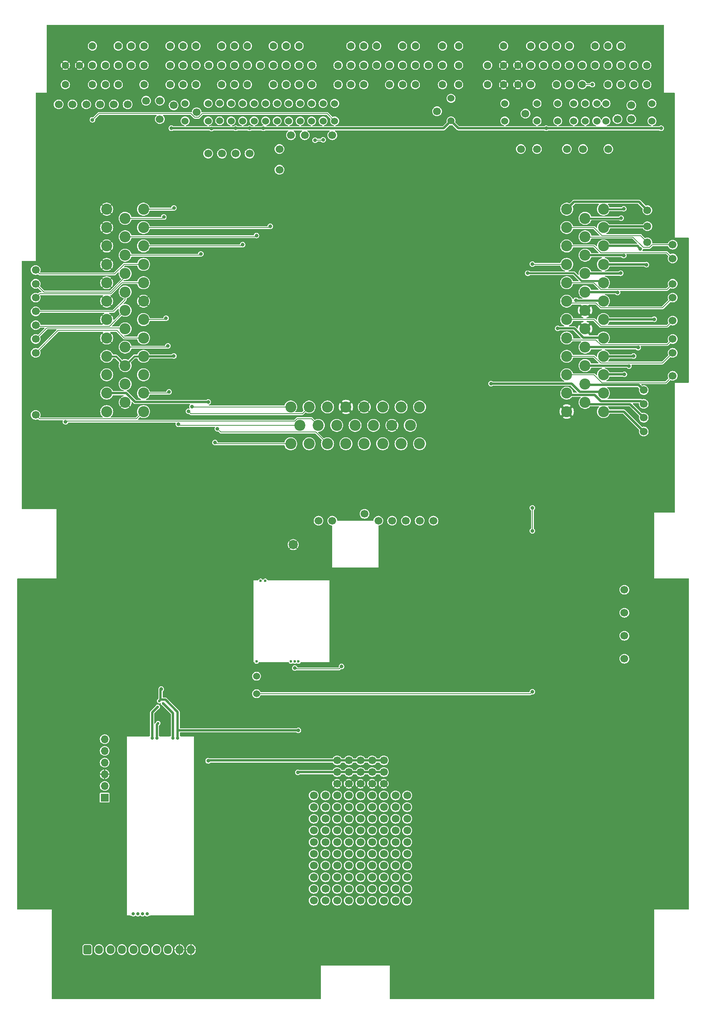
<source format=gbl>
G04 #@! TF.GenerationSoftware,KiCad,Pcbnew,7.0.10-7.0.10~ubuntu22.04.1*
G04 #@! TF.CreationDate,2024-01-12T05:33:25+00:00*
G04 #@! TF.ProjectId,proteusOBD2Ahonda,70726f74-6575-4734-9f42-443241686f6e,a*
G04 #@! TF.SameCoordinates,PX3473bc0PY108ee440*
G04 #@! TF.FileFunction,Copper,L2,Bot*
G04 #@! TF.FilePolarity,Positive*
%FSLAX46Y46*%
G04 Gerber Fmt 4.6, Leading zero omitted, Abs format (unit mm)*
G04 Created by KiCad (PCBNEW 7.0.10-7.0.10~ubuntu22.04.1) date 2024-01-12 05:33:25*
%MOMM*%
%LPD*%
G01*
G04 APERTURE LIST*
G04 #@! TA.AperFunction,ComponentPad*
%ADD10C,1.700000*%
G04 #@! TD*
G04 #@! TA.AperFunction,ComponentPad*
%ADD11C,1.524000*%
G04 #@! TD*
G04 #@! TA.AperFunction,ComponentPad*
%ADD12C,0.599999*%
G04 #@! TD*
G04 #@! TA.AperFunction,SMDPad,CuDef*
%ADD13R,13.650000X0.250000*%
G04 #@! TD*
G04 #@! TA.AperFunction,SMDPad,CuDef*
%ADD14R,1.250000X0.250000*%
G04 #@! TD*
G04 #@! TA.AperFunction,SMDPad,CuDef*
%ADD15R,0.250000X18.200000*%
G04 #@! TD*
G04 #@! TA.AperFunction,SMDPad,CuDef*
%ADD16R,6.450000X0.250000*%
G04 #@! TD*
G04 #@! TA.AperFunction,SMDPad,CuDef*
%ADD17R,6.500000X0.250000*%
G04 #@! TD*
G04 #@! TA.AperFunction,SMDPad,CuDef*
%ADD18R,0.350000X0.250000*%
G04 #@! TD*
G04 #@! TA.AperFunction,ComponentPad*
%ADD19C,2.400000*%
G04 #@! TD*
G04 #@! TA.AperFunction,ComponentPad*
%ADD20O,1.700000X1.950000*%
G04 #@! TD*
G04 #@! TA.AperFunction,ComponentPad*
%ADD21C,1.600000*%
G04 #@! TD*
G04 #@! TA.AperFunction,ComponentPad*
%ADD22C,0.700000*%
G04 #@! TD*
G04 #@! TA.AperFunction,SMDPad,CuDef*
%ADD23R,3.100000X0.250000*%
G04 #@! TD*
G04 #@! TA.AperFunction,SMDPad,CuDef*
%ADD24R,2.250000X0.250000*%
G04 #@! TD*
G04 #@! TA.AperFunction,SMDPad,CuDef*
%ADD25R,5.050000X0.250000*%
G04 #@! TD*
G04 #@! TA.AperFunction,SMDPad,CuDef*
%ADD26R,0.250000X39.250000*%
G04 #@! TD*
G04 #@! TA.AperFunction,SMDPad,CuDef*
%ADD27R,9.750000X0.250000*%
G04 #@! TD*
G04 #@! TA.AperFunction,SMDPad,CuDef*
%ADD28R,0.950000X0.250000*%
G04 #@! TD*
G04 #@! TA.AperFunction,ComponentPad*
%ADD29R,1.700000X1.700000*%
G04 #@! TD*
G04 #@! TA.AperFunction,ComponentPad*
%ADD30O,1.700000X1.700000*%
G04 #@! TD*
G04 #@! TA.AperFunction,SMDPad,CuDef*
%ADD31C,2.000000*%
G04 #@! TD*
G04 #@! TA.AperFunction,ViaPad*
%ADD32C,0.800000*%
G04 #@! TD*
G04 #@! TA.AperFunction,Conductor*
%ADD33C,0.500000*%
G04 #@! TD*
G04 #@! TA.AperFunction,Conductor*
%ADD34C,0.400000*%
G04 #@! TD*
G04 #@! TA.AperFunction,Conductor*
%ADD35C,0.200000*%
G04 #@! TD*
G04 APERTURE END LIST*
D10*
G04 #@! TO.P,P47,1,Pin_1*
G04 #@! TO.N,Net-(BRD1-PadA27(32))*
X146500000Y144500000D03*
G04 #@! TD*
G04 #@! TO.P,P20,1,Pin_1*
G04 #@! TO.N,Net-(J1-PadD16)*
X13000000Y198500000D03*
G04 #@! TD*
G04 #@! TO.P,G4,1*
G04 #@! TO.N,Net-(G4-Pad1)*
X76080000Y38120000D03*
G04 #@! TO.P,G4,2*
G04 #@! TO.N,Net-(G4-Pad12)*
X76080000Y40660000D03*
G04 #@! TO.P,G4,3*
G04 #@! TO.N,Net-(G4-Pad13)*
X76080000Y43200000D03*
G04 #@! TO.P,G4,4*
G04 #@! TO.N,Net-(G4-Pad14)*
X76080000Y45740000D03*
G04 #@! TO.P,G4,5*
G04 #@! TO.N,Net-(G4-Pad10)*
X76080000Y48280000D03*
G04 #@! TO.P,G4,6*
G04 #@! TO.N,Net-(G4-Pad1)*
X78620000Y38120000D03*
G04 #@! TO.P,G4,7*
G04 #@! TO.N,Net-(G4-Pad12)*
X78620000Y40660000D03*
G04 #@! TO.P,G4,8*
G04 #@! TO.N,Net-(G4-Pad13)*
X78620000Y43200000D03*
G04 #@! TO.P,G4,9*
G04 #@! TO.N,Net-(G4-Pad14)*
X78620000Y45740000D03*
G04 #@! TO.P,G4,10*
G04 #@! TO.N,Net-(G4-Pad10)*
X78620000Y48280000D03*
G04 #@! TO.P,G4,11*
G04 #@! TO.N,Net-(G4-Pad1)*
X81160000Y38120000D03*
G04 #@! TO.P,G4,12*
G04 #@! TO.N,Net-(G4-Pad12)*
X81160000Y40660000D03*
G04 #@! TO.P,G4,13*
G04 #@! TO.N,Net-(G4-Pad13)*
X81160000Y43200000D03*
G04 #@! TO.P,G4,14*
G04 #@! TO.N,Net-(G4-Pad14)*
X81160000Y45740000D03*
G04 #@! TO.P,G4,15*
G04 #@! TO.N,Net-(G4-Pad10)*
X81160000Y48280000D03*
G04 #@! TD*
G04 #@! TO.P,P33,1,Pin_1*
G04 #@! TO.N,Net-(BRD1-PadA21(15))*
X136000000Y93000000D03*
G04 #@! TD*
D11*
G04 #@! TO.P,R20,1,1*
G04 #@! TO.N,Net-(J1-PadC18)*
X48000000Y198754520D03*
G04 #@! TO.P,R20,2,2*
G04 #@! TO.N,/IN_VSS*
X48000000Y194944520D03*
G04 #@! TD*
D10*
G04 #@! TO.P,P21,1,Pin_1*
G04 #@! TO.N,Net-(J1-PadA5)*
X132500000Y188800000D03*
G04 #@! TD*
G04 #@! TO.P,P22,1,Pin_1*
G04 #@! TO.N,Net-(J1-PadA6)*
X123500000Y188800000D03*
G04 #@! TD*
D11*
G04 #@! TO.P,R18,1,1*
G04 #@! TO.N,Net-(J1-PadC15)*
X58000000Y198705000D03*
G04 #@! TO.P,R18,2,2*
G04 #@! TO.N,/IN_OIL_PRESSURE*
X58000000Y194895000D03*
G04 #@! TD*
D10*
G04 #@! TO.P,P29,1,Pin_1*
G04 #@! TO.N,Net-(J1-PadA29)*
X114500000Y196500000D03*
G04 #@! TD*
G04 #@! TO.P,P30,1,Pin_1*
G04 #@! TO.N,Net-(J1-PadA30)*
X113500000Y188800000D03*
G04 #@! TD*
G04 #@! TO.P,P32,1,Pin_1*
G04 #@! TO.N,Net-(BRD1-PadA9(4))*
X136000000Y83000000D03*
G04 #@! TD*
D11*
G04 #@! TO.P,R25,1,1*
G04 #@! TO.N,Net-(J1-PadA17)*
X127500000Y198705000D03*
G04 #@! TO.P,R25,2,2*
G04 #@! TO.N,/OUT_CONDITIONER_CLUTCH*
X127500000Y194895000D03*
G04 #@! TD*
D10*
G04 #@! TO.P,P62,1,Pin_1*
G04 #@! TO.N,Net-(BRD1-PadC18(18))*
X8000000Y150500000D03*
G04 #@! TD*
G04 #@! TO.P,P45,1,Pin_1*
G04 #@! TO.N,Net-(BRD1-PadA29(30))*
X146500000Y151500000D03*
G04 #@! TD*
G04 #@! TO.P,P1,1,Pin_1*
G04 #@! TO.N,Net-(J1-PadC3)*
X63500000Y191800000D03*
G04 #@! TD*
G04 #@! TO.P,P4,1,Pin_1*
G04 #@! TO.N,Net-(J1-PadC10)*
X35000000Y195300000D03*
G04 #@! TD*
G04 #@! TO.P,P64,1,Pin_1*
G04 #@! TO.N,Net-(BRD1-PadC31(28))*
X8000000Y144500000D03*
G04 #@! TD*
G04 #@! TO.P,P51,1,Pin_1*
G04 #@! TO.N,Net-(BRD1-PadB12(12))*
X72500000Y108000000D03*
G04 #@! TD*
D12*
G04 #@! TO.P,M1,E1,Thresh_IN*
G04 #@! TO.N,Net-(M1-PadE1)*
X56025000Y77400000D03*
G04 #@! TO.P,M1,E2,OUT_A*
G04 #@! TO.N,unconnected-(M1-PadE2)*
X63525000Y77400000D03*
G04 #@! TO.P,M1,E3,OUT*
G04 #@! TO.N,Net-(BRD1-PadB11(13))*
X64325000Y77400000D03*
G04 #@! TO.P,M1,E4,V5_IN*
G04 #@! TO.N,+5V*
X65125000Y77400000D03*
D13*
G04 #@! TO.P,M1,G,GND*
G04 #@! TO.N,GND*
X65250000Y95150000D03*
D14*
X55800000Y95150000D03*
D15*
X71950000Y86175000D03*
X55300000Y86175000D03*
D16*
X68850000Y77200000D03*
D17*
X59775000Y77200000D03*
D18*
X55350000Y77200000D03*
D12*
G04 #@! TO.P,M1,W1,VR-*
G04 #@! TO.N,/IN_CYP-*
X57925000Y94925000D03*
G04 #@! TO.P,M1,W2,VR+*
G04 #@! TO.N,/IN_CYP+*
X56925000Y94925000D03*
G04 #@! TD*
D10*
G04 #@! TO.P,P19,1,Pin_1*
G04 #@! TO.N,Net-(J1-PadD15)*
X19000001Y198500000D03*
G04 #@! TD*
G04 #@! TO.P,P25,1,Pin_1*
G04 #@! TO.N,Net-(J1-PadA14)*
X137500000Y195300000D03*
G04 #@! TD*
G04 #@! TO.P,P31,1,Pin_1*
G04 #@! TO.N,Net-(BRD1-PadA20(16))*
X136000000Y78000000D03*
G04 #@! TD*
G04 #@! TO.P,P35,1,Pin_1*
G04 #@! TO.N,Net-(BRD1-PadA1(12))*
X140200000Y127400000D03*
G04 #@! TD*
G04 #@! TO.P,P7,1,Pin_1*
G04 #@! TO.N,Net-(J1-PadC19)*
X45500000Y187800000D03*
G04 #@! TD*
G04 #@! TO.P,P24,1,Pin_1*
G04 #@! TO.N,Net-(J1-PadA13)*
X137500000Y198300000D03*
G04 #@! TD*
G04 #@! TO.P,G6,1*
G04 #@! TO.N,GND*
X83700000Y50820000D03*
G04 #@! TO.P,G6,2*
X81160000Y50820000D03*
G04 #@! TO.P,G6,3*
X78620000Y50820000D03*
G04 #@! TO.P,G6,4*
X76080000Y50820000D03*
G04 #@! TO.P,G6,5*
X73540000Y50820000D03*
G04 #@! TO.P,G6,6*
G04 #@! TO.N,+5V*
X83700000Y53360000D03*
G04 #@! TO.P,G6,7*
X81160000Y53360000D03*
G04 #@! TO.P,G6,8*
X78620000Y53360000D03*
G04 #@! TO.P,G6,9*
X76080000Y53360000D03*
G04 #@! TO.P,G6,10*
X73540000Y53360000D03*
G04 #@! TO.P,G6,11*
G04 #@! TO.N,+12V_PROT*
X83700000Y55900000D03*
G04 #@! TO.P,G6,12*
X81160000Y55900000D03*
G04 #@! TO.P,G6,13*
X78620000Y55900000D03*
G04 #@! TO.P,G6,14*
X76080000Y55900000D03*
G04 #@! TO.P,G6,15*
X73540000Y55900000D03*
G04 #@! TD*
D12*
G04 #@! TO.P,M3,V1,V5*
G04 #@! TO.N,+5V*
X34862501Y68813337D03*
G04 #@! TO.P,M3,V2,CAN_VIO*
G04 #@! TO.N,Net-(M2-PadW2)*
X35737503Y68288337D03*
G04 #@! TO.P,M3,V5,CAN_TX*
G04 #@! TO.N,Net-(M2-PadW4)*
X34562499Y67538339D03*
G04 #@! TO.P,M3,V6,CAN_RX*
G04 #@! TO.N,Net-(M2-PadW3)*
X34637502Y63988338D03*
G04 #@! TD*
D10*
G04 #@! TO.P,P44,1,Pin_1*
G04 #@! TO.N,Net-(BRD1-PadA30(29))*
X146500000Y156500000D03*
G04 #@! TD*
D19*
G04 #@! TO.P,BRD1,A1(12),HS2*
G04 #@! TO.N,Net-(BRD1-PadA1(12))*
X131450001Y131725000D03*
G04 #@! TO.P,BRD1,A2(11),HS1*
G04 #@! TO.N,/OUT_VTEC*
X131450001Y135725000D03*
G04 #@! TO.P,BRD1,A3(10),LS1(INJ1)*
G04 #@! TO.N,/OUT_INJ1*
X131450001Y139725000D03*
G04 #@! TO.P,BRD1,A4(9),LS3(INJ3)*
G04 #@! TO.N,/OUT_INJ3*
X131450001Y143725000D03*
G04 #@! TO.P,BRD1,A5(8),LS5(INJ5)*
G04 #@! TO.N,/OUT_ALTERN_CONTROL*
X131450001Y147725000D03*
G04 #@! TO.P,BRD1,A6(7),LS6(INJ6)*
G04 #@! TO.N,/OUT_IDLE*
X131450001Y151725000D03*
G04 #@! TO.P,BRD1,A7(6),LS7(INJ7)*
G04 #@! TO.N,/OUT_CHECK_ENGINE*
X131450001Y155725000D03*
G04 #@! TO.P,BRD1,A8(5),LS9(INJ9)*
G04 #@! TO.N,/OUT_IGN_CONTROL*
X131450001Y159725000D03*
G04 #@! TO.P,BRD1,A9(4),LS11(INJ11)*
G04 #@! TO.N,Net-(BRD1-PadA9(4))*
X131450001Y163725000D03*
G04 #@! TO.P,BRD1,A10(3),LS13(MAIN)*
G04 #@! TO.N,Net-(BRD1-PadA10(3))*
X131450001Y167725000D03*
G04 #@! TO.P,BRD1,A11(2),LS14*
G04 #@! TO.N,Net-(BRD1-PadA11(2))*
X131450001Y171725000D03*
G04 #@! TO.P,BRD1,A12(1),LS15(FAN)*
G04 #@! TO.N,/OUT_FAN*
X131450001Y175725000D03*
G04 #@! TO.P,BRD1,A13(23),HS3*
G04 #@! TO.N,Net-(BRD1-PadA13(23))*
X127450001Y133725000D03*
G04 #@! TO.P,BRD1,A14(22),HS4*
G04 #@! TO.N,Net-(BRD1-PadA14(22))*
X127450001Y137725000D03*
G04 #@! TO.P,BRD1,A15(21),LS2(INJ2)*
G04 #@! TO.N,/OUT_INJ2*
X127450001Y141725000D03*
G04 #@! TO.P,BRD1,A16(20),LS4(INJ4)*
G04 #@! TO.N,/OUT_INJ4*
X127450001Y145725000D03*
G04 #@! TO.P,BRD1,A17(19),GND*
G04 #@! TO.N,GND*
X127450001Y149725000D03*
G04 #@! TO.P,BRD1,A18(18),GND*
X127450001Y153725000D03*
G04 #@! TO.P,BRD1,A19(17),LS8(INJ8)*
G04 #@! TO.N,/OUT_CONDITIONER_CLUTCH*
X127450001Y157725000D03*
G04 #@! TO.P,BRD1,A20(16),LS10(INJ10)*
G04 #@! TO.N,Net-(BRD1-PadA20(16))*
X127450001Y161725000D03*
G04 #@! TO.P,BRD1,A21(15),LS12(INJ12)*
G04 #@! TO.N,Net-(BRD1-PadA21(15))*
X127450001Y165725000D03*
G04 #@! TO.P,BRD1,A22(14),IGN3*
G04 #@! TO.N,Net-(BRD1-PadA22(14))*
X127450001Y169725000D03*
G04 #@! TO.P,BRD1,A23(13),LS16(FUEL)*
G04 #@! TO.N,/OUT_FUEL_PUMP*
X127450001Y173725000D03*
G04 #@! TO.P,BRD1,A24(35),GND*
G04 #@! TO.N,GND*
X123450001Y131725000D03*
G04 #@! TO.P,BRD1,A25(34),IGN12*
G04 #@! TO.N,Net-(BRD1-PadA25(34))*
X123450001Y135725000D03*
G04 #@! TO.P,BRD1,A26(33),IGN11*
G04 #@! TO.N,Net-(BRD1-PadA26(33))*
X123450001Y139725000D03*
G04 #@! TO.P,BRD1,A27(32),IGN10*
G04 #@! TO.N,Net-(BRD1-PadA27(32))*
X123450001Y143725000D03*
G04 #@! TO.P,BRD1,A28(31),IGN9*
G04 #@! TO.N,Net-(BRD1-PadA28(31))*
X123450001Y147725000D03*
G04 #@! TO.P,BRD1,A29(30),IGN8*
G04 #@! TO.N,Net-(BRD1-PadA29(30))*
X123450001Y151725000D03*
G04 #@! TO.P,BRD1,A30(29),IGN7*
G04 #@! TO.N,Net-(BRD1-PadA30(29))*
X123450001Y155725000D03*
G04 #@! TO.P,BRD1,A31(28),IGN6*
G04 #@! TO.N,Net-(BRD1-PadA31(28))*
X123450001Y159725000D03*
G04 #@! TO.P,BRD1,A32(27),IGN5*
G04 #@! TO.N,/VR_THRESH*
X123450001Y163725000D03*
G04 #@! TO.P,BRD1,A33(26),IGN4*
G04 #@! TO.N,Net-(BRD1-PadA33(26))*
X123450001Y167725000D03*
G04 #@! TO.P,BRD1,A34(25),IGN2*
G04 #@! TO.N,Net-(BRD1-PadA34(25))*
X123450001Y171725000D03*
G04 #@! TO.P,BRD1,A35(24),IGN1*
G04 #@! TO.N,Net-(BRD1-PadA35(24))*
X123450001Y175725000D03*
G04 #@! TO.P,BRD1,B1(8),D2*
G04 #@! TO.N,/IN_VSS*
X63450001Y124725000D03*
G04 #@! TO.P,BRD1,B2(7),D3*
G04 #@! TO.N,/IN_CRANK_FLUCT*
X67450001Y124725000D03*
G04 #@! TO.P,BRD1,B3(6),D4*
G04 #@! TO.N,/IN_STARTER_SW*
X71450001Y124725000D03*
G04 #@! TO.P,BRD1,B4(5),VR2+*
G04 #@! TO.N,Net-(BRD1-PadB4(5))*
X75450001Y124725000D03*
G04 #@! TO.P,BRD1,B5(4),VR1+*
G04 #@! TO.N,/IN_CRANK+*
X79450001Y124725000D03*
G04 #@! TO.P,BRD1,B6(3),ETB1-*
G04 #@! TO.N,Net-(BRD1-PadB6(3))*
X83450001Y124725000D03*
G04 #@! TO.P,BRD1,B7(2),ETB1+*
G04 #@! TO.N,Net-(BRD1-PadB7(2))*
X87450001Y124725000D03*
G04 #@! TO.P,BRD1,B8(1),ETB2-*
G04 #@! TO.N,Net-(BRD1-PadB8(1))*
X91450001Y124725000D03*
G04 #@! TO.P,BRD1,B9(15),D5*
G04 #@! TO.N,/IN_AT_PARK{slash}CLUTCH*
X65450001Y128725000D03*
G04 #@! TO.P,BRD1,B10(14),D1*
G04 #@! TO.N,/IN_BRAKE*
X69450001Y128725000D03*
G04 #@! TO.P,BRD1,B11(13),D6*
G04 #@! TO.N,Net-(BRD1-PadB11(13))*
X73450001Y128725000D03*
G04 #@! TO.P,BRD1,B12(12),VR2-*
G04 #@! TO.N,Net-(BRD1-PadB12(12))*
X77450001Y128725000D03*
G04 #@! TO.P,BRD1,B13(11),VR1-*
G04 #@! TO.N,/IN_CRANK-*
X81450001Y128725000D03*
G04 #@! TO.P,BRD1,B14(10),GND*
G04 #@! TO.N,GND*
X85450001Y128725000D03*
G04 #@! TO.P,BRD1,B15(9),ETB2+*
G04 #@! TO.N,Net-(BRD1-PadB15(9))*
X89450001Y128725000D03*
G04 #@! TO.P,BRD1,B16(23),CAN-*
G04 #@! TO.N,Net-(BRD1-PadB16(23))*
X63450001Y132725000D03*
G04 #@! TO.P,BRD1,B17(22),CAN+*
G04 #@! TO.N,Net-(BRD1-PadB17(22))*
X67450001Y132725000D03*
G04 #@! TO.P,BRD1,B18(21),12V_IGN*
G04 #@! TO.N,/12V*
X71450001Y132725000D03*
G04 #@! TO.P,BRD1,B19(20),GND*
G04 #@! TO.N,GND*
X75450001Y132725000D03*
G04 #@! TO.P,BRD1,B20(19),GND*
X79450001Y132725000D03*
G04 #@! TO.P,BRD1,B21(18),CAN2-*
G04 #@! TO.N,Net-(BRD1-PadB21(18))*
X83450001Y132725000D03*
G04 #@! TO.P,BRD1,B22(17),CAN2+*
G04 #@! TO.N,Net-(BRD1-PadB22(17))*
X87450001Y132725000D03*
G04 #@! TO.P,BRD1,B23(16),12V_MR*
G04 #@! TO.N,/12V*
X91450001Y132725000D03*
G04 #@! TO.P,BRD1,C1(12),GND_SENS*
G04 #@! TO.N,GND*
X23450001Y175725000D03*
G04 #@! TO.P,BRD1,C2(11),GND_SENS*
X23450001Y171725000D03*
G04 #@! TO.P,BRD1,C3(10),GND_SENS*
X23450001Y167725000D03*
G04 #@! TO.P,BRD1,C4(9),GND_SENS*
X23450001Y163725000D03*
G04 #@! TO.P,BRD1,C5(8),GND_SENS*
X23450001Y159725000D03*
G04 #@! TO.P,BRD1,C6(7),GND_SENS*
X23450001Y155725000D03*
G04 #@! TO.P,BRD1,C7(6),GND_SENS*
X23450001Y151725000D03*
G04 #@! TO.P,BRD1,C8(5),GND_SENS*
X23450001Y147725000D03*
G04 #@! TO.P,BRD1,C9(4),5V_1*
G04 #@! TO.N,+5V*
X23450001Y143725000D03*
G04 #@! TO.P,BRD1,C10(3),5V_2*
G04 #@! TO.N,unconnected-(BRD1-PadC10(3))*
X23450001Y139725000D03*
G04 #@! TO.P,BRD1,C11(2),12V_PROT*
G04 #@! TO.N,+12V_PROT*
X23450001Y135725000D03*
G04 #@! TO.P,BRD1,C12(1),12V_PROT*
X23450001Y131725000D03*
G04 #@! TO.P,BRD1,C13(23),AV1(MAP)*
G04 #@! TO.N,/IN_MAP*
X27450001Y173725000D03*
G04 #@! TO.P,BRD1,C14(22),AV3*
G04 #@! TO.N,/IN_STEERING*
X27450001Y169725000D03*
G04 #@! TO.P,BRD1,C15(21),AV5*
G04 #@! TO.N,/IN_SERVICE_CHECK*
X27450001Y165725000D03*
G04 #@! TO.P,BRD1,C16(20),AV7*
G04 #@! TO.N,Net-(BRD1-PadC16(20))*
X27450001Y161725000D03*
G04 #@! TO.P,BRD1,C17(19),AV9*
G04 #@! TO.N,Net-(BRD1-PadC17(19))*
X27450001Y157725000D03*
G04 #@! TO.P,BRD1,C18(18),AV11*
G04 #@! TO.N,Net-(BRD1-PadC18(18))*
X27450001Y153725000D03*
G04 #@! TO.P,BRD1,C19(17),AT1*
G04 #@! TO.N,Net-(BRD1-PadC19(17))*
X27450001Y149725000D03*
G04 #@! TO.P,BRD1,C20(16),AT3(CLT)*
G04 #@! TO.N,/IN_CLT*
X27450001Y145725000D03*
G04 #@! TO.P,BRD1,C21(15),5V_1*
G04 #@! TO.N,+5V*
X27450001Y141725000D03*
G04 #@! TO.P,BRD1,C22(14),5V_2*
G04 #@! TO.N,unconnected-(BRD1-PadC22(14))*
X27450001Y137725000D03*
G04 #@! TO.P,BRD1,C23(13),GND_SENS*
G04 #@! TO.N,GND*
X27450001Y133725000D03*
G04 #@! TO.P,BRD1,C24(35),AV2(TPS)*
G04 #@! TO.N,/IN_TPS*
X31450001Y175725000D03*
G04 #@! TO.P,BRD1,C25(34),AV4*
G04 #@! TO.N,/IN_OIL_PRESSURE*
X31450001Y171725000D03*
G04 #@! TO.P,BRD1,C26(33),AV6*
G04 #@! TO.N,/IN_AC_REQUEST*
X31450001Y167725000D03*
G04 #@! TO.P,BRD1,C27(32),AV8*
G04 #@! TO.N,Net-(BRD1-PadC27(32))*
X31450001Y163725000D03*
G04 #@! TO.P,BRD1,C28(31),AV10*
G04 #@! TO.N,Net-(BRD1-PadC28(31))*
X31450001Y159725000D03*
G04 #@! TO.P,BRD1,C29(30),GND_SENS*
G04 #@! TO.N,GND*
X31450001Y155725000D03*
G04 #@! TO.P,BRD1,C30(29),AT2(IAT)*
G04 #@! TO.N,/IN_IAT*
X31450001Y151725000D03*
G04 #@! TO.P,BRD1,C31(28),AT4*
G04 #@! TO.N,Net-(BRD1-PadC31(28))*
X31450001Y147725000D03*
G04 #@! TO.P,BRD1,C32(27),5V_1*
G04 #@! TO.N,+5V*
X31450001Y143725000D03*
G04 #@! TO.P,BRD1,C33(26),5V_2*
G04 #@! TO.N,unconnected-(BRD1-PadC33(26))*
X31450001Y139725000D03*
G04 #@! TO.P,BRD1,C34(25),KNOCK1*
G04 #@! TO.N,/IN_KNOCK*
X31450001Y135725000D03*
G04 #@! TO.P,BRD1,C35(24),KNOCK2*
G04 #@! TO.N,Net-(BRD1-PadC35(24))*
X31450001Y131725000D03*
G04 #@! TD*
D10*
G04 #@! TO.P,G5,1*
G04 #@! TO.N,Net-(G5-Pad1)*
X76080000Y25420000D03*
G04 #@! TO.P,G5,2*
G04 #@! TO.N,Net-(G5-Pad12)*
X76080000Y27960000D03*
G04 #@! TO.P,G5,3*
G04 #@! TO.N,Net-(G5-Pad13)*
X76080000Y30500000D03*
G04 #@! TO.P,G5,4*
G04 #@! TO.N,Net-(G5-Pad14)*
X76080000Y33040000D03*
G04 #@! TO.P,G5,5*
G04 #@! TO.N,Net-(G5-Pad10)*
X76080000Y35580000D03*
G04 #@! TO.P,G5,6*
G04 #@! TO.N,Net-(G5-Pad1)*
X78620000Y25420000D03*
G04 #@! TO.P,G5,7*
G04 #@! TO.N,Net-(G5-Pad12)*
X78620000Y27960000D03*
G04 #@! TO.P,G5,8*
G04 #@! TO.N,Net-(G5-Pad13)*
X78620000Y30500000D03*
G04 #@! TO.P,G5,9*
G04 #@! TO.N,Net-(G5-Pad14)*
X78620000Y33040000D03*
G04 #@! TO.P,G5,10*
G04 #@! TO.N,Net-(G5-Pad10)*
X78620000Y35580000D03*
G04 #@! TO.P,G5,11*
G04 #@! TO.N,Net-(G5-Pad1)*
X81160000Y25420000D03*
G04 #@! TO.P,G5,12*
G04 #@! TO.N,Net-(G5-Pad12)*
X81160000Y27960000D03*
G04 #@! TO.P,G5,13*
G04 #@! TO.N,Net-(G5-Pad13)*
X81160000Y30500000D03*
G04 #@! TO.P,G5,14*
G04 #@! TO.N,Net-(G5-Pad14)*
X81160000Y33040000D03*
G04 #@! TO.P,G5,15*
G04 #@! TO.N,Net-(G5-Pad10)*
X81160000Y35580000D03*
G04 #@! TD*
G04 #@! TO.P,J2,1,Pin_1*
G04 #@! TO.N,/12V*
G04 #@! TA.AperFunction,ComponentPad*
G36*
G01*
X18400000Y14044999D02*
X18400000Y15494999D01*
G75*
G02*
X18650000Y15744999I250000J0D01*
G01*
X19850000Y15744999D01*
G75*
G02*
X20100000Y15494999I0J-250000D01*
G01*
X20100000Y14044999D01*
G75*
G02*
X19850000Y13794999I-250000J0D01*
G01*
X18650000Y13794999D01*
G75*
G02*
X18400000Y14044999I0J250000D01*
G01*
G37*
G04 #@! TD.AperFunction*
D20*
G04 #@! TO.P,J2,2,Pin_2*
X21750000Y14769999D03*
G04 #@! TO.P,J2,3,Pin_3*
G04 #@! TO.N,/WBO_Vs*
X24250000Y14769999D03*
G04 #@! TO.P,J2,4,Pin_4*
G04 #@! TO.N,/WBO_Vs{slash}Ip*
X26750000Y14769999D03*
G04 #@! TO.P,J2,5,Pin_5*
G04 #@! TO.N,/WBO_Ip*
X29250000Y14769999D03*
G04 #@! TO.P,J2,6,Pin_6*
G04 #@! TO.N,/WBO_R_Trim*
X31750000Y14769999D03*
G04 #@! TO.P,J2,7,Pin_7*
G04 #@! TO.N,/WBO_H-*
X34250000Y14769999D03*
G04 #@! TO.P,J2,8,Pin_8*
X36750000Y14769999D03*
G04 #@! TO.P,J2,9,Pin_9*
G04 #@! TO.N,GND*
X39250000Y14769999D03*
G04 #@! TO.P,J2,10,Pin_10*
X41750000Y14769999D03*
G04 #@! TD*
D10*
G04 #@! TO.P,P27,1,Pin_1*
G04 #@! TO.N,Net-(J1-PadA24)*
X95268524Y197000000D03*
G04 #@! TD*
G04 #@! TO.P,P49,1,Pin_1*
G04 #@! TO.N,Net-(BRD1-PadA25(34))*
X140200000Y133400000D03*
G04 #@! TD*
D11*
G04 #@! TO.P,R2,1,1*
G04 #@! TO.N,Net-(J1-PadA19)*
X121500000Y198705000D03*
G04 #@! TO.P,R2,2,2*
G04 #@! TO.N,/OUT_ALTERN_CONTROL*
X121500000Y194895000D03*
G04 #@! TD*
G04 #@! TO.P,R14,1,1*
G04 #@! TO.N,Net-(J1-PadC6)*
X50500000Y198705000D03*
G04 #@! TO.P,R14,2,2*
G04 #@! TO.N,/IN_STARTER_SW*
X50500000Y194895000D03*
G04 #@! TD*
G04 #@! TO.P,R16,1,1*
G04 #@! TO.N,Net-(J1-PadC12)*
X68000000Y198705000D03*
G04 #@! TO.P,R16,2,2*
G04 #@! TO.N,/IN_CRANK-*
X68000000Y194895000D03*
G04 #@! TD*
G04 #@! TO.P,F1,1,1*
G04 #@! TO.N,Net-(F1-Pad1)*
X98300000Y199810334D03*
G04 #@! TO.P,F1,2,2*
G04 #@! TO.N,/12V*
X98300000Y194910334D03*
G04 #@! TD*
G04 #@! TO.P,R24,1,1*
G04 #@! TO.N,Net-(J1-PadA16)*
X130000000Y198705000D03*
G04 #@! TO.P,R24,2,2*
G04 #@! TO.N,/OUT_FUEL_PUMP*
X130000000Y194895000D03*
G04 #@! TD*
D10*
G04 #@! TO.P,P16,1,Pin_1*
G04 #@! TO.N,Net-(J1-PadD9)*
X16000000Y198500000D03*
G04 #@! TD*
G04 #@! TO.P,P26,1,Pin_1*
G04 #@! TO.N,Net-(J1-PadA15)*
X134500000Y195300000D03*
G04 #@! TD*
G04 #@! TO.P,G8,1*
G04 #@! TO.N,Net-(G8-Pad1)*
X83700000Y38120000D03*
G04 #@! TO.P,G8,2*
G04 #@! TO.N,Net-(G8-Pad12)*
X83700000Y40660000D03*
G04 #@! TO.P,G8,3*
G04 #@! TO.N,Net-(G8-Pad13)*
X83700000Y43200000D03*
G04 #@! TO.P,G8,4*
G04 #@! TO.N,Net-(G8-Pad14)*
X83700000Y45740000D03*
G04 #@! TO.P,G8,5*
G04 #@! TO.N,Net-(G8-Pad10)*
X83700000Y48280000D03*
G04 #@! TO.P,G8,6*
G04 #@! TO.N,Net-(G8-Pad1)*
X86240000Y38120000D03*
G04 #@! TO.P,G8,7*
G04 #@! TO.N,Net-(G8-Pad12)*
X86240000Y40660000D03*
G04 #@! TO.P,G8,8*
G04 #@! TO.N,Net-(G8-Pad13)*
X86240000Y43200000D03*
G04 #@! TO.P,G8,9*
G04 #@! TO.N,Net-(G8-Pad14)*
X86240000Y45740000D03*
G04 #@! TO.P,G8,10*
G04 #@! TO.N,Net-(G8-Pad10)*
X86240000Y48280000D03*
G04 #@! TO.P,G8,11*
G04 #@! TO.N,Net-(G8-Pad1)*
X88780000Y38120000D03*
G04 #@! TO.P,G8,12*
G04 #@! TO.N,Net-(G8-Pad12)*
X88780000Y40660000D03*
G04 #@! TO.P,G8,13*
G04 #@! TO.N,Net-(G8-Pad13)*
X88780000Y43200000D03*
G04 #@! TO.P,G8,14*
G04 #@! TO.N,Net-(G8-Pad14)*
X88780000Y45740000D03*
G04 #@! TO.P,G8,15*
G04 #@! TO.N,Net-(G8-Pad10)*
X88780000Y48280000D03*
G04 #@! TD*
G04 #@! TO.P,P65,1,Pin_1*
G04 #@! TO.N,Net-(BRD1-PadC35(24))*
X8000000Y131000000D03*
G04 #@! TD*
G04 #@! TO.P,P55,1,Pin_1*
G04 #@! TO.N,Net-(BRD1-PadB8(1))*
X94500000Y108000000D03*
G04 #@! TD*
G04 #@! TO.P,P10,1,Pin_1*
G04 #@! TO.N,Net-(J1-PadC24)*
X61000000Y188800000D03*
G04 #@! TD*
G04 #@! TO.P,G3,1*
G04 #@! TO.N,Net-(G3-Pad1)*
X68460000Y25420000D03*
G04 #@! TO.P,G3,2*
G04 #@! TO.N,Net-(G3-Pad12)*
X68460000Y27960000D03*
G04 #@! TO.P,G3,3*
G04 #@! TO.N,Net-(G3-Pad13)*
X68460000Y30500000D03*
G04 #@! TO.P,G3,4*
G04 #@! TO.N,Net-(G3-Pad14)*
X68460000Y33040000D03*
G04 #@! TO.P,G3,5*
G04 #@! TO.N,Net-(G3-Pad10)*
X68460000Y35580000D03*
G04 #@! TO.P,G3,6*
G04 #@! TO.N,Net-(G3-Pad1)*
X71000000Y25420000D03*
G04 #@! TO.P,G3,7*
G04 #@! TO.N,Net-(G3-Pad12)*
X71000000Y27960000D03*
G04 #@! TO.P,G3,8*
G04 #@! TO.N,Net-(G3-Pad13)*
X71000000Y30500000D03*
G04 #@! TO.P,G3,9*
G04 #@! TO.N,Net-(G3-Pad14)*
X71000000Y33040000D03*
G04 #@! TO.P,G3,10*
G04 #@! TO.N,Net-(G3-Pad10)*
X71000000Y35580000D03*
G04 #@! TO.P,G3,11*
G04 #@! TO.N,Net-(G3-Pad1)*
X73540000Y25420000D03*
G04 #@! TO.P,G3,12*
G04 #@! TO.N,Net-(G3-Pad12)*
X73540000Y27960000D03*
G04 #@! TO.P,G3,13*
G04 #@! TO.N,Net-(G3-Pad13)*
X73540000Y30500000D03*
G04 #@! TO.P,G3,14*
G04 #@! TO.N,Net-(G3-Pad14)*
X73540000Y33040000D03*
G04 #@! TO.P,G3,15*
G04 #@! TO.N,Net-(G3-Pad10)*
X73540000Y35580000D03*
G04 #@! TD*
G04 #@! TO.P,P36,1,Pin_1*
G04 #@! TO.N,Net-(BRD1-PadA13(23))*
X140200000Y130400000D03*
G04 #@! TD*
G04 #@! TO.P,P6,1,Pin_1*
G04 #@! TO.N,Net-(J1-PadC17)*
X51500000Y187800000D03*
G04 #@! TD*
D21*
G04 #@! TO.P,J1,A1,A1*
G04 #@! TO.N,/OUT_INJ4*
X140850000Y202800000D03*
G04 #@! TO.P,J1,A2,A2*
G04 #@! TO.N,/OUT_INJ3*
X138050000Y202800000D03*
G04 #@! TO.P,J1,A3,A3*
G04 #@! TO.N,/OUT_INJ2*
X135250000Y202800000D03*
G04 #@! TO.P,J1,A4,A4*
G04 #@! TO.N,/OUT_INJ1*
X132450000Y202800000D03*
G04 #@! TO.P,J1,A5,A5*
G04 #@! TO.N,Net-(J1-PadA5)*
X126850000Y202800000D03*
G04 #@! TO.P,J1,A6,A6*
G04 #@! TO.N,Net-(J1-PadA6)*
X124050000Y202800000D03*
G04 #@! TO.P,J1,A7,A7*
G04 #@! TO.N,Net-(J1-PadA7)*
X121250000Y202800000D03*
G04 #@! TO.P,J1,A8,A8*
G04 #@! TO.N,Net-(J1-PadA8)*
X115650000Y202800000D03*
G04 #@! TO.P,J1,A9,A9*
G04 #@! TO.N,GND*
X112850000Y202800000D03*
G04 #@! TO.P,J1,A10,A10*
X109750000Y202800000D03*
G04 #@! TO.P,J1,A11,A11*
G04 #@! TO.N,Net-(F1-Pad1)*
X106250000Y202800000D03*
G04 #@! TO.P,J1,A12,A12*
G04 #@! TO.N,Net-(J1-PadA12)*
X140850000Y207000000D03*
G04 #@! TO.P,J1,A13,A13*
G04 #@! TO.N,Net-(J1-PadA13)*
X138050000Y207000000D03*
G04 #@! TO.P,J1,A14,A14*
G04 #@! TO.N,Net-(J1-PadA14)*
X135250000Y207000000D03*
G04 #@! TO.P,J1,A15,A15*
G04 #@! TO.N,Net-(J1-PadA15)*
X132450000Y207000000D03*
G04 #@! TO.P,J1,A16,A16*
G04 #@! TO.N,Net-(J1-PadA16)*
X129650000Y207000000D03*
G04 #@! TO.P,J1,A17,A17*
G04 #@! TO.N,Net-(J1-PadA17)*
X126850000Y207000000D03*
G04 #@! TO.P,J1,A18,A18*
G04 #@! TO.N,Net-(J1-PadA18)*
X124050000Y207000000D03*
G04 #@! TO.P,J1,A19,A19*
G04 #@! TO.N,Net-(J1-PadA19)*
X121250000Y207000000D03*
G04 #@! TO.P,J1,A20,A20*
G04 #@! TO.N,Net-(J1-PadA20)*
X118450000Y207000000D03*
G04 #@! TO.P,J1,A21,A21*
G04 #@! TO.N,unconnected-(J1-PadA21)*
X115650000Y207000000D03*
G04 #@! TO.P,J1,A22,A22*
G04 #@! TO.N,GND*
X112850000Y207000000D03*
G04 #@! TO.P,J1,A23,A23*
X109750000Y207000000D03*
G04 #@! TO.P,J1,A24,A24*
G04 #@! TO.N,Net-(J1-PadA24)*
X106250000Y207000000D03*
G04 #@! TO.P,J1,A25,A25*
G04 #@! TO.N,unconnected-(J1-PadA25)*
X135250000Y211200000D03*
G04 #@! TO.P,J1,A26,A26*
G04 #@! TO.N,unconnected-(J1-PadA26)*
X132450000Y211200000D03*
G04 #@! TO.P,J1,A27,A27*
G04 #@! TO.N,Net-(J1-PadA27)*
X129650000Y211200000D03*
G04 #@! TO.P,J1,A28,A28*
G04 #@! TO.N,Net-(J1-PadA28)*
X124050000Y211200000D03*
G04 #@! TO.P,J1,A29,A29*
G04 #@! TO.N,Net-(J1-PadA29)*
X121250000Y211200000D03*
G04 #@! TO.P,J1,A30,A30*
G04 #@! TO.N,Net-(J1-PadA30)*
X118450000Y211200000D03*
G04 #@! TO.P,J1,A31,A31*
G04 #@! TO.N,unconnected-(J1-PadA31)*
X115650000Y211200000D03*
G04 #@! TO.P,J1,A32,A32*
G04 #@! TO.N,unconnected-(J1-PadA32)*
X109750000Y211200000D03*
G04 #@! TO.P,J1,B1,B1*
G04 #@! TO.N,unconnected-(J1-PadB1)*
X99950000Y202800000D03*
G04 #@! TO.P,J1,B2,B2*
G04 #@! TO.N,unconnected-(J1-PadB2)*
X96450000Y202800000D03*
G04 #@! TO.P,J1,B3,B3*
G04 #@! TO.N,unconnected-(J1-PadB3)*
X90550000Y202800000D03*
G04 #@! TO.P,J1,B4,B4*
G04 #@! TO.N,unconnected-(J1-PadB4)*
X87750000Y202800000D03*
G04 #@! TO.P,J1,B5,B5*
G04 #@! TO.N,unconnected-(J1-PadB5)*
X84950000Y202800000D03*
G04 #@! TO.P,J1,B6,B6*
G04 #@! TO.N,unconnected-(J1-PadB6)*
X79350000Y202800000D03*
G04 #@! TO.P,J1,B7,B7*
G04 #@! TO.N,unconnected-(J1-PadB7)*
X76550000Y202800000D03*
G04 #@! TO.P,J1,B8,B8*
G04 #@! TO.N,unconnected-(J1-PadB8)*
X73750000Y202800000D03*
G04 #@! TO.P,J1,B9,B9*
G04 #@! TO.N,unconnected-(J1-PadB9)*
X99950000Y207000000D03*
G04 #@! TO.P,J1,B10,B10*
G04 #@! TO.N,unconnected-(J1-PadB10)*
X96450000Y207000000D03*
G04 #@! TO.P,J1,B11,B11*
G04 #@! TO.N,unconnected-(J1-PadB11)*
X93350000Y207000000D03*
G04 #@! TO.P,J1,B12,B12*
G04 #@! TO.N,unconnected-(J1-PadB12)*
X90550000Y207000000D03*
G04 #@! TO.P,J1,B13,B13*
G04 #@! TO.N,unconnected-(J1-PadB13)*
X87750000Y207000000D03*
G04 #@! TO.P,J1,B14,B14*
G04 #@! TO.N,unconnected-(J1-PadB14)*
X84950000Y207000000D03*
G04 #@! TO.P,J1,B15,B15*
G04 #@! TO.N,unconnected-(J1-PadB15)*
X82150000Y207000000D03*
G04 #@! TO.P,J1,B16,B16*
G04 #@! TO.N,unconnected-(J1-PadB16)*
X79350000Y207000000D03*
G04 #@! TO.P,J1,B17,B17*
G04 #@! TO.N,unconnected-(J1-PadB17)*
X76550000Y207000000D03*
G04 #@! TO.P,J1,B18,B18*
G04 #@! TO.N,unconnected-(J1-PadB18)*
X73750000Y207000000D03*
G04 #@! TO.P,J1,B19,B19*
G04 #@! TO.N,unconnected-(J1-PadB19)*
X99950000Y211200000D03*
G04 #@! TO.P,J1,B20,B20*
G04 #@! TO.N,unconnected-(J1-PadB20)*
X96450000Y211200000D03*
G04 #@! TO.P,J1,B21,B21*
G04 #@! TO.N,unconnected-(J1-PadB21)*
X90550000Y211200000D03*
G04 #@! TO.P,J1,B22,B22*
G04 #@! TO.N,unconnected-(J1-PadB22)*
X87750000Y211200000D03*
G04 #@! TO.P,J1,B23,B23*
G04 #@! TO.N,unconnected-(J1-PadB23)*
X82150000Y211200000D03*
G04 #@! TO.P,J1,B24,B24*
G04 #@! TO.N,unconnected-(J1-PadB24)*
X79350000Y211200000D03*
G04 #@! TO.P,J1,B25,B25*
G04 #@! TO.N,unconnected-(J1-PadB25)*
X76550000Y211200000D03*
G04 #@! TO.P,J1,C1,C1*
G04 #@! TO.N,Net-(J1-PadC1)*
X68050000Y202800000D03*
G04 #@! TO.P,J1,C2,C2*
G04 #@! TO.N,Net-(J1-PadC2)*
X65250000Y202800000D03*
G04 #@! TO.P,J1,C3,C3*
G04 #@! TO.N,Net-(J1-PadC3)*
X62450000Y202800000D03*
G04 #@! TO.P,J1,C4,C4*
G04 #@! TO.N,Net-(J1-PadC4)*
X59650000Y202800000D03*
G04 #@! TO.P,J1,C5,C5*
G04 #@! TO.N,Net-(J1-PadC5)*
X54050000Y202800000D03*
G04 #@! TO.P,J1,C6,C6*
G04 #@! TO.N,Net-(J1-PadC6)*
X51250000Y202800000D03*
G04 #@! TO.P,J1,C7,C7*
G04 #@! TO.N,Net-(J1-PadC7)*
X48450000Y202800000D03*
G04 #@! TO.P,J1,C8,C8*
G04 #@! TO.N,Net-(J1-PadC8)*
X42850000Y202800000D03*
G04 #@! TO.P,J1,C9,C9*
G04 #@! TO.N,Net-(J1-PadC9)*
X40050000Y202800000D03*
G04 #@! TO.P,J1,C10,C10*
G04 #@! TO.N,Net-(J1-PadC10)*
X37250000Y202800000D03*
G04 #@! TO.P,J1,C11,C11*
G04 #@! TO.N,Net-(J1-PadC11)*
X68050000Y207000000D03*
G04 #@! TO.P,J1,C12,C12*
G04 #@! TO.N,Net-(J1-PadC12)*
X65250000Y207000000D03*
G04 #@! TO.P,J1,C13,C13*
G04 #@! TO.N,Net-(J1-PadC13)*
X62450000Y207000000D03*
G04 #@! TO.P,J1,C14,C14*
G04 #@! TO.N,Net-(J1-PadC14)*
X59650000Y207000000D03*
G04 #@! TO.P,J1,C15,C15*
G04 #@! TO.N,Net-(J1-PadC15)*
X56850000Y207000000D03*
G04 #@! TO.P,J1,C16,C16*
G04 #@! TO.N,Net-(J1-PadC16)*
X54050000Y207000000D03*
G04 #@! TO.P,J1,C17,C17*
G04 #@! TO.N,Net-(J1-PadC17)*
X51250000Y207000000D03*
G04 #@! TO.P,J1,C18,C18*
G04 #@! TO.N,Net-(J1-PadC18)*
X48450000Y207000000D03*
G04 #@! TO.P,J1,C19,C19*
G04 #@! TO.N,Net-(J1-PadC19)*
X45650000Y207000000D03*
G04 #@! TO.P,J1,C20,C20*
G04 #@! TO.N,unconnected-(J1-PadC20)*
X42850000Y207000000D03*
G04 #@! TO.P,J1,C21,C21*
G04 #@! TO.N,Net-(J1-PadC21)*
X40050000Y207000000D03*
G04 #@! TO.P,J1,C22,C22*
G04 #@! TO.N,unconnected-(J1-PadC22)*
X37250000Y207000000D03*
G04 #@! TO.P,J1,C23,C23*
G04 #@! TO.N,Net-(J1-PadC23)*
X65250000Y211200000D03*
G04 #@! TO.P,J1,C24,C24*
G04 #@! TO.N,Net-(J1-PadC24)*
X62450000Y211200000D03*
G04 #@! TO.P,J1,C25,C25*
G04 #@! TO.N,Net-(J1-PadC25)*
X59650000Y211200000D03*
G04 #@! TO.P,J1,C26,C26*
G04 #@! TO.N,unconnected-(J1-PadC26)*
X54050000Y211200000D03*
G04 #@! TO.P,J1,C27,C27*
G04 #@! TO.N,Net-(J1-PadC27)*
X51250000Y211200000D03*
G04 #@! TO.P,J1,C28,C28*
G04 #@! TO.N,Net-(J1-PadC28)*
X48450000Y211200000D03*
G04 #@! TO.P,J1,C29,C29*
G04 #@! TO.N,Net-(J1-PadC29)*
X42850000Y211200000D03*
G04 #@! TO.P,J1,C30,C30*
G04 #@! TO.N,Net-(J1-PadC30)*
X40050000Y211200000D03*
G04 #@! TO.P,J1,C31,C31*
G04 #@! TO.N,unconnected-(J1-PadC31)*
X37250000Y211200000D03*
G04 #@! TO.P,J1,D1,D1*
G04 #@! TO.N,/IN_TPS*
X31550000Y202800000D03*
G04 #@! TO.P,J1,D2,D2*
G04 #@! TO.N,/IN_CLT*
X25950000Y202800000D03*
G04 #@! TO.P,J1,D3,D3*
G04 #@! TO.N,/IN_MAP*
X23150000Y202800000D03*
G04 #@! TO.P,J1,D4,D4*
G04 #@! TO.N,+5V*
X20350000Y202800000D03*
G04 #@! TO.P,J1,D5,D5*
G04 #@! TO.N,/IN_BRAKE*
X14450000Y202800000D03*
G04 #@! TO.P,J1,D6,D6*
G04 #@! TO.N,/IN_KNOCK*
X31550000Y207000000D03*
G04 #@! TO.P,J1,D7,D7*
G04 #@! TO.N,Net-(J1-PadD7)*
X28750000Y207000000D03*
G04 #@! TO.P,J1,D8,D8*
G04 #@! TO.N,/IN_IAT*
X25950000Y207000000D03*
G04 #@! TO.P,J1,D9,D9*
G04 #@! TO.N,Net-(J1-PadD9)*
X23150000Y207000000D03*
G04 #@! TO.P,J1,D10,D10*
G04 #@! TO.N,+5V*
X20350000Y207000000D03*
G04 #@! TO.P,J1,D11,D11*
G04 #@! TO.N,GND*
X17550000Y207000000D03*
G04 #@! TO.P,J1,D12,D12*
X14450000Y207000000D03*
G04 #@! TO.P,J1,D13,D13*
G04 #@! TO.N,Net-(J1-PadD13)*
X31550000Y211200000D03*
G04 #@! TO.P,J1,D14,D14*
G04 #@! TO.N,Net-(J1-PadD14)*
X28750000Y211200000D03*
G04 #@! TO.P,J1,D15,D15*
G04 #@! TO.N,Net-(J1-PadD15)*
X25950000Y211200000D03*
G04 #@! TO.P,J1,D16,D16*
G04 #@! TO.N,Net-(J1-PadD16)*
X20350000Y211200000D03*
G04 #@! TD*
D11*
G04 #@! TO.P,R15,1,1*
G04 #@! TO.N,Net-(J1-PadC7)*
X45500000Y198705000D03*
G04 #@! TO.P,R15,2,2*
G04 #@! TO.N,/IN_SERVICE_CHECK*
X45500000Y194895000D03*
G04 #@! TD*
G04 #@! TO.P,R28,1,1*
G04 #@! TO.N,Net-(J1-PadA27)*
X132000000Y198705000D03*
G04 #@! TO.P,R28,2,2*
G04 #@! TO.N,/OUT_FAN*
X132000000Y194895000D03*
G04 #@! TD*
D10*
G04 #@! TO.P,P37,1,Pin_1*
G04 #@! TO.N,Net-(BRD1-PadA14(22))*
X140200000Y136400000D03*
G04 #@! TD*
D22*
G04 #@! TO.P,M2,E1,LSU_Un*
G04 #@! TO.N,/WBO_Vs*
X29225000Y22519999D03*
G04 #@! TO.P,M2,E2,LSU_Vm*
G04 #@! TO.N,/WBO_Vs{slash}Ip*
X30225000Y22519999D03*
G04 #@! TO.P,M2,E3,LSU_Ip*
G04 #@! TO.N,/WBO_Ip*
X31225000Y22519999D03*
G04 #@! TO.P,M2,E4,LSU_Rtrim*
G04 #@! TO.N,/WBO_R_Trim*
X32225000Y22519999D03*
D23*
G04 #@! TO.P,M2,G,GND*
G04 #@! TO.N,GND*
X41075000Y61144999D03*
D24*
X36100000Y61144999D03*
D25*
X30150000Y61144999D03*
D26*
X42500000Y41644999D03*
X27750000Y41644999D03*
D27*
X37750000Y22144999D03*
D28*
X28100000Y22144999D03*
D22*
G04 #@! TO.P,M2,W1,V5_IN*
G04 #@! TO.N,+5V*
X38875000Y60769999D03*
G04 #@! TO.P,M2,W2,CAN_VIO*
G04 #@! TO.N,Net-(M2-PadW2)*
X37875000Y60769999D03*
G04 #@! TO.P,M2,W3,CAN_RX*
G04 #@! TO.N,Net-(M2-PadW3)*
X34325000Y60769999D03*
G04 #@! TO.P,M2,W4,CAN_TX*
G04 #@! TO.N,Net-(M2-PadW4)*
X33325000Y60769999D03*
G04 #@! TD*
D10*
G04 #@! TO.P,P52,1,Pin_1*
G04 #@! TO.N,Net-(BRD1-PadB7(2))*
X88500000Y108000000D03*
G04 #@! TD*
D11*
G04 #@! TO.P,R10,1,1*
G04 #@! TO.N,Net-(J1-PadC1)*
X70500000Y198705000D03*
G04 #@! TO.P,R10,2,2*
G04 #@! TO.N,/IN_CRANK_FLUCT*
X70500000Y194895000D03*
G04 #@! TD*
D10*
G04 #@! TO.P,P34,1,Pin_1*
G04 #@! TO.N,Net-(BRD1-PadA10(3))*
X136000000Y88000000D03*
G04 #@! TD*
D11*
G04 #@! TO.P,R23,1,1*
G04 #@! TO.N,Net-(J1-PadA12)*
X142000000Y198705000D03*
G04 #@! TO.P,R23,2,2*
G04 #@! TO.N,/OUT_IDLE*
X142000000Y194895000D03*
G04 #@! TD*
D10*
G04 #@! TO.P,P14,1,Pin_1*
G04 #@! TO.N,Net-(J1-PadC30)*
X35000000Y199300000D03*
G04 #@! TD*
G04 #@! TO.P,P5,1,Pin_1*
G04 #@! TO.N,Net-(J1-PadC13)*
X66500000Y191800000D03*
G04 #@! TD*
G04 #@! TO.P,G7,1*
G04 #@! TO.N,Net-(G7-Pad1)*
X83700000Y25420000D03*
G04 #@! TO.P,G7,2*
G04 #@! TO.N,Net-(G7-Pad12)*
X83700000Y27960000D03*
G04 #@! TO.P,G7,3*
G04 #@! TO.N,Net-(G7-Pad13)*
X83700000Y30500000D03*
G04 #@! TO.P,G7,4*
G04 #@! TO.N,Net-(G7-Pad14)*
X83700000Y33040000D03*
G04 #@! TO.P,G7,5*
G04 #@! TO.N,Net-(G7-Pad10)*
X83700000Y35580000D03*
G04 #@! TO.P,G7,6*
G04 #@! TO.N,Net-(G7-Pad1)*
X86240000Y25420000D03*
G04 #@! TO.P,G7,7*
G04 #@! TO.N,Net-(G7-Pad12)*
X86240000Y27960000D03*
G04 #@! TO.P,G7,8*
G04 #@! TO.N,Net-(G7-Pad13)*
X86240000Y30500000D03*
G04 #@! TO.P,G7,9*
G04 #@! TO.N,Net-(G7-Pad14)*
X86240000Y33040000D03*
G04 #@! TO.P,G7,10*
G04 #@! TO.N,Net-(G7-Pad10)*
X86240000Y35580000D03*
G04 #@! TO.P,G7,11*
G04 #@! TO.N,Net-(G7-Pad1)*
X88780000Y25420000D03*
G04 #@! TO.P,G7,12*
G04 #@! TO.N,Net-(G7-Pad12)*
X88780000Y27960000D03*
G04 #@! TO.P,G7,13*
G04 #@! TO.N,Net-(G7-Pad13)*
X88780000Y30500000D03*
G04 #@! TO.P,G7,14*
G04 #@! TO.N,Net-(G7-Pad14)*
X88780000Y33040000D03*
G04 #@! TO.P,G7,15*
G04 #@! TO.N,Net-(G7-Pad10)*
X88780000Y35580000D03*
G04 #@! TD*
D29*
G04 #@! TO.P,J4,1,Pin_1*
G04 #@! TO.N,Net-(J4-Pad1)*
X23000000Y47800000D03*
D30*
G04 #@! TO.P,J4,2,Pin_2*
G04 #@! TO.N,Net-(J4-Pad2)*
X23000000Y50340000D03*
G04 #@! TO.P,J4,3,Pin_3*
G04 #@! TO.N,GND*
X23000000Y52880000D03*
G04 #@! TO.P,J4,4,Pin_4*
G04 #@! TO.N,Net-(J4-Pad4)*
X23000000Y55420000D03*
G04 #@! TO.P,J4,5,Pin_5*
G04 #@! TO.N,Net-(J4-Pad5)*
X23000000Y57960000D03*
G04 #@! TO.P,J4,6,Pin_6*
G04 #@! TO.N,unconnected-(J4-Pad6)*
X23000000Y60500000D03*
G04 #@! TD*
D10*
G04 #@! TO.P,P12,1,Pin_1*
G04 #@! TO.N,Net-(J1-PadC27)*
X54500000Y187800000D03*
G04 #@! TD*
G04 #@! TO.P,P59,1,Pin_1*
G04 #@! TO.N,Net-(BRD1-PadC27(32))*
X8000000Y162500000D03*
G04 #@! TD*
G04 #@! TO.P,P50,1,Pin_1*
G04 #@! TO.N,Net-(BRD1-PadB4(5))*
X69500000Y108000000D03*
G04 #@! TD*
D11*
G04 #@! TO.P,R12,1,1*
G04 #@! TO.N,Net-(J1-PadC4)*
X60520000Y198705000D03*
G04 #@! TO.P,R12,2,2*
G04 #@! TO.N,/IN_CYP+*
X60520000Y194895000D03*
G04 #@! TD*
G04 #@! TO.P,R21,1,1*
G04 #@! TO.N,Net-(J1-PadC29)*
X40500000Y198705000D03*
G04 #@! TO.P,R21,2,2*
G04 #@! TO.N,/IN_AT_PARK{slash}CLUTCH*
X40500000Y194895000D03*
G04 #@! TD*
D10*
G04 #@! TO.P,P40,1,Pin_1*
G04 #@! TO.N,Net-(BRD1-PadA34(25))*
X141000000Y168500000D03*
G04 #@! TD*
G04 #@! TO.P,P17,1,Pin_1*
G04 #@! TO.N,Net-(J1-PadD13)*
X28000001Y198500000D03*
G04 #@! TD*
G04 #@! TO.P,P15,1,Pin_1*
G04 #@! TO.N,Net-(J1-PadD7)*
X22000000Y198500000D03*
G04 #@! TD*
G04 #@! TO.P,P38,1,Pin_1*
G04 #@! TO.N,Net-(BRD1-PadA11(2))*
X141000000Y172000000D03*
G04 #@! TD*
D11*
G04 #@! TO.P,R13,1,1*
G04 #@! TO.N,Net-(J1-PadC5)*
X53000000Y198705000D03*
G04 #@! TO.P,R13,2,2*
G04 #@! TO.N,/IN_AC_REQUEST*
X53000000Y194895000D03*
G04 #@! TD*
D10*
G04 #@! TO.P,P46,1,Pin_1*
G04 #@! TO.N,Net-(BRD1-PadA28(31))*
X146500000Y147500000D03*
G04 #@! TD*
D11*
G04 #@! TO.P,R27,1,1*
G04 #@! TO.N,Net-(J1-PadA20)*
X117000000Y198705000D03*
G04 #@! TO.P,R27,2,2*
G04 #@! TO.N,/OUT_IGN_CONTROL*
X117000000Y194895000D03*
G04 #@! TD*
D10*
G04 #@! TO.P,P43,1,Pin_1*
G04 #@! TO.N,Net-(BRD1-PadA31(28))*
X146500000Y159500000D03*
G04 #@! TD*
G04 #@! TO.P,P53,1,Pin_1*
G04 #@! TO.N,Net-(BRD1-PadB6(3))*
X79500000Y109500000D03*
G04 #@! TD*
G04 #@! TO.P,P41,1,Pin_1*
G04 #@! TO.N,Net-(BRD1-PadA22(14))*
X146500000Y168000000D03*
G04 #@! TD*
G04 #@! TO.P,P63,1,Pin_1*
G04 #@! TO.N,Net-(BRD1-PadC19(17))*
X8000000Y147500000D03*
G04 #@! TD*
G04 #@! TO.P,P28,1,Pin_1*
G04 #@! TO.N,Net-(J1-PadA28)*
X127000000Y188800000D03*
G04 #@! TD*
G04 #@! TO.P,P2,1,Pin_1*
G04 #@! TO.N,Net-(J1-PadC8)*
X43000000Y196800000D03*
G04 #@! TD*
D11*
G04 #@! TO.P,R17,1,1*
G04 #@! TO.N,Net-(J1-PadC14)*
X63000000Y198705000D03*
G04 #@! TO.P,R17,2,2*
G04 #@! TO.N,/IN_CYP-*
X63000000Y194895000D03*
G04 #@! TD*
G04 #@! TO.P,R1,1,1*
G04 #@! TO.N,Net-(J1-PadC11)*
X73000000Y198705000D03*
G04 #@! TO.P,R1,2,2*
G04 #@! TO.N,+5V*
X73000000Y194895000D03*
G04 #@! TD*
G04 #@! TO.P,R22,1,1*
G04 #@! TO.N,Net-(J1-PadA8)*
X110000000Y198705000D03*
G04 #@! TO.P,R22,2,2*
G04 #@! TO.N,/OUT_VTEC*
X110000000Y194895000D03*
G04 #@! TD*
D10*
G04 #@! TO.P,P18,1,Pin_1*
G04 #@! TO.N,Net-(J1-PadD14)*
X25000000Y198500000D03*
G04 #@! TD*
D11*
G04 #@! TO.P,R26,1,1*
G04 #@! TO.N,Net-(J1-PadA18)*
X125000000Y198705000D03*
G04 #@! TO.P,R26,2,2*
G04 #@! TO.N,/OUT_CHECK_ENGINE*
X125000000Y194895000D03*
G04 #@! TD*
D10*
G04 #@! TO.P,P8,1,Pin_1*
G04 #@! TO.N,Net-(J1-PadC21)*
X32000000Y199300000D03*
G04 #@! TD*
G04 #@! TO.P,P11,1,Pin_1*
G04 #@! TO.N,Net-(J1-PadC25)*
X61000000Y184300000D03*
G04 #@! TD*
G04 #@! TO.P,P54,1,Pin_1*
G04 #@! TO.N,Net-(BRD1-PadB15(9))*
X91500000Y108000000D03*
G04 #@! TD*
G04 #@! TO.P,G2,1*
G04 #@! TO.N,Net-(G2-Pad1)*
X68460000Y38120000D03*
G04 #@! TO.P,G2,2*
G04 #@! TO.N,Net-(G2-Pad12)*
X68460000Y40660000D03*
G04 #@! TO.P,G2,3*
G04 #@! TO.N,Net-(G2-Pad13)*
X68460000Y43200000D03*
G04 #@! TO.P,G2,4*
G04 #@! TO.N,Net-(G2-Pad14)*
X68460000Y45740000D03*
G04 #@! TO.P,G2,5*
G04 #@! TO.N,Net-(G2-Pad10)*
X68460000Y48280000D03*
G04 #@! TO.P,G2,6*
G04 #@! TO.N,Net-(G2-Pad1)*
X71000000Y38120000D03*
G04 #@! TO.P,G2,7*
G04 #@! TO.N,Net-(G2-Pad12)*
X71000000Y40660000D03*
G04 #@! TO.P,G2,8*
G04 #@! TO.N,Net-(G2-Pad13)*
X71000000Y43200000D03*
G04 #@! TO.P,G2,9*
G04 #@! TO.N,Net-(G2-Pad14)*
X71000000Y45740000D03*
G04 #@! TO.P,G2,10*
G04 #@! TO.N,Net-(G2-Pad10)*
X71000000Y48280000D03*
G04 #@! TO.P,G2,11*
G04 #@! TO.N,Net-(G2-Pad1)*
X73540000Y38120000D03*
G04 #@! TO.P,G2,12*
G04 #@! TO.N,Net-(G2-Pad12)*
X73540000Y40660000D03*
G04 #@! TO.P,G2,13*
G04 #@! TO.N,Net-(G2-Pad13)*
X73540000Y43200000D03*
G04 #@! TO.P,G2,14*
G04 #@! TO.N,Net-(G2-Pad14)*
X73540000Y45740000D03*
G04 #@! TO.P,G2,15*
G04 #@! TO.N,Net-(G2-Pad10)*
X73540000Y48280000D03*
G04 #@! TD*
G04 #@! TO.P,P42,1,Pin_1*
G04 #@! TO.N,Net-(BRD1-PadA33(26))*
X146500000Y165000000D03*
G04 #@! TD*
G04 #@! TO.P,P48,1,Pin_1*
G04 #@! TO.N,Net-(BRD1-PadA26(33))*
X146500000Y139500000D03*
G04 #@! TD*
G04 #@! TO.P,P57,1,Pin_1*
G04 #@! TO.N,Net-(BRD1-PadB21(18))*
X82500000Y108000000D03*
G04 #@! TD*
G04 #@! TO.P,P9,1,Pin_1*
G04 #@! TO.N,Net-(J1-PadC23)*
X72500000Y191800000D03*
G04 #@! TD*
G04 #@! TO.P,P61,1,Pin_1*
G04 #@! TO.N,Net-(BRD1-PadC28(31))*
X8000000Y156500000D03*
G04 #@! TD*
G04 #@! TO.P,P58,1,Pin_1*
G04 #@! TO.N,Net-(BRD1-PadC16(20))*
X8000000Y159500000D03*
G04 #@! TD*
G04 #@! TO.P,P23,1,Pin_1*
G04 #@! TO.N,Net-(J1-PadA7)*
X117000000Y188800000D03*
G04 #@! TD*
G04 #@! TO.P,P60,1,Pin_1*
G04 #@! TO.N,Net-(BRD1-PadC17(19))*
X8000000Y153500000D03*
G04 #@! TD*
G04 #@! TO.P,P3,1,Pin_1*
G04 #@! TO.N,Net-(J1-PadC9)*
X38000000Y198300000D03*
G04 #@! TD*
G04 #@! TO.P,P13,1,Pin_1*
G04 #@! TO.N,Net-(J1-PadC28)*
X48500000Y187800000D03*
G04 #@! TD*
G04 #@! TO.P,P56,1,Pin_1*
G04 #@! TO.N,Net-(BRD1-PadB22(17))*
X85500000Y108000000D03*
G04 #@! TD*
G04 #@! TO.P,P39,1,Pin_1*
G04 #@! TO.N,Net-(BRD1-PadA35(24))*
X141000000Y175500000D03*
G04 #@! TD*
D11*
G04 #@! TO.P,R19,1,1*
G04 #@! TO.N,Net-(J1-PadC16)*
X55500000Y198705000D03*
G04 #@! TO.P,R19,2,2*
G04 #@! TO.N,/IN_STEERING*
X55500000Y194895000D03*
G04 #@! TD*
G04 #@! TO.P,R11,1,1*
G04 #@! TO.N,Net-(J1-PadC2)*
X65500000Y198705000D03*
G04 #@! TO.P,R11,2,2*
G04 #@! TO.N,/IN_CRANK+*
X65500000Y194895000D03*
G04 #@! TD*
G04 #@! TO.P,R29,1,1*
G04 #@! TO.N,Net-(M1-PadE1)*
X56025000Y74205000D03*
G04 #@! TO.P,R29,2,2*
G04 #@! TO.N,/VR_THRESH*
X56025000Y70395000D03*
G04 #@! TD*
D31*
G04 #@! TO.P,J5,1,Pin_1*
G04 #@! TO.N,GND*
X64000000Y102800000D03*
G04 #@! TD*
D32*
G04 #@! TO.N,GND*
X13300000Y15000000D03*
X17400000Y33500000D03*
X35400000Y215200000D03*
X46900000Y60700000D03*
X5200000Y93600000D03*
X81100000Y176000000D03*
X50000000Y31000000D03*
X143800000Y215000000D03*
X63800000Y64000000D03*
X56000000Y96300000D03*
X72400000Y211000000D03*
X66200000Y186700000D03*
X73000000Y94300000D03*
X87100000Y151100000D03*
X49700000Y153100000D03*
X46900000Y57300000D03*
X12700000Y155300000D03*
X21700000Y173600000D03*
X104700000Y174500000D03*
X115100000Y214800000D03*
X88200000Y185200000D03*
X109200000Y74000000D03*
X43400000Y79600000D03*
X59000000Y96300000D03*
X149000000Y94300000D03*
X128100000Y175900000D03*
X75700000Y65200000D03*
X97100000Y204900000D03*
X30500000Y64300000D03*
X21400000Y159400000D03*
X11200000Y214400000D03*
X65600000Y9700000D03*
X140900000Y22700000D03*
X11700000Y201900000D03*
X29100000Y176200000D03*
X15700000Y201700000D03*
X21500000Y154600000D03*
X138900000Y37400000D03*
X67000000Y74800000D03*
X64300000Y151000000D03*
X39900000Y112400000D03*
X16800000Y111900000D03*
X84600000Y12000000D03*
X43481358Y46218031D03*
X117400000Y109700000D03*
X91000000Y126800000D03*
X149200000Y39800000D03*
X39600000Y96200000D03*
X87900000Y95300000D03*
X13900000Y102400000D03*
X123700000Y69200000D03*
X55200000Y173200000D03*
X73000000Y77300000D03*
X144000000Y201700000D03*
X45500000Y201500000D03*
X17000000Y159800000D03*
X12800000Y163700000D03*
X104800000Y190200000D03*
X129100000Y188300000D03*
X50000000Y71800000D03*
X25300000Y89400000D03*
X21400000Y151400000D03*
X119100000Y140900000D03*
X81800000Y126600000D03*
X63300000Y54400000D03*
X41600000Y4700000D03*
X6000000Y79600000D03*
X54800000Y183100000D03*
X8800000Y123200000D03*
X73300000Y164100000D03*
X56700000Y136400000D03*
X102500000Y199800000D03*
X103300000Y141000000D03*
X44000000Y102400000D03*
X99300000Y4400000D03*
X16200000Y85400000D03*
X142200000Y74900000D03*
X67800000Y130900000D03*
X129100000Y163800000D03*
X5700000Y25000000D03*
X98500000Y189100000D03*
X125600000Y141500000D03*
X149300000Y24500000D03*
X132700000Y204900000D03*
X103100000Y159800000D03*
X43600000Y112900000D03*
X112900000Y85100000D03*
X12700000Y145000000D03*
X50100000Y179400000D03*
X86000000Y4600000D03*
X29000000Y4700000D03*
X50000000Y19100000D03*
X12600000Y131400000D03*
X70800000Y12300000D03*
X139100000Y204700000D03*
X26500000Y50800000D03*
X36000000Y62300000D03*
X17400000Y155000000D03*
X37000000Y20800000D03*
X66000000Y136700000D03*
X94000000Y149000000D03*
X82700000Y18700000D03*
X96700000Y38400000D03*
X64400000Y167400000D03*
X39600000Y86200000D03*
X102500000Y195300000D03*
X109300000Y4600000D03*
X43500000Y52800000D03*
X10700000Y148800000D03*
X16800000Y68600000D03*
X37100000Y204700000D03*
X58400000Y71500000D03*
X50200000Y163500000D03*
X94200000Y165400000D03*
X89600000Y131700000D03*
X58500000Y75800000D03*
X81800000Y185900000D03*
X38000000Y20800000D03*
X26500000Y45300000D03*
X21800000Y204600000D03*
X77100000Y197600000D03*
X80100000Y73500000D03*
X70500000Y74800000D03*
X84200000Y214900000D03*
X129600000Y180200000D03*
X116900000Y104400000D03*
X114400000Y106700000D03*
X123200000Y94800000D03*
X78500000Y126700000D03*
X26100000Y116500000D03*
X77100000Y191400000D03*
X87400000Y172900000D03*
X64400000Y204700000D03*
X26500000Y33800000D03*
X26500000Y56300000D03*
X17400000Y190900000D03*
X146200000Y191000000D03*
X146100000Y111000000D03*
X97900000Y84700000D03*
X113200000Y120600000D03*
X80600000Y139100000D03*
X71400000Y128600000D03*
X145500000Y178700000D03*
X120700000Y46600000D03*
X27300000Y71700000D03*
X113700000Y205100000D03*
X40400000Y173400000D03*
X71000000Y96300000D03*
X54900000Y52700000D03*
X58600000Y214900000D03*
X41400000Y189800000D03*
X9200000Y166000000D03*
X26500000Y39300000D03*
X6200000Y112500000D03*
X26500000Y28300000D03*
X76000000Y127100000D03*
X111400000Y57500000D03*
X43500000Y37800000D03*
X87900000Y126800000D03*
X55200000Y65700000D03*
X144100000Y156700000D03*
X132400000Y13200000D03*
X64700000Y36800000D03*
X48100000Y205200000D03*
X33500000Y70800000D03*
X66900000Y51300000D03*
X54500000Y83300000D03*
X39800000Y126600000D03*
X127900000Y131200000D03*
X12800000Y5400000D03*
X14000000Y51600000D03*
X93600000Y177200000D03*
X17400000Y147200000D03*
X91400000Y192000000D03*
X39400000Y72500000D03*
X110400000Y164200000D03*
X103200000Y182200000D03*
X43500000Y24800000D03*
X74000000Y204700000D03*
X68900000Y4800000D03*
X44900000Y136000000D03*
X17500000Y163900000D03*
X6100000Y40000000D03*
X43500000Y68300000D03*
X57600000Y4900000D03*
X17400000Y151300000D03*
X42000000Y20300000D03*
X108100000Y96400000D03*
X64500000Y96300000D03*
X141400000Y165100000D03*
X94600000Y124400000D03*
X22700000Y181400000D03*
X110000000Y46400000D03*
X41200000Y147700000D03*
X94900000Y60700000D03*
X84400000Y204500000D03*
X132300000Y80600000D03*
X142400000Y86800000D03*
X118300000Y154200000D03*
X120300000Y204700000D03*
X11100000Y182600000D03*
X82200000Y204800000D03*
X89700000Y197200000D03*
X78400000Y87100000D03*
X131000000Y73100000D03*
X43500000Y60300000D03*
X30500000Y204600000D03*
X63700000Y60600000D03*
X57400000Y24000000D03*
X43800000Y127200000D03*
X94700000Y133200000D03*
X94900000Y48800000D03*
X142400000Y144400000D03*
X123200000Y54800000D03*
X28900000Y189700000D03*
X73036468Y85912014D03*
X30500000Y69300000D03*
X54800000Y44000000D03*
X128900000Y102500000D03*
X37000000Y70800000D03*
X74200000Y151000000D03*
X40488857Y70819740D03*
X142000000Y140000000D03*
X141200000Y4800000D03*
X148800000Y83800000D03*
X133200000Y153100000D03*
X5800000Y60100000D03*
X26500000Y22800000D03*
X15800000Y131700000D03*
X66600000Y57900000D03*
X145900000Y170800000D03*
X64000000Y57100000D03*
X12600000Y160000000D03*
X94500000Y18900000D03*
X149100000Y55800000D03*
X109300000Y190000000D03*
X57600000Y188300000D03*
X73600000Y180300000D03*
X142500000Y148400000D03*
X17100000Y175300000D03*
X48800000Y96000000D03*
X114900000Y112300000D03*
X140900000Y103600000D03*
X51000000Y12100000D03*
X110200000Y140500000D03*
X80600000Y159600000D03*
X8600000Y199300000D03*
X33900000Y180600000D03*
X6400000Y141500000D03*
X30300000Y123900000D03*
X62000000Y75800000D03*
X54500000Y89800000D03*
X63900000Y71500000D03*
X57600000Y173200000D03*
X145900000Y135800000D03*
X126100000Y4500000D03*
X17200000Y193600000D03*
X54500000Y94300000D03*
X12500000Y151400000D03*
X53600000Y125900000D03*
X104100000Y210600000D03*
X54500000Y77800000D03*
X89300000Y137000000D03*
X99500000Y102700000D03*
X43500000Y30800000D03*
X28600000Y101900000D03*
X14200000Y205000000D03*
X12400000Y190300000D03*
X148700000Y141600000D03*
X91800000Y77100000D03*
X138900000Y59800000D03*
X39000000Y20800000D03*
X26500000Y60300000D03*
X118000000Y168700000D03*
X43500000Y63800000D03*
X66400000Y54500000D03*
X28900000Y181200000D03*
X149200000Y68900000D03*
X148700000Y161900000D03*
G04 #@! TO.N,/OUT_VTEC*
X107000000Y137800000D03*
G04 #@! TO.N,/OUT_INJ1*
X136000000Y139800000D03*
G04 #@! TO.N,/OUT_INJ3*
X138000000Y143800000D03*
G04 #@! TO.N,/OUT_ALTERN_CONTROL*
X121500000Y149800000D03*
G04 #@! TO.N,/OUT_IDLE*
X142500000Y151800000D03*
G04 #@! TO.N,/OUT_CHECK_ENGINE*
X125500000Y155949500D03*
G04 #@! TO.N,/OUT_IGN_CONTROL*
X115000000Y161800000D03*
G04 #@! TO.N,/OUT_FAN*
X135849020Y175800000D03*
G04 #@! TO.N,/OUT_INJ2*
X137000000Y141625989D03*
G04 #@! TO.N,/OUT_INJ4*
X139000000Y145625989D03*
G04 #@! TO.N,/OUT_CONDITIONER_CLUTCH*
X134500000Y157625989D03*
G04 #@! TO.N,/OUT_FUEL_PUMP*
X135299500Y173800000D03*
G04 #@! TO.N,/VR_THRESH*
X116000000Y105800000D03*
X116000000Y70800000D03*
X116000000Y163800000D03*
X116000000Y110800000D03*
G04 #@! TO.N,/IN_VSS*
X47000000Y125000000D03*
G04 #@! TO.N,/IN_CRANK_FLUCT*
X70500000Y190800000D03*
X68763484Y190712984D03*
G04 #@! TO.N,/IN_STARTER_SW*
X47500000Y128000000D03*
G04 #@! TO.N,/IN_AT_PARK{slash}CLUTCH*
X39000000Y129000000D03*
G04 #@! TO.N,/IN_BRAKE*
X14500000Y129500000D03*
G04 #@! TO.N,/12V*
X119000000Y193300000D03*
X57500000Y193300000D03*
X144000000Y193300000D03*
X54500000Y193300000D03*
X46200989Y193264929D03*
X37500000Y193300000D03*
X51500000Y193300000D03*
G04 #@! TO.N,+5V*
X38045829Y143800000D03*
X20350000Y195150000D03*
X35300680Y71379966D03*
X65125000Y62425000D03*
X65000000Y53300000D03*
G04 #@! TO.N,/IN_MAP*
X35850500Y174000000D03*
G04 #@! TO.N,/IN_STEERING*
X56000000Y170000000D03*
G04 #@! TO.N,/IN_SERVICE_CHECK*
X43900000Y166000000D03*
G04 #@! TO.N,/IN_CLT*
X36746829Y146000000D03*
G04 #@! TO.N,/IN_TPS*
X38050500Y176000000D03*
G04 #@! TO.N,/IN_OIL_PRESSURE*
X59000000Y172000000D03*
G04 #@! TO.N,/IN_AC_REQUEST*
X53000000Y168000000D03*
G04 #@! TO.N,/IN_IAT*
X36350500Y152000000D03*
G04 #@! TO.N,/IN_KNOCK*
X37000000Y136000000D03*
G04 #@! TO.N,Net-(J1-PadA5)*
X129049011Y202800000D03*
G04 #@! TO.N,Net-(BRD1-PadA9(4))*
X140799500Y163650481D03*
G04 #@! TO.N,Net-(BRD1-PadA10(3))*
X139460729Y167120739D03*
G04 #@! TO.N,Net-(BRD1-PadA20(16))*
X135199511Y161800000D03*
G04 #@! TO.N,Net-(BRD1-PadA21(15))*
X135849031Y165625989D03*
G04 #@! TO.N,Net-(BRD1-PadB11(13))*
X64325000Y75975000D03*
X74500000Y76300000D03*
G04 #@! TO.N,Net-(BRD1-PadB16(23))*
X42000000Y132800000D03*
G04 #@! TO.N,Net-(BRD1-PadB17(22))*
X41214257Y131800000D03*
G04 #@! TO.N,+12V_PROT*
X45500000Y133800000D03*
X45500000Y55800000D03*
G04 #@! TD*
D33*
G04 #@! TO.N,/OUT_VTEC*
X126275969Y136024031D02*
X131150970Y136024031D01*
X107000000Y137800000D02*
X124500000Y137800000D01*
X124500000Y137800000D02*
X126275969Y136024031D01*
X131150970Y136024031D02*
X131450001Y135725000D01*
G04 #@! TO.N,/OUT_INJ1*
X131525001Y139800000D02*
X131450001Y139725000D01*
X136000000Y139800000D02*
X131525001Y139800000D01*
G04 #@! TO.N,/OUT_INJ3*
X137925000Y143725000D02*
X131450001Y143725000D01*
X138000000Y143800000D02*
X137925000Y143725000D01*
G04 #@! TO.N,/OUT_ALTERN_CONTROL*
X121500000Y149800000D02*
X125112950Y149800000D01*
X125112950Y149800000D02*
X127112950Y147800000D01*
X127112950Y147800000D02*
X131375001Y147800000D01*
X131375001Y147800000D02*
X131450001Y147725000D01*
G04 #@! TO.N,/OUT_IDLE*
X142425000Y151725000D02*
X131450001Y151725000D01*
X142500000Y151800000D02*
X142425000Y151725000D01*
G04 #@! TO.N,/OUT_CHECK_ENGINE*
X125500000Y155949500D02*
X125649500Y155800000D01*
X131375001Y155800000D02*
X131450001Y155725000D01*
X125649500Y155800000D02*
X131375001Y155800000D01*
D34*
G04 #@! TO.N,/OUT_IGN_CONTROL*
X115000000Y161800000D02*
X125000000Y161800000D01*
X125000000Y161800000D02*
X126625480Y160174520D01*
X131000481Y160174520D02*
X131450001Y159725000D01*
X126625480Y160174520D02*
X131000481Y160174520D01*
G04 #@! TO.N,/OUT_FAN*
X135849020Y175800000D02*
X135774020Y175725000D01*
X135774020Y175725000D02*
X131450001Y175725000D01*
D33*
G04 #@! TO.N,/OUT_INJ2*
X137000000Y141625989D02*
X136900989Y141725000D01*
X136900989Y141725000D02*
X127450001Y141725000D01*
G04 #@! TO.N,/OUT_INJ4*
X138900989Y145725000D02*
X127450001Y145725000D01*
X139000000Y145625989D02*
X138900989Y145725000D01*
G04 #@! TO.N,/OUT_CONDITIONER_CLUTCH*
X134400989Y157725000D02*
X127450001Y157725000D01*
X134500000Y157625989D02*
X134400989Y157725000D01*
D34*
G04 #@! TO.N,/OUT_FUEL_PUMP*
X135299500Y173800000D02*
X135224500Y173725000D01*
X135224500Y173725000D02*
X127450001Y173725000D01*
D35*
G04 #@! TO.N,/VR_THRESH*
X116075000Y163725000D02*
X116000000Y163800000D01*
X116000000Y110800000D02*
X116000000Y105800000D01*
X123450001Y163725000D02*
X116075000Y163725000D01*
X115595000Y70395000D02*
X56025000Y70395000D01*
X116000000Y70800000D02*
X115595000Y70395000D01*
G04 #@! TO.N,/IN_VSS*
X47275000Y124725000D02*
X63450001Y124725000D01*
X47000000Y125000000D02*
X47275000Y124725000D01*
G04 #@! TO.N,/IN_CRANK_FLUCT*
X70412984Y190712984D02*
X70500000Y190800000D01*
X68763484Y190712984D02*
X70412984Y190712984D01*
G04 #@! TO.N,/IN_STARTER_SW*
X47500000Y128000000D02*
X48224511Y127275489D01*
X68899512Y127275489D02*
X71450001Y124725000D01*
X48224511Y127275489D02*
X68899512Y127275489D01*
G04 #@! TO.N,/IN_AT_PARK{slash}CLUTCH*
X39275000Y128725000D02*
X65450001Y128725000D01*
X39000000Y129000000D02*
X39275000Y128725000D01*
G04 #@! TO.N,/IN_BRAKE*
X64324593Y129649511D02*
X64849593Y130174511D01*
X64849593Y130174511D02*
X68000490Y130174511D01*
X14500000Y129500000D02*
X14649511Y129649511D01*
X14649511Y129649511D02*
X64324593Y129649511D01*
X68000490Y130174511D02*
X69450001Y128725000D01*
D33*
G04 #@! TO.N,/12V*
X119000000Y193300000D02*
X144000000Y193300000D01*
X46236060Y193300000D02*
X46200989Y193264929D01*
X98300000Y194910334D02*
X96689666Y193300000D01*
X54500000Y193300000D02*
X51500000Y193300000D01*
X46165918Y193300000D02*
X46200989Y193264929D01*
X51500000Y193300000D02*
X46236060Y193300000D01*
X57500000Y193300000D02*
X54500000Y193300000D01*
X37500000Y193300000D02*
X46165918Y193300000D01*
X99910334Y193300000D02*
X98300000Y194910334D01*
X119000000Y193300000D02*
X99910334Y193300000D01*
X96689666Y193300000D02*
X57500000Y193300000D01*
D35*
G04 #@! TO.N,+5V*
X71375000Y196520000D02*
X44274944Y196520000D01*
D33*
X65000000Y53300000D02*
X65060000Y53360000D01*
X37970829Y143725000D02*
X31450001Y143725000D01*
D35*
X43455433Y195700489D02*
X42544567Y195700489D01*
X44274944Y196520000D02*
X43455433Y195700489D01*
D33*
X38875000Y62425000D02*
X38875000Y60769999D01*
D35*
X41725056Y196520000D02*
X21720000Y196520000D01*
D33*
X35162500Y69113336D02*
X36186664Y69113336D01*
X38875000Y62425000D02*
X65125000Y62425000D01*
X35162500Y71241786D02*
X35162500Y69113336D01*
X38045829Y143800000D02*
X37970829Y143725000D01*
X65060000Y53360000D02*
X83700000Y53360000D01*
D34*
X31450001Y143725000D02*
X29450001Y143725000D01*
X23450001Y143725000D02*
X25450001Y143725000D01*
D33*
X34862501Y68813337D02*
X35162500Y69113336D01*
D35*
X21720000Y196520000D02*
X20350000Y195150000D01*
D34*
X29450001Y143725000D02*
X27450001Y141725000D01*
D35*
X73000000Y194895000D02*
X71375000Y196520000D01*
D33*
X38875000Y66425000D02*
X38875000Y62425000D01*
X35300680Y71379966D02*
X35162500Y71241786D01*
D35*
X42544567Y195700489D02*
X41725056Y196520000D01*
D34*
X25450001Y143725000D02*
X27450001Y141725000D01*
D33*
X36186664Y69113336D02*
X38875000Y66425000D01*
D35*
G04 #@! TO.N,/IN_MAP*
X35575500Y173725000D02*
X27450001Y173725000D01*
X35850500Y174000000D02*
X35575500Y173725000D01*
G04 #@! TO.N,/IN_STEERING*
X56000000Y170000000D02*
X55725000Y169725000D01*
X55725000Y169725000D02*
X27450001Y169725000D01*
G04 #@! TO.N,/IN_SERVICE_CHECK*
X43625000Y165725000D02*
X27450001Y165725000D01*
X43900000Y166000000D02*
X43625000Y165725000D01*
G04 #@! TO.N,/IN_CLT*
X36746829Y146000000D02*
X36471829Y145725000D01*
X36471829Y145725000D02*
X27450001Y145725000D01*
G04 #@! TO.N,/IN_TPS*
X38050500Y176000000D02*
X37775500Y175725000D01*
X37775500Y175725000D02*
X31450001Y175725000D01*
G04 #@! TO.N,/IN_OIL_PRESSURE*
X59000000Y172000000D02*
X58725000Y171725000D01*
X58725000Y171725000D02*
X31450001Y171725000D01*
G04 #@! TO.N,/IN_AC_REQUEST*
X52725000Y167725000D02*
X31450001Y167725000D01*
X53000000Y168000000D02*
X52725000Y167725000D01*
G04 #@! TO.N,/IN_IAT*
X31450001Y151725000D02*
X36075500Y151725000D01*
X36075500Y151725000D02*
X36350500Y152000000D01*
G04 #@! TO.N,/IN_KNOCK*
X37000000Y136000000D02*
X36725000Y135725000D01*
X36725000Y135725000D02*
X31450001Y135725000D01*
G04 #@! TO.N,Net-(J1-PadA5)*
X126850000Y202800000D02*
X129049011Y202800000D01*
D33*
G04 #@! TO.N,Net-(M2-PadW2)*
X37875000Y66150840D02*
X37875000Y60769999D01*
X35737503Y68288337D02*
X37875000Y66150840D01*
G04 #@! TO.N,Net-(M2-PadW3)*
X34325000Y60769999D02*
X34325000Y63675836D01*
X34325000Y63675836D02*
X34637502Y63988338D01*
G04 #@! TO.N,Net-(M2-PadW4)*
X33325000Y66300840D02*
X34562499Y67538339D01*
X33325000Y60769999D02*
X33325000Y66300840D01*
G04 #@! TO.N,Net-(BRD1-PadA1(12))*
X140200000Y127400000D02*
X135875000Y131725000D01*
X135875000Y131725000D02*
X131450001Y131725000D01*
G04 #@! TO.N,Net-(BRD1-PadA9(4))*
X140724981Y163725000D02*
X131450001Y163725000D01*
X140799500Y163650481D02*
X140724981Y163725000D01*
G04 #@! TO.N,Net-(BRD1-PadA10(3))*
X139460729Y167120739D02*
X138856468Y167725000D01*
X138856468Y167725000D02*
X131450001Y167725000D01*
G04 #@! TO.N,Net-(BRD1-PadA11(2))*
X131725001Y172000000D02*
X131450001Y171725000D01*
X141000000Y172000000D02*
X131725001Y172000000D01*
G04 #@! TO.N,Net-(BRD1-PadA13(23))*
X127450001Y133725000D02*
X127850490Y133324511D01*
X127850490Y133324511D02*
X137275489Y133324511D01*
X137275489Y133324511D02*
X140200000Y130400000D01*
G04 #@! TO.N,Net-(BRD1-PadA14(22))*
X139100000Y137500000D02*
X140200000Y136400000D01*
X127675001Y137500000D02*
X139100000Y137500000D01*
X127450001Y137725000D02*
X127675001Y137500000D01*
G04 #@! TO.N,Net-(BRD1-PadA20(16))*
X135199511Y161800000D02*
X135124511Y161725000D01*
X135124511Y161725000D02*
X127450001Y161725000D01*
G04 #@! TO.N,Net-(BRD1-PadA21(15))*
X135849031Y165625989D02*
X135750020Y165725000D01*
X135750020Y165725000D02*
X127450001Y165725000D01*
D35*
G04 #@! TO.N,Net-(BRD1-PadA22(14))*
X142054944Y168000000D02*
X146500000Y168000000D01*
X137849520Y169650480D02*
X140099511Y167400489D01*
X141455433Y167400489D02*
X142054944Y168000000D01*
X127450001Y169725000D02*
X127524521Y169650480D01*
X127524521Y169650480D02*
X137849520Y169650480D01*
X140099511Y167400489D02*
X141455433Y167400489D01*
D33*
G04 #@! TO.N,Net-(BRD1-PadA25(34))*
X129538439Y135374511D02*
X123800490Y135374511D01*
X139600000Y134000000D02*
X130912950Y134000000D01*
X140200000Y133400000D02*
X139600000Y134000000D01*
X130912950Y134000000D02*
X129538439Y135374511D01*
X123800490Y135374511D02*
X123450001Y135725000D01*
D35*
G04 #@! TO.N,Net-(BRD1-PadA26(33))*
X129400082Y139725000D02*
X131125082Y138000000D01*
X131125082Y138000000D02*
X145000000Y138000000D01*
X123450001Y139725000D02*
X129400082Y139725000D01*
X145000000Y138000000D02*
X146500000Y139500000D01*
G04 #@! TO.N,Net-(BRD1-PadA27(32))*
X129400082Y143725000D02*
X130849593Y142275489D01*
X123450001Y143725000D02*
X129400082Y143725000D01*
X144275489Y142275489D02*
X146500000Y144500000D01*
X130849593Y142275489D02*
X144275489Y142275489D01*
G04 #@! TO.N,Net-(BRD1-PadA28(31))*
X123450001Y147725000D02*
X123875001Y147300000D01*
X123875001Y147300000D02*
X129825082Y147300000D01*
X145275489Y146275489D02*
X146500000Y147500000D01*
X130849593Y146275489D02*
X145275489Y146275489D01*
X129825082Y147300000D02*
X130849593Y146275489D01*
G04 #@! TO.N,Net-(BRD1-PadA29(30))*
X123450001Y151725000D02*
X129400082Y151725000D01*
X145275489Y150275489D02*
X146500000Y151500000D01*
X130849593Y150275489D02*
X145275489Y150275489D01*
X129400082Y151725000D02*
X130849593Y150275489D01*
G04 #@! TO.N,Net-(BRD1-PadA30(29))*
X123875001Y155300000D02*
X129825082Y155300000D01*
X129825082Y155300000D02*
X130849593Y154275489D01*
X130849593Y154275489D02*
X144275489Y154275489D01*
X144275489Y154275489D02*
X146500000Y156500000D01*
X123450001Y155725000D02*
X123875001Y155300000D01*
G04 #@! TO.N,Net-(BRD1-PadA31(28))*
X145275489Y158275489D02*
X146500000Y159500000D01*
X130849593Y158275489D02*
X145275489Y158275489D01*
X123450001Y159725000D02*
X129400082Y159725000D01*
X129400082Y159725000D02*
X130849593Y158275489D01*
G04 #@! TO.N,Net-(BRD1-PadA33(26))*
X123450001Y167725000D02*
X129400082Y167725000D01*
X130849593Y166275489D02*
X145224511Y166275489D01*
X129400082Y167725000D02*
X130849593Y166275489D01*
X145224511Y166275489D02*
X146500000Y165000000D01*
G04 #@! TO.N,Net-(BRD1-PadA34(25))*
X139500000Y170000000D02*
X141000000Y168500000D01*
X129400082Y171725000D02*
X131125082Y170000000D01*
X123450001Y171725000D02*
X129400082Y171725000D01*
X131125082Y170000000D02*
X139500000Y170000000D01*
D33*
G04 #@! TO.N,Net-(BRD1-PadA35(24))*
X141000000Y175500000D02*
X139175489Y177324511D01*
X139175489Y177324511D02*
X125049512Y177324511D01*
X125049512Y177324511D02*
X123450001Y175725000D01*
D35*
G04 #@! TO.N,Net-(BRD1-PadB11(13))*
X74000000Y75800000D02*
X74500000Y76300000D01*
X64325000Y75975000D02*
X64500000Y75800000D01*
X64500000Y75800000D02*
X74000000Y75800000D01*
G04 #@! TO.N,Net-(BRD1-PadB16(23))*
X42075000Y132725000D02*
X63450001Y132725000D01*
X42000000Y132800000D02*
X42075000Y132725000D01*
G04 #@! TO.N,Net-(BRD1-PadB17(22))*
X41738768Y131275489D02*
X66000490Y131275489D01*
X66000490Y131275489D02*
X67450001Y132725000D01*
X41214257Y131800000D02*
X41738768Y131275489D01*
D33*
G04 #@! TO.N,+12V_PROT*
X45600000Y55900000D02*
X83700000Y55900000D01*
X45500000Y133800000D02*
X29637052Y133800000D01*
X45500000Y55800000D02*
X45600000Y55900000D01*
X29637052Y133800000D02*
X27712052Y135725000D01*
X27712052Y135725000D02*
X23450001Y135725000D01*
D35*
G04 #@! TO.N,Net-(BRD1-PadC16(20))*
X27450001Y160950001D02*
X27450001Y161725000D01*
X8000000Y159500000D02*
X9800480Y157699520D01*
X24199520Y157699520D02*
X27450001Y160950001D01*
X9800480Y157699520D02*
X24199520Y157699520D01*
G04 #@! TO.N,Net-(BRD1-PadC17(19))*
X27450001Y157725000D02*
X27450001Y156027944D01*
X27450001Y156027944D02*
X24922057Y153500000D01*
X24922057Y153500000D02*
X8000000Y153500000D01*
G04 #@! TO.N,Net-(BRD1-PadC18(18))*
X8224511Y150275489D02*
X8000000Y150500000D01*
X24050409Y150275489D02*
X8224511Y150275489D01*
X27450001Y153675081D02*
X24050409Y150275489D01*
X27450001Y153725000D02*
X27450001Y153675081D01*
G04 #@! TO.N,Net-(BRD1-PadC19(17))*
X27249032Y149925969D02*
X10425969Y149925969D01*
X10425969Y149925969D02*
X8000000Y147500000D01*
X27450001Y149725000D02*
X27249032Y149925969D01*
G04 #@! TO.N,Net-(BRD1-PadC27(32))*
X25150000Y161650000D02*
X27225000Y163725000D01*
X8000000Y162500000D02*
X8850000Y161650000D01*
X27225000Y163725000D02*
X31450001Y163725000D01*
X8850000Y161650000D02*
X25150000Y161650000D01*
G04 #@! TO.N,Net-(BRD1-PadC28(31))*
X24350000Y157350000D02*
X26725000Y159725000D01*
X8000000Y156500000D02*
X8850000Y157350000D01*
X8850000Y157350000D02*
X24350000Y157350000D01*
X26725000Y159725000D02*
X31450001Y159725000D01*
G04 #@! TO.N,Net-(BRD1-PadC31(28))*
X27275000Y147725000D02*
X25624520Y149375480D01*
X12875480Y149375480D02*
X8000000Y144500000D01*
X31450001Y147725000D02*
X27275000Y147725000D01*
X25624520Y149375480D02*
X12875480Y149375480D01*
G04 #@! TO.N,Net-(BRD1-PadC35(24))*
X29875001Y130150000D02*
X31450001Y131725000D01*
X8850000Y130150000D02*
X29875001Y130150000D01*
X8000000Y131000000D02*
X8850000Y130150000D01*
G04 #@! TD*
G04 #@! TA.AperFunction,Conductor*
G04 #@! TO.N,GND*
G36*
X127087014Y151405593D02*
G01*
X127122978Y151356093D01*
X127122978Y151294907D01*
X127087014Y151245407D01*
X127051934Y151229235D01*
X126967806Y151209038D01*
X126741592Y151115337D01*
X126741590Y151115336D01*
X126563767Y151006367D01*
X127059135Y150510999D01*
X126917351Y150425689D01*
X126779176Y150294804D01*
X126672369Y150137274D01*
X126663885Y150115983D01*
X126168634Y150611234D01*
X126059665Y150433411D01*
X126059664Y150433409D01*
X125965964Y150207197D01*
X125908801Y149969101D01*
X125901731Y149879258D01*
X125878316Y149822730D01*
X125826147Y149790760D01*
X125765150Y149795561D01*
X125733032Y149817021D01*
X125453316Y150096737D01*
X125445928Y150105005D01*
X125422829Y150133970D01*
X125375208Y150166438D01*
X125372191Y150168579D01*
X125325831Y150202794D01*
X125319272Y150206260D01*
X125319476Y150206648D01*
X125317494Y150207648D01*
X125317305Y150207254D01*
X125310620Y150210474D01*
X125255546Y150227462D01*
X125252032Y150228618D01*
X125197652Y150247645D01*
X125197651Y150247646D01*
X125197649Y150247646D01*
X125197646Y150247647D01*
X125190364Y150249024D01*
X125190445Y150249456D01*
X125188252Y150249829D01*
X125188187Y150249395D01*
X125180853Y150250500D01*
X125180852Y150250500D01*
X125123234Y150250500D01*
X125119533Y150250569D01*
X125084148Y150251893D01*
X125061940Y150252724D01*
X125061939Y150252724D01*
X125054565Y150251893D01*
X125054515Y150252332D01*
X125040606Y150250500D01*
X124058859Y150250500D01*
X124000668Y150269407D01*
X123964704Y150318907D01*
X123964704Y150380093D01*
X124000668Y150429593D01*
X124011740Y150436568D01*
X124063723Y150464700D01*
X124218627Y150548530D01*
X124401785Y150691087D01*
X124558980Y150861847D01*
X124685925Y151056151D01*
X124779158Y151268700D01*
X124791575Y151317733D01*
X124799697Y151349804D01*
X124832311Y151401572D01*
X124889125Y151424284D01*
X124895667Y151424500D01*
X127028823Y151424500D01*
X127087014Y151405593D01*
G37*
G04 #@! TD.AperFunction*
G04 #@! TA.AperFunction,Conductor*
G36*
X26012926Y154069157D02*
G01*
X26056191Y154025892D01*
X26065762Y153965460D01*
X26063957Y153956663D01*
X26063868Y153956312D01*
X26063866Y153956304D01*
X26044701Y153725000D01*
X26063866Y153493697D01*
X26063867Y153493695D01*
X26120844Y153268700D01*
X26160000Y153179434D01*
X26214076Y153056152D01*
X26214078Y153056149D01*
X26245984Y153007312D01*
X26261982Y152948255D01*
X26240212Y152891073D01*
X26233108Y152883161D01*
X25022673Y151672726D01*
X24968156Y151644949D01*
X24907724Y151654520D01*
X24864459Y151697785D01*
X24854007Y151734555D01*
X24835639Y151956221D01*
X24778681Y152181138D01*
X24778680Y152181141D01*
X24685486Y152393606D01*
X24558581Y152587848D01*
X24525529Y152623753D01*
X24151957Y152250182D01*
X24055287Y152363992D01*
X23974003Y152425782D01*
X24348204Y152799982D01*
X24218357Y152901047D01*
X24218353Y152901050D01*
X24010701Y153013426D01*
X24011867Y153015581D01*
X23972770Y153049806D01*
X23959213Y153109470D01*
X23983315Y153165708D01*
X24035870Y153197039D01*
X24057806Y153199500D01*
X24856893Y153199500D01*
X24870568Y153197268D01*
X24870740Y153198494D01*
X24879821Y153197228D01*
X24879822Y153197227D01*
X24879822Y153197228D01*
X24879823Y153197227D01*
X24926699Y153199394D01*
X24931271Y153199500D01*
X24949899Y153199500D01*
X24949901Y153199500D01*
X24950005Y153199520D01*
X24963628Y153201102D01*
X24992049Y153202415D01*
X25001033Y153206383D01*
X25022834Y153213135D01*
X25032490Y153214939D01*
X25056675Y153229914D01*
X25068785Y153236299D01*
X25094822Y153247794D01*
X25101766Y153254740D01*
X25119658Y153268911D01*
X25128009Y153274081D01*
X25145146Y153296777D01*
X25154139Y153307113D01*
X25897979Y154050953D01*
X25952494Y154078728D01*
X26012926Y154069157D01*
G37*
G04 #@! TD.AperFunction*
G04 #@! TA.AperFunction,Conductor*
G36*
X144559191Y215781093D02*
G01*
X144595155Y215731593D01*
X144600000Y215701000D01*
X144600000Y201000000D01*
X146901000Y201000000D01*
X146959191Y200981093D01*
X146995155Y200931593D01*
X147000000Y200901000D01*
X147000000Y169500000D01*
X149901000Y169500000D01*
X149959191Y169481093D01*
X149995155Y169431593D01*
X150000000Y169401000D01*
X150000000Y138099000D01*
X149981093Y138040809D01*
X149931593Y138004845D01*
X149901000Y138000000D01*
X147000000Y138000000D01*
X147000000Y137999999D01*
X147000000Y109899000D01*
X146981093Y109840809D01*
X146931593Y109804845D01*
X146901000Y109800000D01*
X142500000Y109800000D01*
X142500000Y95500000D01*
X149901000Y95500000D01*
X149959191Y95481093D01*
X149995155Y95431593D01*
X150000000Y95401000D01*
X150000000Y23599000D01*
X149981093Y23540809D01*
X149931593Y23504845D01*
X149901000Y23500000D01*
X142500000Y23500000D01*
X142500000Y23499999D01*
X142500000Y4099000D01*
X142481093Y4040809D01*
X142431593Y4004845D01*
X142401000Y4000000D01*
X85099000Y4000000D01*
X85040809Y4018907D01*
X85004845Y4068407D01*
X85000000Y4099000D01*
X85000000Y11299999D01*
X85000000Y11300000D01*
X84999999Y11300000D01*
X70000001Y11300000D01*
X70000000Y11300000D01*
X70000000Y11299999D01*
X70000000Y4099000D01*
X69981093Y4040809D01*
X69931593Y4004845D01*
X69901000Y4000000D01*
X11599000Y4000000D01*
X11540809Y4018907D01*
X11504845Y4068407D01*
X11500000Y4099000D01*
X11500000Y13990725D01*
X18199500Y13990725D01*
X18202353Y13960305D01*
X18202355Y13960296D01*
X18247207Y13832116D01*
X18327845Y13722855D01*
X18327847Y13722853D01*
X18327850Y13722849D01*
X18327853Y13722847D01*
X18327855Y13722845D01*
X18437116Y13642207D01*
X18437117Y13642207D01*
X18437118Y13642206D01*
X18565301Y13597353D01*
X18595725Y13594500D01*
X18595727Y13594499D01*
X18595734Y13594499D01*
X19904273Y13594499D01*
X19904273Y13594500D01*
X19934699Y13597353D01*
X20062882Y13642206D01*
X20172150Y13722849D01*
X20252793Y13832117D01*
X20297646Y13960300D01*
X20300499Y13990726D01*
X20300500Y13990726D01*
X20300500Y14593393D01*
X20699500Y14593393D01*
X20714698Y14439071D01*
X20714699Y14439065D01*
X20774768Y14241045D01*
X20872316Y14058547D01*
X21003302Y13898940D01*
X21003590Y13898589D01*
X21003595Y13898585D01*
X21163547Y13767316D01*
X21163548Y13767316D01*
X21163550Y13767314D01*
X21346046Y13669767D01*
X21436904Y13642206D01*
X21544065Y13609699D01*
X21544070Y13609698D01*
X21749997Y13589416D01*
X21750000Y13589416D01*
X21750003Y13589416D01*
X21955929Y13609698D01*
X21955934Y13609699D01*
X21957556Y13610191D01*
X22153954Y13669767D01*
X22336450Y13767314D01*
X22496410Y13898589D01*
X22627685Y14058549D01*
X22725232Y14241045D01*
X22785300Y14439065D01*
X22785311Y14439168D01*
X22800500Y14593393D01*
X23199500Y14593393D01*
X23214698Y14439071D01*
X23214699Y14439065D01*
X23274768Y14241045D01*
X23372316Y14058547D01*
X23503302Y13898940D01*
X23503590Y13898589D01*
X23503595Y13898585D01*
X23663547Y13767316D01*
X23663548Y13767316D01*
X23663550Y13767314D01*
X23846046Y13669767D01*
X23936904Y13642206D01*
X24044065Y13609699D01*
X24044070Y13609698D01*
X24249997Y13589416D01*
X24250000Y13589416D01*
X24250003Y13589416D01*
X24455929Y13609698D01*
X24455934Y13609699D01*
X24457556Y13610191D01*
X24653954Y13669767D01*
X24836450Y13767314D01*
X24996410Y13898589D01*
X25127685Y14058549D01*
X25225232Y14241045D01*
X25285300Y14439065D01*
X25285311Y14439168D01*
X25300500Y14593393D01*
X25699500Y14593393D01*
X25714698Y14439071D01*
X25714699Y14439065D01*
X25774768Y14241045D01*
X25872316Y14058547D01*
X26003302Y13898940D01*
X26003590Y13898589D01*
X26003595Y13898585D01*
X26163547Y13767316D01*
X26163548Y13767316D01*
X26163550Y13767314D01*
X26346046Y13669767D01*
X26436904Y13642206D01*
X26544065Y13609699D01*
X26544070Y13609698D01*
X26749997Y13589416D01*
X26750000Y13589416D01*
X26750003Y13589416D01*
X26955929Y13609698D01*
X26955934Y13609699D01*
X26957556Y13610191D01*
X27153954Y13669767D01*
X27336450Y13767314D01*
X27496410Y13898589D01*
X27627685Y14058549D01*
X27725232Y14241045D01*
X27785300Y14439065D01*
X27785311Y14439168D01*
X27800500Y14593393D01*
X28199500Y14593393D01*
X28214698Y14439071D01*
X28214699Y14439065D01*
X28274768Y14241045D01*
X28372316Y14058547D01*
X28503302Y13898940D01*
X28503590Y13898589D01*
X28503595Y13898585D01*
X28663547Y13767316D01*
X28663548Y13767316D01*
X28663550Y13767314D01*
X28846046Y13669767D01*
X28936904Y13642206D01*
X29044065Y13609699D01*
X29044070Y13609698D01*
X29249997Y13589416D01*
X29250000Y13589416D01*
X29250003Y13589416D01*
X29455929Y13609698D01*
X29455934Y13609699D01*
X29457556Y13610191D01*
X29653954Y13669767D01*
X29836450Y13767314D01*
X29996410Y13898589D01*
X30127685Y14058549D01*
X30225232Y14241045D01*
X30285300Y14439065D01*
X30285311Y14439168D01*
X30300500Y14593393D01*
X30699500Y14593393D01*
X30714698Y14439071D01*
X30714699Y14439065D01*
X30774768Y14241045D01*
X30872316Y14058547D01*
X31003302Y13898940D01*
X31003590Y13898589D01*
X31003595Y13898585D01*
X31163547Y13767316D01*
X31163548Y13767316D01*
X31163550Y13767314D01*
X31346046Y13669767D01*
X31436904Y13642206D01*
X31544065Y13609699D01*
X31544070Y13609698D01*
X31749997Y13589416D01*
X31750000Y13589416D01*
X31750003Y13589416D01*
X31955929Y13609698D01*
X31955934Y13609699D01*
X31957556Y13610191D01*
X32153954Y13669767D01*
X32336450Y13767314D01*
X32496410Y13898589D01*
X32627685Y14058549D01*
X32725232Y14241045D01*
X32785300Y14439065D01*
X32785311Y14439168D01*
X32800500Y14593393D01*
X33199500Y14593393D01*
X33214698Y14439071D01*
X33214699Y14439065D01*
X33274768Y14241045D01*
X33372316Y14058547D01*
X33503302Y13898940D01*
X33503590Y13898589D01*
X33503595Y13898585D01*
X33663547Y13767316D01*
X33663548Y13767316D01*
X33663550Y13767314D01*
X33846046Y13669767D01*
X33936904Y13642206D01*
X34044065Y13609699D01*
X34044070Y13609698D01*
X34249997Y13589416D01*
X34250000Y13589416D01*
X34250003Y13589416D01*
X34455929Y13609698D01*
X34455934Y13609699D01*
X34457556Y13610191D01*
X34653954Y13669767D01*
X34836450Y13767314D01*
X34996410Y13898589D01*
X35127685Y14058549D01*
X35225232Y14241045D01*
X35285300Y14439065D01*
X35285311Y14439168D01*
X35300500Y14593393D01*
X35699500Y14593393D01*
X35714698Y14439071D01*
X35714699Y14439065D01*
X35774768Y14241045D01*
X35872316Y14058547D01*
X36003302Y13898940D01*
X36003590Y13898589D01*
X36003595Y13898585D01*
X36163547Y13767316D01*
X36163548Y13767316D01*
X36163550Y13767314D01*
X36346046Y13669767D01*
X36436904Y13642206D01*
X36544065Y13609699D01*
X36544070Y13609698D01*
X36749997Y13589416D01*
X36750000Y13589416D01*
X36750003Y13589416D01*
X36955929Y13609698D01*
X36955934Y13609699D01*
X36957556Y13610191D01*
X37153954Y13669767D01*
X37336450Y13767314D01*
X37496410Y13898589D01*
X37627685Y14058549D01*
X37725232Y14241045D01*
X37785300Y14439065D01*
X37785311Y14439168D01*
X37800500Y14593393D01*
X37800500Y14593404D01*
X38200000Y14593404D01*
X38215190Y14439168D01*
X38215191Y14439163D01*
X38275232Y14241237D01*
X38275234Y14241232D01*
X38372724Y14058839D01*
X38372731Y14058829D01*
X38503940Y13898949D01*
X38503949Y13898940D01*
X38663829Y13767731D01*
X38663839Y13767724D01*
X38846232Y13670234D01*
X38846237Y13670232D01*
X39044166Y13610191D01*
X39124998Y13602230D01*
X39125000Y13602231D01*
X39125000Y14308087D01*
X39216025Y14294999D01*
X39283975Y14294999D01*
X39375000Y14308087D01*
X39375000Y13602231D01*
X39375001Y13602230D01*
X39455833Y13610191D01*
X39653762Y13670232D01*
X39653767Y13670234D01*
X39836160Y13767724D01*
X39836170Y13767731D01*
X39996050Y13898940D01*
X39996059Y13898949D01*
X40127268Y14058829D01*
X40127275Y14058839D01*
X40224765Y14241232D01*
X40224767Y14241237D01*
X40284808Y14439163D01*
X40284809Y14439168D01*
X40300000Y14593404D01*
X40700000Y14593404D01*
X40715190Y14439168D01*
X40715191Y14439163D01*
X40775232Y14241237D01*
X40775234Y14241232D01*
X40872724Y14058839D01*
X40872731Y14058829D01*
X41003940Y13898949D01*
X41003949Y13898940D01*
X41163829Y13767731D01*
X41163839Y13767724D01*
X41346232Y13670234D01*
X41346237Y13670232D01*
X41544166Y13610191D01*
X41624998Y13602230D01*
X41625000Y13602231D01*
X41625000Y14308087D01*
X41716025Y14294999D01*
X41783975Y14294999D01*
X41875000Y14308087D01*
X41875000Y13602231D01*
X41875001Y13602230D01*
X41955833Y13610191D01*
X42153762Y13670232D01*
X42153767Y13670234D01*
X42336160Y13767724D01*
X42336170Y13767731D01*
X42496050Y13898940D01*
X42496059Y13898949D01*
X42627268Y14058829D01*
X42627275Y14058839D01*
X42724765Y14241232D01*
X42724767Y14241237D01*
X42784808Y14439163D01*
X42784809Y14439168D01*
X42800000Y14593404D01*
X42800000Y14644998D01*
X42799999Y14644999D01*
X42208350Y14644999D01*
X42225000Y14701704D01*
X42225000Y14838294D01*
X42208350Y14894999D01*
X42799999Y14894999D01*
X42800000Y14895000D01*
X42800000Y14946595D01*
X42784809Y15100831D01*
X42784808Y15100836D01*
X42724767Y15298762D01*
X42724765Y15298767D01*
X42627275Y15481160D01*
X42627268Y15481170D01*
X42496059Y15641050D01*
X42496050Y15641059D01*
X42336170Y15772268D01*
X42336160Y15772275D01*
X42153767Y15869765D01*
X42153762Y15869767D01*
X41955836Y15929808D01*
X41955830Y15929809D01*
X41875000Y15937770D01*
X41875000Y15231912D01*
X41783975Y15244999D01*
X41716025Y15244999D01*
X41625000Y15231912D01*
X41625000Y15937770D01*
X41624999Y15937770D01*
X41544169Y15929809D01*
X41544163Y15929808D01*
X41346237Y15869767D01*
X41346232Y15869765D01*
X41163839Y15772275D01*
X41163829Y15772268D01*
X41003949Y15641059D01*
X41003940Y15641050D01*
X40872731Y15481170D01*
X40872724Y15481160D01*
X40775234Y15298767D01*
X40775232Y15298762D01*
X40715191Y15100836D01*
X40715190Y15100831D01*
X40700000Y14946595D01*
X40700000Y14895000D01*
X40700001Y14894999D01*
X41291650Y14894999D01*
X41275000Y14838294D01*
X41275000Y14701704D01*
X41291650Y14644999D01*
X40700001Y14644999D01*
X40700000Y14644998D01*
X40700000Y14593404D01*
X40300000Y14593404D01*
X40300000Y14644998D01*
X40299999Y14644999D01*
X39708350Y14644999D01*
X39725000Y14701704D01*
X39725000Y14838294D01*
X39708350Y14894999D01*
X40299999Y14894999D01*
X40300000Y14895000D01*
X40300000Y14946595D01*
X40284809Y15100831D01*
X40284808Y15100836D01*
X40224767Y15298762D01*
X40224765Y15298767D01*
X40127275Y15481160D01*
X40127268Y15481170D01*
X39996059Y15641050D01*
X39996050Y15641059D01*
X39836170Y15772268D01*
X39836160Y15772275D01*
X39653767Y15869765D01*
X39653762Y15869767D01*
X39455836Y15929808D01*
X39455830Y15929809D01*
X39375000Y15937770D01*
X39375000Y15231912D01*
X39283975Y15244999D01*
X39216025Y15244999D01*
X39125000Y15231912D01*
X39125000Y15937770D01*
X39124999Y15937770D01*
X39044169Y15929809D01*
X39044163Y15929808D01*
X38846237Y15869767D01*
X38846232Y15869765D01*
X38663839Y15772275D01*
X38663829Y15772268D01*
X38503949Y15641059D01*
X38503940Y15641050D01*
X38372731Y15481170D01*
X38372724Y15481160D01*
X38275234Y15298767D01*
X38275232Y15298762D01*
X38215191Y15100836D01*
X38215190Y15100831D01*
X38200000Y14946595D01*
X38200000Y14895000D01*
X38200001Y14894999D01*
X38791650Y14894999D01*
X38775000Y14838294D01*
X38775000Y14701704D01*
X38791650Y14644999D01*
X38200001Y14644999D01*
X38200000Y14644998D01*
X38200000Y14593404D01*
X37800500Y14593404D01*
X37800500Y14946606D01*
X37785301Y15100928D01*
X37785300Y15100934D01*
X37746013Y15230445D01*
X37725232Y15298953D01*
X37627685Y15481449D01*
X37572024Y15549272D01*
X37496414Y15641404D01*
X37496410Y15641409D01*
X37496404Y15641414D01*
X37336452Y15772683D01*
X37153954Y15870231D01*
X36955934Y15930300D01*
X36955929Y15930301D01*
X36750003Y15950582D01*
X36749997Y15950582D01*
X36544070Y15930301D01*
X36544065Y15930300D01*
X36346045Y15870231D01*
X36163547Y15772683D01*
X36003595Y15641414D01*
X36003585Y15641404D01*
X35872316Y15481452D01*
X35774768Y15298954D01*
X35714699Y15100934D01*
X35714698Y15100928D01*
X35699500Y14946606D01*
X35699500Y14593393D01*
X35300500Y14593393D01*
X35300500Y14946606D01*
X35285301Y15100928D01*
X35285300Y15100934D01*
X35246013Y15230445D01*
X35225232Y15298953D01*
X35127685Y15481449D01*
X35072024Y15549272D01*
X34996414Y15641404D01*
X34996410Y15641409D01*
X34996404Y15641414D01*
X34836452Y15772683D01*
X34653954Y15870231D01*
X34455934Y15930300D01*
X34455929Y15930301D01*
X34250003Y15950582D01*
X34249997Y15950582D01*
X34044070Y15930301D01*
X34044065Y15930300D01*
X33846045Y15870231D01*
X33663547Y15772683D01*
X33503595Y15641414D01*
X33503585Y15641404D01*
X33372316Y15481452D01*
X33274768Y15298954D01*
X33214699Y15100934D01*
X33214698Y15100928D01*
X33199500Y14946606D01*
X33199500Y14593393D01*
X32800500Y14593393D01*
X32800500Y14946606D01*
X32785301Y15100928D01*
X32785300Y15100934D01*
X32746013Y15230445D01*
X32725232Y15298953D01*
X32627685Y15481449D01*
X32572024Y15549272D01*
X32496414Y15641404D01*
X32496410Y15641409D01*
X32496404Y15641414D01*
X32336452Y15772683D01*
X32153954Y15870231D01*
X31955934Y15930300D01*
X31955929Y15930301D01*
X31750003Y15950582D01*
X31749997Y15950582D01*
X31544070Y15930301D01*
X31544065Y15930300D01*
X31346045Y15870231D01*
X31163547Y15772683D01*
X31003595Y15641414D01*
X31003585Y15641404D01*
X30872316Y15481452D01*
X30774768Y15298954D01*
X30714699Y15100934D01*
X30714698Y15100928D01*
X30699500Y14946606D01*
X30699500Y14593393D01*
X30300500Y14593393D01*
X30300500Y14946606D01*
X30285301Y15100928D01*
X30285300Y15100934D01*
X30246013Y15230445D01*
X30225232Y15298953D01*
X30127685Y15481449D01*
X30072024Y15549272D01*
X29996414Y15641404D01*
X29996410Y15641409D01*
X29996404Y15641414D01*
X29836452Y15772683D01*
X29653954Y15870231D01*
X29455934Y15930300D01*
X29455929Y15930301D01*
X29250003Y15950582D01*
X29249997Y15950582D01*
X29044070Y15930301D01*
X29044065Y15930300D01*
X28846045Y15870231D01*
X28663547Y15772683D01*
X28503595Y15641414D01*
X28503585Y15641404D01*
X28372316Y15481452D01*
X28274768Y15298954D01*
X28214699Y15100934D01*
X28214698Y15100928D01*
X28199500Y14946606D01*
X28199500Y14593393D01*
X27800500Y14593393D01*
X27800500Y14946606D01*
X27785301Y15100928D01*
X27785300Y15100934D01*
X27746013Y15230445D01*
X27725232Y15298953D01*
X27627685Y15481449D01*
X27572024Y15549272D01*
X27496414Y15641404D01*
X27496410Y15641409D01*
X27496404Y15641414D01*
X27336452Y15772683D01*
X27153954Y15870231D01*
X26955934Y15930300D01*
X26955929Y15930301D01*
X26750003Y15950582D01*
X26749997Y15950582D01*
X26544070Y15930301D01*
X26544065Y15930300D01*
X26346045Y15870231D01*
X26163547Y15772683D01*
X26003595Y15641414D01*
X26003585Y15641404D01*
X25872316Y15481452D01*
X25774768Y15298954D01*
X25714699Y15100934D01*
X25714698Y15100928D01*
X25699500Y14946606D01*
X25699500Y14593393D01*
X25300500Y14593393D01*
X25300500Y14946606D01*
X25285301Y15100928D01*
X25285300Y15100934D01*
X25246013Y15230445D01*
X25225232Y15298953D01*
X25127685Y15481449D01*
X25072024Y15549272D01*
X24996414Y15641404D01*
X24996410Y15641409D01*
X24996404Y15641414D01*
X24836452Y15772683D01*
X24653954Y15870231D01*
X24455934Y15930300D01*
X24455929Y15930301D01*
X24250003Y15950582D01*
X24249997Y15950582D01*
X24044070Y15930301D01*
X24044065Y15930300D01*
X23846045Y15870231D01*
X23663547Y15772683D01*
X23503595Y15641414D01*
X23503585Y15641404D01*
X23372316Y15481452D01*
X23274768Y15298954D01*
X23214699Y15100934D01*
X23214698Y15100928D01*
X23199500Y14946606D01*
X23199500Y14593393D01*
X22800500Y14593393D01*
X22800500Y14946606D01*
X22785301Y15100928D01*
X22785300Y15100934D01*
X22746013Y15230445D01*
X22725232Y15298953D01*
X22627685Y15481449D01*
X22572024Y15549272D01*
X22496414Y15641404D01*
X22496410Y15641409D01*
X22496404Y15641414D01*
X22336452Y15772683D01*
X22153954Y15870231D01*
X21955934Y15930300D01*
X21955929Y15930301D01*
X21750003Y15950582D01*
X21749997Y15950582D01*
X21544070Y15930301D01*
X21544065Y15930300D01*
X21346045Y15870231D01*
X21163547Y15772683D01*
X21003595Y15641414D01*
X21003585Y15641404D01*
X20872316Y15481452D01*
X20774768Y15298954D01*
X20714699Y15100934D01*
X20714698Y15100928D01*
X20699500Y14946606D01*
X20699500Y14593393D01*
X20300500Y14593393D01*
X20300500Y15549272D01*
X20300499Y15549274D01*
X20297646Y15579694D01*
X20297646Y15579698D01*
X20252793Y15707881D01*
X20205273Y15772268D01*
X20172154Y15817144D01*
X20172152Y15817146D01*
X20172150Y15817149D01*
X20172146Y15817152D01*
X20172144Y15817154D01*
X20062883Y15897792D01*
X19934703Y15942644D01*
X19934694Y15942646D01*
X19904274Y15945499D01*
X19904266Y15945499D01*
X18595734Y15945499D01*
X18595725Y15945499D01*
X18565305Y15942646D01*
X18565296Y15942644D01*
X18437116Y15897792D01*
X18327855Y15817154D01*
X18327845Y15817144D01*
X18247207Y15707883D01*
X18202355Y15579703D01*
X18202353Y15579694D01*
X18199500Y15549274D01*
X18199500Y13990725D01*
X11500000Y13990725D01*
X11500000Y22144999D01*
X27750000Y22144999D01*
X28775809Y22144999D01*
X28834000Y22126092D01*
X28836048Y22124563D01*
X28947375Y22039138D01*
X29081291Y21983669D01*
X29225000Y21964749D01*
X29368709Y21983669D01*
X29502625Y22039138D01*
X29613924Y22124542D01*
X29671599Y22144965D01*
X29674191Y22144999D01*
X29775809Y22144999D01*
X29834000Y22126092D01*
X29836048Y22124563D01*
X29947375Y22039138D01*
X30081291Y21983669D01*
X30225000Y21964749D01*
X30368709Y21983669D01*
X30502625Y22039138D01*
X30613924Y22124542D01*
X30671599Y22144965D01*
X30674191Y22144999D01*
X30775809Y22144999D01*
X30834000Y22126092D01*
X30836048Y22124563D01*
X30947375Y22039138D01*
X31081291Y21983669D01*
X31225000Y21964749D01*
X31368709Y21983669D01*
X31502625Y22039138D01*
X31613924Y22124542D01*
X31671599Y22144965D01*
X31674191Y22144999D01*
X31775809Y22144999D01*
X31834000Y22126092D01*
X31836048Y22124563D01*
X31947375Y22039138D01*
X32081291Y21983669D01*
X32225000Y21964749D01*
X32368709Y21983669D01*
X32502625Y22039138D01*
X32613924Y22124542D01*
X32671599Y22144965D01*
X32674191Y22144999D01*
X42499999Y22144999D01*
X42500000Y22144999D01*
X42500000Y25419997D01*
X67404417Y25419997D01*
X67424698Y25214071D01*
X67424699Y25214066D01*
X67484768Y25016046D01*
X67582316Y24833548D01*
X67713585Y24673596D01*
X67713590Y24673590D01*
X67713595Y24673586D01*
X67873547Y24542317D01*
X67873548Y24542317D01*
X67873550Y24542315D01*
X68056046Y24444768D01*
X68193997Y24402922D01*
X68254065Y24384700D01*
X68254070Y24384699D01*
X68459997Y24364417D01*
X68460000Y24364417D01*
X68460003Y24364417D01*
X68665929Y24384699D01*
X68665934Y24384700D01*
X68863954Y24444768D01*
X69046450Y24542315D01*
X69206410Y24673590D01*
X69337685Y24833550D01*
X69435232Y25016046D01*
X69495300Y25214066D01*
X69495301Y25214071D01*
X69515583Y25419997D01*
X69944417Y25419997D01*
X69964698Y25214071D01*
X69964699Y25214066D01*
X70024768Y25016046D01*
X70122316Y24833548D01*
X70253585Y24673596D01*
X70253590Y24673590D01*
X70253595Y24673586D01*
X70413547Y24542317D01*
X70413548Y24542317D01*
X70413550Y24542315D01*
X70596046Y24444768D01*
X70733997Y24402922D01*
X70794065Y24384700D01*
X70794070Y24384699D01*
X70999997Y24364417D01*
X71000000Y24364417D01*
X71000003Y24364417D01*
X71205929Y24384699D01*
X71205934Y24384700D01*
X71403954Y24444768D01*
X71586450Y24542315D01*
X71746410Y24673590D01*
X71877685Y24833550D01*
X71975232Y25016046D01*
X72035300Y25214066D01*
X72035301Y25214071D01*
X72055583Y25419997D01*
X72484417Y25419997D01*
X72504698Y25214071D01*
X72504699Y25214066D01*
X72564768Y25016046D01*
X72662316Y24833548D01*
X72793585Y24673596D01*
X72793590Y24673590D01*
X72793595Y24673586D01*
X72953547Y24542317D01*
X72953548Y24542317D01*
X72953550Y24542315D01*
X73136046Y24444768D01*
X73273997Y24402922D01*
X73334065Y24384700D01*
X73334070Y24384699D01*
X73539997Y24364417D01*
X73540000Y24364417D01*
X73540003Y24364417D01*
X73745929Y24384699D01*
X73745934Y24384700D01*
X73943954Y24444768D01*
X74126450Y24542315D01*
X74286410Y24673590D01*
X74417685Y24833550D01*
X74515232Y25016046D01*
X74575300Y25214066D01*
X74575301Y25214071D01*
X74595583Y25419997D01*
X75024417Y25419997D01*
X75044698Y25214071D01*
X75044699Y25214066D01*
X75104768Y25016046D01*
X75202316Y24833548D01*
X75333585Y24673596D01*
X75333590Y24673590D01*
X75333595Y24673586D01*
X75493547Y24542317D01*
X75493548Y24542317D01*
X75493550Y24542315D01*
X75676046Y24444768D01*
X75813997Y24402922D01*
X75874065Y24384700D01*
X75874070Y24384699D01*
X76079997Y24364417D01*
X76080000Y24364417D01*
X76080003Y24364417D01*
X76285929Y24384699D01*
X76285934Y24384700D01*
X76483954Y24444768D01*
X76666450Y24542315D01*
X76826410Y24673590D01*
X76957685Y24833550D01*
X77055232Y25016046D01*
X77115300Y25214066D01*
X77115301Y25214071D01*
X77135583Y25419997D01*
X77564417Y25419997D01*
X77584698Y25214071D01*
X77584699Y25214066D01*
X77644768Y25016046D01*
X77742316Y24833548D01*
X77873585Y24673596D01*
X77873590Y24673590D01*
X77873595Y24673586D01*
X78033547Y24542317D01*
X78033548Y24542317D01*
X78033550Y24542315D01*
X78216046Y24444768D01*
X78353997Y24402922D01*
X78414065Y24384700D01*
X78414070Y24384699D01*
X78619997Y24364417D01*
X78620000Y24364417D01*
X78620003Y24364417D01*
X78825929Y24384699D01*
X78825934Y24384700D01*
X79023954Y24444768D01*
X79206450Y24542315D01*
X79366410Y24673590D01*
X79497685Y24833550D01*
X79595232Y25016046D01*
X79655300Y25214066D01*
X79655301Y25214071D01*
X79675583Y25419997D01*
X80104417Y25419997D01*
X80124698Y25214071D01*
X80124699Y25214066D01*
X80184768Y25016046D01*
X80282316Y24833548D01*
X80413585Y24673596D01*
X80413590Y24673590D01*
X80413595Y24673586D01*
X80573547Y24542317D01*
X80573548Y24542317D01*
X80573550Y24542315D01*
X80756046Y24444768D01*
X80893997Y24402922D01*
X80954065Y24384700D01*
X80954070Y24384699D01*
X81159997Y24364417D01*
X81160000Y24364417D01*
X81160003Y24364417D01*
X81365929Y24384699D01*
X81365934Y24384700D01*
X81563954Y24444768D01*
X81746450Y24542315D01*
X81906410Y24673590D01*
X82037685Y24833550D01*
X82135232Y25016046D01*
X82195300Y25214066D01*
X82195301Y25214071D01*
X82215583Y25419997D01*
X82644417Y25419997D01*
X82664698Y25214071D01*
X82664699Y25214066D01*
X82724768Y25016046D01*
X82822316Y24833548D01*
X82953585Y24673596D01*
X82953590Y24673590D01*
X82953595Y24673586D01*
X83113547Y24542317D01*
X83113548Y24542317D01*
X83113550Y24542315D01*
X83296046Y24444768D01*
X83433997Y24402922D01*
X83494065Y24384700D01*
X83494070Y24384699D01*
X83699997Y24364417D01*
X83700000Y24364417D01*
X83700003Y24364417D01*
X83905929Y24384699D01*
X83905934Y24384700D01*
X84103954Y24444768D01*
X84286450Y24542315D01*
X84446410Y24673590D01*
X84577685Y24833550D01*
X84675232Y25016046D01*
X84735300Y25214066D01*
X84735301Y25214071D01*
X84755583Y25419997D01*
X85184417Y25419997D01*
X85204698Y25214071D01*
X85204699Y25214066D01*
X85264768Y25016046D01*
X85362316Y24833548D01*
X85493585Y24673596D01*
X85493590Y24673590D01*
X85493595Y24673586D01*
X85653547Y24542317D01*
X85653548Y24542317D01*
X85653550Y24542315D01*
X85836046Y24444768D01*
X85973997Y24402922D01*
X86034065Y24384700D01*
X86034070Y24384699D01*
X86239997Y24364417D01*
X86240000Y24364417D01*
X86240003Y24364417D01*
X86445929Y24384699D01*
X86445934Y24384700D01*
X86643954Y24444768D01*
X86826450Y24542315D01*
X86986410Y24673590D01*
X87117685Y24833550D01*
X87215232Y25016046D01*
X87275300Y25214066D01*
X87275301Y25214071D01*
X87295583Y25419997D01*
X87724417Y25419997D01*
X87744698Y25214071D01*
X87744699Y25214066D01*
X87804768Y25016046D01*
X87902316Y24833548D01*
X88033585Y24673596D01*
X88033590Y24673590D01*
X88033595Y24673586D01*
X88193547Y24542317D01*
X88193548Y24542317D01*
X88193550Y24542315D01*
X88376046Y24444768D01*
X88513997Y24402922D01*
X88574065Y24384700D01*
X88574070Y24384699D01*
X88779997Y24364417D01*
X88780000Y24364417D01*
X88780003Y24364417D01*
X88985929Y24384699D01*
X88985934Y24384700D01*
X89183954Y24444768D01*
X89366450Y24542315D01*
X89526410Y24673590D01*
X89657685Y24833550D01*
X89755232Y25016046D01*
X89815300Y25214066D01*
X89815301Y25214071D01*
X89835583Y25419997D01*
X89835583Y25420004D01*
X89815301Y25625930D01*
X89815300Y25625935D01*
X89797078Y25686003D01*
X89755232Y25823954D01*
X89657685Y26006450D01*
X89526410Y26166410D01*
X89526404Y26166415D01*
X89366452Y26297684D01*
X89183954Y26395232D01*
X88985934Y26455301D01*
X88985929Y26455302D01*
X88780003Y26475583D01*
X88779997Y26475583D01*
X88574070Y26455302D01*
X88574065Y26455301D01*
X88376045Y26395232D01*
X88193547Y26297684D01*
X88033595Y26166415D01*
X88033585Y26166405D01*
X87902316Y26006453D01*
X87804768Y25823955D01*
X87744699Y25625935D01*
X87744698Y25625930D01*
X87724417Y25420004D01*
X87724417Y25419997D01*
X87295583Y25419997D01*
X87295583Y25420004D01*
X87275301Y25625930D01*
X87275300Y25625935D01*
X87257078Y25686003D01*
X87215232Y25823954D01*
X87117685Y26006450D01*
X86986410Y26166410D01*
X86986404Y26166415D01*
X86826452Y26297684D01*
X86643954Y26395232D01*
X86445934Y26455301D01*
X86445929Y26455302D01*
X86240003Y26475583D01*
X86239997Y26475583D01*
X86034070Y26455302D01*
X86034065Y26455301D01*
X85836045Y26395232D01*
X85653547Y26297684D01*
X85493595Y26166415D01*
X85493585Y26166405D01*
X85362316Y26006453D01*
X85264768Y25823955D01*
X85204699Y25625935D01*
X85204698Y25625930D01*
X85184417Y25420004D01*
X85184417Y25419997D01*
X84755583Y25419997D01*
X84755583Y25420004D01*
X84735301Y25625930D01*
X84735300Y25625935D01*
X84717078Y25686003D01*
X84675232Y25823954D01*
X84577685Y26006450D01*
X84446410Y26166410D01*
X84446404Y26166415D01*
X84286452Y26297684D01*
X84103954Y26395232D01*
X83905934Y26455301D01*
X83905929Y26455302D01*
X83700003Y26475583D01*
X83699997Y26475583D01*
X83494070Y26455302D01*
X83494065Y26455301D01*
X83296045Y26395232D01*
X83113547Y26297684D01*
X82953595Y26166415D01*
X82953585Y26166405D01*
X82822316Y26006453D01*
X82724768Y25823955D01*
X82664699Y25625935D01*
X82664698Y25625930D01*
X82644417Y25420004D01*
X82644417Y25419997D01*
X82215583Y25419997D01*
X82215583Y25420004D01*
X82195301Y25625930D01*
X82195300Y25625935D01*
X82177078Y25686003D01*
X82135232Y25823954D01*
X82037685Y26006450D01*
X81906410Y26166410D01*
X81906404Y26166415D01*
X81746452Y26297684D01*
X81563954Y26395232D01*
X81365934Y26455301D01*
X81365929Y26455302D01*
X81160003Y26475583D01*
X81159997Y26475583D01*
X80954070Y26455302D01*
X80954065Y26455301D01*
X80756045Y26395232D01*
X80573547Y26297684D01*
X80413595Y26166415D01*
X80413585Y26166405D01*
X80282316Y26006453D01*
X80184768Y25823955D01*
X80124699Y25625935D01*
X80124698Y25625930D01*
X80104417Y25420004D01*
X80104417Y25419997D01*
X79675583Y25419997D01*
X79675583Y25420004D01*
X79655301Y25625930D01*
X79655300Y25625935D01*
X79637078Y25686003D01*
X79595232Y25823954D01*
X79497685Y26006450D01*
X79366410Y26166410D01*
X79366404Y26166415D01*
X79206452Y26297684D01*
X79023954Y26395232D01*
X78825934Y26455301D01*
X78825929Y26455302D01*
X78620003Y26475583D01*
X78619997Y26475583D01*
X78414070Y26455302D01*
X78414065Y26455301D01*
X78216045Y26395232D01*
X78033547Y26297684D01*
X77873595Y26166415D01*
X77873585Y26166405D01*
X77742316Y26006453D01*
X77644768Y25823955D01*
X77584699Y25625935D01*
X77584698Y25625930D01*
X77564417Y25420004D01*
X77564417Y25419997D01*
X77135583Y25419997D01*
X77135583Y25420004D01*
X77115301Y25625930D01*
X77115300Y25625935D01*
X77097078Y25686003D01*
X77055232Y25823954D01*
X76957685Y26006450D01*
X76826410Y26166410D01*
X76826404Y26166415D01*
X76666452Y26297684D01*
X76483954Y26395232D01*
X76285934Y26455301D01*
X76285929Y26455302D01*
X76080003Y26475583D01*
X76079997Y26475583D01*
X75874070Y26455302D01*
X75874065Y26455301D01*
X75676045Y26395232D01*
X75493547Y26297684D01*
X75333595Y26166415D01*
X75333585Y26166405D01*
X75202316Y26006453D01*
X75104768Y25823955D01*
X75044699Y25625935D01*
X75044698Y25625930D01*
X75024417Y25420004D01*
X75024417Y25419997D01*
X74595583Y25419997D01*
X74595583Y25420004D01*
X74575301Y25625930D01*
X74575300Y25625935D01*
X74557078Y25686003D01*
X74515232Y25823954D01*
X74417685Y26006450D01*
X74286410Y26166410D01*
X74286404Y26166415D01*
X74126452Y26297684D01*
X73943954Y26395232D01*
X73745934Y26455301D01*
X73745929Y26455302D01*
X73540003Y26475583D01*
X73539997Y26475583D01*
X73334070Y26455302D01*
X73334065Y26455301D01*
X73136045Y26395232D01*
X72953547Y26297684D01*
X72793595Y26166415D01*
X72793585Y26166405D01*
X72662316Y26006453D01*
X72564768Y25823955D01*
X72504699Y25625935D01*
X72504698Y25625930D01*
X72484417Y25420004D01*
X72484417Y25419997D01*
X72055583Y25419997D01*
X72055583Y25420004D01*
X72035301Y25625930D01*
X72035300Y25625935D01*
X72017078Y25686003D01*
X71975232Y25823954D01*
X71877685Y26006450D01*
X71746410Y26166410D01*
X71746404Y26166415D01*
X71586452Y26297684D01*
X71403954Y26395232D01*
X71205934Y26455301D01*
X71205929Y26455302D01*
X71000003Y26475583D01*
X70999997Y26475583D01*
X70794070Y26455302D01*
X70794065Y26455301D01*
X70596045Y26395232D01*
X70413547Y26297684D01*
X70253595Y26166415D01*
X70253585Y26166405D01*
X70122316Y26006453D01*
X70024768Y25823955D01*
X69964699Y25625935D01*
X69964698Y25625930D01*
X69944417Y25420004D01*
X69944417Y25419997D01*
X69515583Y25419997D01*
X69515583Y25420004D01*
X69495301Y25625930D01*
X69495300Y25625935D01*
X69477078Y25686003D01*
X69435232Y25823954D01*
X69337685Y26006450D01*
X69206410Y26166410D01*
X69206404Y26166415D01*
X69046452Y26297684D01*
X68863954Y26395232D01*
X68665934Y26455301D01*
X68665929Y26455302D01*
X68460003Y26475583D01*
X68459997Y26475583D01*
X68254070Y26455302D01*
X68254065Y26455301D01*
X68056045Y26395232D01*
X67873547Y26297684D01*
X67713595Y26166415D01*
X67713585Y26166405D01*
X67582316Y26006453D01*
X67484768Y25823955D01*
X67424699Y25625935D01*
X67424698Y25625930D01*
X67404417Y25420004D01*
X67404417Y25419997D01*
X42500000Y25419997D01*
X42500000Y27959997D01*
X67404417Y27959997D01*
X67424698Y27754071D01*
X67424699Y27754066D01*
X67484768Y27556046D01*
X67582316Y27373548D01*
X67713585Y27213596D01*
X67713590Y27213590D01*
X67713595Y27213586D01*
X67873547Y27082317D01*
X67873548Y27082317D01*
X67873550Y27082315D01*
X68056046Y26984768D01*
X68193997Y26942922D01*
X68254065Y26924700D01*
X68254070Y26924699D01*
X68459997Y26904417D01*
X68460000Y26904417D01*
X68460003Y26904417D01*
X68665929Y26924699D01*
X68665934Y26924700D01*
X68863954Y26984768D01*
X69046450Y27082315D01*
X69206410Y27213590D01*
X69337685Y27373550D01*
X69435232Y27556046D01*
X69495300Y27754066D01*
X69495301Y27754071D01*
X69515583Y27959997D01*
X69944417Y27959997D01*
X69964698Y27754071D01*
X69964699Y27754066D01*
X70024768Y27556046D01*
X70122316Y27373548D01*
X70253585Y27213596D01*
X70253590Y27213590D01*
X70253595Y27213586D01*
X70413547Y27082317D01*
X70413548Y27082317D01*
X70413550Y27082315D01*
X70596046Y26984768D01*
X70733997Y26942922D01*
X70794065Y26924700D01*
X70794070Y26924699D01*
X70999997Y26904417D01*
X71000000Y26904417D01*
X71000003Y26904417D01*
X71205929Y26924699D01*
X71205934Y26924700D01*
X71403954Y26984768D01*
X71586450Y27082315D01*
X71746410Y27213590D01*
X71877685Y27373550D01*
X71975232Y27556046D01*
X72035300Y27754066D01*
X72035301Y27754071D01*
X72055583Y27959997D01*
X72484417Y27959997D01*
X72504698Y27754071D01*
X72504699Y27754066D01*
X72564768Y27556046D01*
X72662316Y27373548D01*
X72793585Y27213596D01*
X72793590Y27213590D01*
X72793595Y27213586D01*
X72953547Y27082317D01*
X72953548Y27082317D01*
X72953550Y27082315D01*
X73136046Y26984768D01*
X73273997Y26942922D01*
X73334065Y26924700D01*
X73334070Y26924699D01*
X73539997Y26904417D01*
X73540000Y26904417D01*
X73540003Y26904417D01*
X73745929Y26924699D01*
X73745934Y26924700D01*
X73943954Y26984768D01*
X74126450Y27082315D01*
X74286410Y27213590D01*
X74417685Y27373550D01*
X74515232Y27556046D01*
X74575300Y27754066D01*
X74575301Y27754071D01*
X74595583Y27959997D01*
X75024417Y27959997D01*
X75044698Y27754071D01*
X75044699Y27754066D01*
X75104768Y27556046D01*
X75202316Y27373548D01*
X75333585Y27213596D01*
X75333590Y27213590D01*
X75333595Y27213586D01*
X75493547Y27082317D01*
X75493548Y27082317D01*
X75493550Y27082315D01*
X75676046Y26984768D01*
X75813997Y26942922D01*
X75874065Y26924700D01*
X75874070Y26924699D01*
X76079997Y26904417D01*
X76080000Y26904417D01*
X76080003Y26904417D01*
X76285929Y26924699D01*
X76285934Y26924700D01*
X76483954Y26984768D01*
X76666450Y27082315D01*
X76826410Y27213590D01*
X76957685Y27373550D01*
X77055232Y27556046D01*
X77115300Y27754066D01*
X77115301Y27754071D01*
X77135583Y27959997D01*
X77564417Y27959997D01*
X77584698Y27754071D01*
X77584699Y27754066D01*
X77644768Y27556046D01*
X77742316Y27373548D01*
X77873585Y27213596D01*
X77873590Y27213590D01*
X77873595Y27213586D01*
X78033547Y27082317D01*
X78033548Y27082317D01*
X78033550Y27082315D01*
X78216046Y26984768D01*
X78353997Y26942922D01*
X78414065Y26924700D01*
X78414070Y26924699D01*
X78619997Y26904417D01*
X78620000Y26904417D01*
X78620003Y26904417D01*
X78825929Y26924699D01*
X78825934Y26924700D01*
X79023954Y26984768D01*
X79206450Y27082315D01*
X79366410Y27213590D01*
X79497685Y27373550D01*
X79595232Y27556046D01*
X79655300Y27754066D01*
X79655301Y27754071D01*
X79675583Y27959997D01*
X80104417Y27959997D01*
X80124698Y27754071D01*
X80124699Y27754066D01*
X80184768Y27556046D01*
X80282316Y27373548D01*
X80413585Y27213596D01*
X80413590Y27213590D01*
X80413595Y27213586D01*
X80573547Y27082317D01*
X80573548Y27082317D01*
X80573550Y27082315D01*
X80756046Y26984768D01*
X80893997Y26942922D01*
X80954065Y26924700D01*
X80954070Y26924699D01*
X81159997Y26904417D01*
X81160000Y26904417D01*
X81160003Y26904417D01*
X81365929Y26924699D01*
X81365934Y26924700D01*
X81563954Y26984768D01*
X81746450Y27082315D01*
X81906410Y27213590D01*
X82037685Y27373550D01*
X82135232Y27556046D01*
X82195300Y27754066D01*
X82195301Y27754071D01*
X82215583Y27959997D01*
X82644417Y27959997D01*
X82664698Y27754071D01*
X82664699Y27754066D01*
X82724768Y27556046D01*
X82822316Y27373548D01*
X82953585Y27213596D01*
X82953590Y27213590D01*
X82953595Y27213586D01*
X83113547Y27082317D01*
X83113548Y27082317D01*
X83113550Y27082315D01*
X83296046Y26984768D01*
X83433997Y26942922D01*
X83494065Y26924700D01*
X83494070Y26924699D01*
X83699997Y26904417D01*
X83700000Y26904417D01*
X83700003Y26904417D01*
X83905929Y26924699D01*
X83905934Y26924700D01*
X84103954Y26984768D01*
X84286450Y27082315D01*
X84446410Y27213590D01*
X84577685Y27373550D01*
X84675232Y27556046D01*
X84735300Y27754066D01*
X84735301Y27754071D01*
X84755583Y27959997D01*
X85184417Y27959997D01*
X85204698Y27754071D01*
X85204699Y27754066D01*
X85264768Y27556046D01*
X85362316Y27373548D01*
X85493585Y27213596D01*
X85493590Y27213590D01*
X85493595Y27213586D01*
X85653547Y27082317D01*
X85653548Y27082317D01*
X85653550Y27082315D01*
X85836046Y26984768D01*
X85973997Y26942922D01*
X86034065Y26924700D01*
X86034070Y26924699D01*
X86239997Y26904417D01*
X86240000Y26904417D01*
X86240003Y26904417D01*
X86445929Y26924699D01*
X86445934Y26924700D01*
X86643954Y26984768D01*
X86826450Y27082315D01*
X86986410Y27213590D01*
X87117685Y27373550D01*
X87215232Y27556046D01*
X87275300Y27754066D01*
X87275301Y27754071D01*
X87295583Y27959997D01*
X87724417Y27959997D01*
X87744698Y27754071D01*
X87744699Y27754066D01*
X87804768Y27556046D01*
X87902316Y27373548D01*
X88033585Y27213596D01*
X88033590Y27213590D01*
X88033595Y27213586D01*
X88193547Y27082317D01*
X88193548Y27082317D01*
X88193550Y27082315D01*
X88376046Y26984768D01*
X88513997Y26942922D01*
X88574065Y26924700D01*
X88574070Y26924699D01*
X88779997Y26904417D01*
X88780000Y26904417D01*
X88780003Y26904417D01*
X88985929Y26924699D01*
X88985934Y26924700D01*
X89183954Y26984768D01*
X89366450Y27082315D01*
X89526410Y27213590D01*
X89657685Y27373550D01*
X89755232Y27556046D01*
X89815300Y27754066D01*
X89815301Y27754071D01*
X89835583Y27959997D01*
X89835583Y27960004D01*
X89815301Y28165930D01*
X89815300Y28165935D01*
X89797078Y28226003D01*
X89755232Y28363954D01*
X89657685Y28546450D01*
X89526410Y28706410D01*
X89526404Y28706415D01*
X89366452Y28837684D01*
X89183954Y28935232D01*
X88985934Y28995301D01*
X88985929Y28995302D01*
X88780003Y29015583D01*
X88779997Y29015583D01*
X88574070Y28995302D01*
X88574065Y28995301D01*
X88376045Y28935232D01*
X88193547Y28837684D01*
X88033595Y28706415D01*
X88033585Y28706405D01*
X87902316Y28546453D01*
X87804768Y28363955D01*
X87744699Y28165935D01*
X87744698Y28165930D01*
X87724417Y27960004D01*
X87724417Y27959997D01*
X87295583Y27959997D01*
X87295583Y27960004D01*
X87275301Y28165930D01*
X87275300Y28165935D01*
X87257078Y28226003D01*
X87215232Y28363954D01*
X87117685Y28546450D01*
X86986410Y28706410D01*
X86986404Y28706415D01*
X86826452Y28837684D01*
X86643954Y28935232D01*
X86445934Y28995301D01*
X86445929Y28995302D01*
X86240003Y29015583D01*
X86239997Y29015583D01*
X86034070Y28995302D01*
X86034065Y28995301D01*
X85836045Y28935232D01*
X85653547Y28837684D01*
X85493595Y28706415D01*
X85493585Y28706405D01*
X85362316Y28546453D01*
X85264768Y28363955D01*
X85204699Y28165935D01*
X85204698Y28165930D01*
X85184417Y27960004D01*
X85184417Y27959997D01*
X84755583Y27959997D01*
X84755583Y27960004D01*
X84735301Y28165930D01*
X84735300Y28165935D01*
X84717078Y28226003D01*
X84675232Y28363954D01*
X84577685Y28546450D01*
X84446410Y28706410D01*
X84446404Y28706415D01*
X84286452Y28837684D01*
X84103954Y28935232D01*
X83905934Y28995301D01*
X83905929Y28995302D01*
X83700003Y29015583D01*
X83699997Y29015583D01*
X83494070Y28995302D01*
X83494065Y28995301D01*
X83296045Y28935232D01*
X83113547Y28837684D01*
X82953595Y28706415D01*
X82953585Y28706405D01*
X82822316Y28546453D01*
X82724768Y28363955D01*
X82664699Y28165935D01*
X82664698Y28165930D01*
X82644417Y27960004D01*
X82644417Y27959997D01*
X82215583Y27959997D01*
X82215583Y27960004D01*
X82195301Y28165930D01*
X82195300Y28165935D01*
X82177078Y28226003D01*
X82135232Y28363954D01*
X82037685Y28546450D01*
X81906410Y28706410D01*
X81906404Y28706415D01*
X81746452Y28837684D01*
X81563954Y28935232D01*
X81365934Y28995301D01*
X81365929Y28995302D01*
X81160003Y29015583D01*
X81159997Y29015583D01*
X80954070Y28995302D01*
X80954065Y28995301D01*
X80756045Y28935232D01*
X80573547Y28837684D01*
X80413595Y28706415D01*
X80413585Y28706405D01*
X80282316Y28546453D01*
X80184768Y28363955D01*
X80124699Y28165935D01*
X80124698Y28165930D01*
X80104417Y27960004D01*
X80104417Y27959997D01*
X79675583Y27959997D01*
X79675583Y27960004D01*
X79655301Y28165930D01*
X79655300Y28165935D01*
X79637078Y28226003D01*
X79595232Y28363954D01*
X79497685Y28546450D01*
X79366410Y28706410D01*
X79366404Y28706415D01*
X79206452Y28837684D01*
X79023954Y28935232D01*
X78825934Y28995301D01*
X78825929Y28995302D01*
X78620003Y29015583D01*
X78619997Y29015583D01*
X78414070Y28995302D01*
X78414065Y28995301D01*
X78216045Y28935232D01*
X78033547Y28837684D01*
X77873595Y28706415D01*
X77873585Y28706405D01*
X77742316Y28546453D01*
X77644768Y28363955D01*
X77584699Y28165935D01*
X77584698Y28165930D01*
X77564417Y27960004D01*
X77564417Y27959997D01*
X77135583Y27959997D01*
X77135583Y27960004D01*
X77115301Y28165930D01*
X77115300Y28165935D01*
X77097078Y28226003D01*
X77055232Y28363954D01*
X76957685Y28546450D01*
X76826410Y28706410D01*
X76826404Y28706415D01*
X76666452Y28837684D01*
X76483954Y28935232D01*
X76285934Y28995301D01*
X76285929Y28995302D01*
X76080003Y29015583D01*
X76079997Y29015583D01*
X75874070Y28995302D01*
X75874065Y28995301D01*
X75676045Y28935232D01*
X75493547Y28837684D01*
X75333595Y28706415D01*
X75333585Y28706405D01*
X75202316Y28546453D01*
X75104768Y28363955D01*
X75044699Y28165935D01*
X75044698Y28165930D01*
X75024417Y27960004D01*
X75024417Y27959997D01*
X74595583Y27959997D01*
X74595583Y27960004D01*
X74575301Y28165930D01*
X74575300Y28165935D01*
X74557078Y28226003D01*
X74515232Y28363954D01*
X74417685Y28546450D01*
X74286410Y28706410D01*
X74286404Y28706415D01*
X74126452Y28837684D01*
X73943954Y28935232D01*
X73745934Y28995301D01*
X73745929Y28995302D01*
X73540003Y29015583D01*
X73539997Y29015583D01*
X73334070Y28995302D01*
X73334065Y28995301D01*
X73136045Y28935232D01*
X72953547Y28837684D01*
X72793595Y28706415D01*
X72793585Y28706405D01*
X72662316Y28546453D01*
X72564768Y28363955D01*
X72504699Y28165935D01*
X72504698Y28165930D01*
X72484417Y27960004D01*
X72484417Y27959997D01*
X72055583Y27959997D01*
X72055583Y27960004D01*
X72035301Y28165930D01*
X72035300Y28165935D01*
X72017078Y28226003D01*
X71975232Y28363954D01*
X71877685Y28546450D01*
X71746410Y28706410D01*
X71746404Y28706415D01*
X71586452Y28837684D01*
X71403954Y28935232D01*
X71205934Y28995301D01*
X71205929Y28995302D01*
X71000003Y29015583D01*
X70999997Y29015583D01*
X70794070Y28995302D01*
X70794065Y28995301D01*
X70596045Y28935232D01*
X70413547Y28837684D01*
X70253595Y28706415D01*
X70253585Y28706405D01*
X70122316Y28546453D01*
X70024768Y28363955D01*
X69964699Y28165935D01*
X69964698Y28165930D01*
X69944417Y27960004D01*
X69944417Y27959997D01*
X69515583Y27959997D01*
X69515583Y27960004D01*
X69495301Y28165930D01*
X69495300Y28165935D01*
X69477078Y28226003D01*
X69435232Y28363954D01*
X69337685Y28546450D01*
X69206410Y28706410D01*
X69206404Y28706415D01*
X69046452Y28837684D01*
X68863954Y28935232D01*
X68665934Y28995301D01*
X68665929Y28995302D01*
X68460003Y29015583D01*
X68459997Y29015583D01*
X68254070Y28995302D01*
X68254065Y28995301D01*
X68056045Y28935232D01*
X67873547Y28837684D01*
X67713595Y28706415D01*
X67713585Y28706405D01*
X67582316Y28546453D01*
X67484768Y28363955D01*
X67424699Y28165935D01*
X67424698Y28165930D01*
X67404417Y27960004D01*
X67404417Y27959997D01*
X42500000Y27959997D01*
X42500000Y30499997D01*
X67404417Y30499997D01*
X67424698Y30294071D01*
X67424699Y30294066D01*
X67484768Y30096046D01*
X67582316Y29913548D01*
X67713585Y29753596D01*
X67713590Y29753590D01*
X67713595Y29753586D01*
X67873547Y29622317D01*
X67873548Y29622317D01*
X67873550Y29622315D01*
X68056046Y29524768D01*
X68193997Y29482922D01*
X68254065Y29464700D01*
X68254070Y29464699D01*
X68459997Y29444417D01*
X68460000Y29444417D01*
X68460003Y29444417D01*
X68665929Y29464699D01*
X68665934Y29464700D01*
X68863954Y29524768D01*
X69046450Y29622315D01*
X69206410Y29753590D01*
X69337685Y29913550D01*
X69435232Y30096046D01*
X69495300Y30294066D01*
X69495301Y30294071D01*
X69515583Y30499997D01*
X69944417Y30499997D01*
X69964698Y30294071D01*
X69964699Y30294066D01*
X70024768Y30096046D01*
X70122316Y29913548D01*
X70253585Y29753596D01*
X70253590Y29753590D01*
X70253595Y29753586D01*
X70413547Y29622317D01*
X70413548Y29622317D01*
X70413550Y29622315D01*
X70596046Y29524768D01*
X70733997Y29482922D01*
X70794065Y29464700D01*
X70794070Y29464699D01*
X70999997Y29444417D01*
X71000000Y29444417D01*
X71000003Y29444417D01*
X71205929Y29464699D01*
X71205934Y29464700D01*
X71403954Y29524768D01*
X71586450Y29622315D01*
X71746410Y29753590D01*
X71877685Y29913550D01*
X71975232Y30096046D01*
X72035300Y30294066D01*
X72035301Y30294071D01*
X72055583Y30499997D01*
X72484417Y30499997D01*
X72504698Y30294071D01*
X72504699Y30294066D01*
X72564768Y30096046D01*
X72662316Y29913548D01*
X72793585Y29753596D01*
X72793590Y29753590D01*
X72793595Y29753586D01*
X72953547Y29622317D01*
X72953548Y29622317D01*
X72953550Y29622315D01*
X73136046Y29524768D01*
X73273997Y29482922D01*
X73334065Y29464700D01*
X73334070Y29464699D01*
X73539997Y29444417D01*
X73540000Y29444417D01*
X73540003Y29444417D01*
X73745929Y29464699D01*
X73745934Y29464700D01*
X73943954Y29524768D01*
X74126450Y29622315D01*
X74286410Y29753590D01*
X74417685Y29913550D01*
X74515232Y30096046D01*
X74575300Y30294066D01*
X74575301Y30294071D01*
X74595583Y30499997D01*
X75024417Y30499997D01*
X75044698Y30294071D01*
X75044699Y30294066D01*
X75104768Y30096046D01*
X75202316Y29913548D01*
X75333585Y29753596D01*
X75333590Y29753590D01*
X75333595Y29753586D01*
X75493547Y29622317D01*
X75493548Y29622317D01*
X75493550Y29622315D01*
X75676046Y29524768D01*
X75813997Y29482922D01*
X75874065Y29464700D01*
X75874070Y29464699D01*
X76079997Y29444417D01*
X76080000Y29444417D01*
X76080003Y29444417D01*
X76285929Y29464699D01*
X76285934Y29464700D01*
X76483954Y29524768D01*
X76666450Y29622315D01*
X76826410Y29753590D01*
X76957685Y29913550D01*
X77055232Y30096046D01*
X77115300Y30294066D01*
X77115301Y30294071D01*
X77135583Y30499997D01*
X77564417Y30499997D01*
X77584698Y30294071D01*
X77584699Y30294066D01*
X77644768Y30096046D01*
X77742316Y29913548D01*
X77873585Y29753596D01*
X77873590Y29753590D01*
X77873595Y29753586D01*
X78033547Y29622317D01*
X78033548Y29622317D01*
X78033550Y29622315D01*
X78216046Y29524768D01*
X78353997Y29482922D01*
X78414065Y29464700D01*
X78414070Y29464699D01*
X78619997Y29444417D01*
X78620000Y29444417D01*
X78620003Y29444417D01*
X78825929Y29464699D01*
X78825934Y29464700D01*
X79023954Y29524768D01*
X79206450Y29622315D01*
X79366410Y29753590D01*
X79497685Y29913550D01*
X79595232Y30096046D01*
X79655300Y30294066D01*
X79655301Y30294071D01*
X79675583Y30499997D01*
X80104417Y30499997D01*
X80124698Y30294071D01*
X80124699Y30294066D01*
X80184768Y30096046D01*
X80282316Y29913548D01*
X80413585Y29753596D01*
X80413590Y29753590D01*
X80413595Y29753586D01*
X80573547Y29622317D01*
X80573548Y29622317D01*
X80573550Y29622315D01*
X80756046Y29524768D01*
X80893997Y29482922D01*
X80954065Y29464700D01*
X80954070Y29464699D01*
X81159997Y29444417D01*
X81160000Y29444417D01*
X81160003Y29444417D01*
X81365929Y29464699D01*
X81365934Y29464700D01*
X81563954Y29524768D01*
X81746450Y29622315D01*
X81906410Y29753590D01*
X82037685Y29913550D01*
X82135232Y30096046D01*
X82195300Y30294066D01*
X82195301Y30294071D01*
X82215583Y30499997D01*
X82644417Y30499997D01*
X82664698Y30294071D01*
X82664699Y30294066D01*
X82724768Y30096046D01*
X82822316Y29913548D01*
X82953585Y29753596D01*
X82953590Y29753590D01*
X82953595Y29753586D01*
X83113547Y29622317D01*
X83113548Y29622317D01*
X83113550Y29622315D01*
X83296046Y29524768D01*
X83433997Y29482922D01*
X83494065Y29464700D01*
X83494070Y29464699D01*
X83699997Y29444417D01*
X83700000Y29444417D01*
X83700003Y29444417D01*
X83905929Y29464699D01*
X83905934Y29464700D01*
X84103954Y29524768D01*
X84286450Y29622315D01*
X84446410Y29753590D01*
X84577685Y29913550D01*
X84675232Y30096046D01*
X84735300Y30294066D01*
X84735301Y30294071D01*
X84755583Y30499997D01*
X85184417Y30499997D01*
X85204698Y30294071D01*
X85204699Y30294066D01*
X85264768Y30096046D01*
X85362316Y29913548D01*
X85493585Y29753596D01*
X85493590Y29753590D01*
X85493595Y29753586D01*
X85653547Y29622317D01*
X85653548Y29622317D01*
X85653550Y29622315D01*
X85836046Y29524768D01*
X85973997Y29482922D01*
X86034065Y29464700D01*
X86034070Y29464699D01*
X86239997Y29444417D01*
X86240000Y29444417D01*
X86240003Y29444417D01*
X86445929Y29464699D01*
X86445934Y29464700D01*
X86643954Y29524768D01*
X86826450Y29622315D01*
X86986410Y29753590D01*
X87117685Y29913550D01*
X87215232Y30096046D01*
X87275300Y30294066D01*
X87275301Y30294071D01*
X87295583Y30499997D01*
X87724417Y30499997D01*
X87744698Y30294071D01*
X87744699Y30294066D01*
X87804768Y30096046D01*
X87902316Y29913548D01*
X88033585Y29753596D01*
X88033590Y29753590D01*
X88033595Y29753586D01*
X88193547Y29622317D01*
X88193548Y29622317D01*
X88193550Y29622315D01*
X88376046Y29524768D01*
X88513997Y29482922D01*
X88574065Y29464700D01*
X88574070Y29464699D01*
X88779997Y29444417D01*
X88780000Y29444417D01*
X88780003Y29444417D01*
X88985929Y29464699D01*
X88985934Y29464700D01*
X89183954Y29524768D01*
X89366450Y29622315D01*
X89526410Y29753590D01*
X89657685Y29913550D01*
X89755232Y30096046D01*
X89815300Y30294066D01*
X89815301Y30294071D01*
X89835583Y30499997D01*
X89835583Y30500004D01*
X89815301Y30705930D01*
X89815300Y30705935D01*
X89797078Y30766003D01*
X89755232Y30903954D01*
X89657685Y31086450D01*
X89526410Y31246410D01*
X89526404Y31246415D01*
X89366452Y31377684D01*
X89183954Y31475232D01*
X88985934Y31535301D01*
X88985929Y31535302D01*
X88780003Y31555583D01*
X88779997Y31555583D01*
X88574070Y31535302D01*
X88574065Y31535301D01*
X88376045Y31475232D01*
X88193547Y31377684D01*
X88033595Y31246415D01*
X88033585Y31246405D01*
X87902316Y31086453D01*
X87804768Y30903955D01*
X87744699Y30705935D01*
X87744698Y30705930D01*
X87724417Y30500004D01*
X87724417Y30499997D01*
X87295583Y30499997D01*
X87295583Y30500004D01*
X87275301Y30705930D01*
X87275300Y30705935D01*
X87257078Y30766003D01*
X87215232Y30903954D01*
X87117685Y31086450D01*
X86986410Y31246410D01*
X86986404Y31246415D01*
X86826452Y31377684D01*
X86643954Y31475232D01*
X86445934Y31535301D01*
X86445929Y31535302D01*
X86240003Y31555583D01*
X86239997Y31555583D01*
X86034070Y31535302D01*
X86034065Y31535301D01*
X85836045Y31475232D01*
X85653547Y31377684D01*
X85493595Y31246415D01*
X85493585Y31246405D01*
X85362316Y31086453D01*
X85264768Y30903955D01*
X85204699Y30705935D01*
X85204698Y30705930D01*
X85184417Y30500004D01*
X85184417Y30499997D01*
X84755583Y30499997D01*
X84755583Y30500004D01*
X84735301Y30705930D01*
X84735300Y30705935D01*
X84717078Y30766003D01*
X84675232Y30903954D01*
X84577685Y31086450D01*
X84446410Y31246410D01*
X84446404Y31246415D01*
X84286452Y31377684D01*
X84103954Y31475232D01*
X83905934Y31535301D01*
X83905929Y31535302D01*
X83700003Y31555583D01*
X83699997Y31555583D01*
X83494070Y31535302D01*
X83494065Y31535301D01*
X83296045Y31475232D01*
X83113547Y31377684D01*
X82953595Y31246415D01*
X82953585Y31246405D01*
X82822316Y31086453D01*
X82724768Y30903955D01*
X82664699Y30705935D01*
X82664698Y30705930D01*
X82644417Y30500004D01*
X82644417Y30499997D01*
X82215583Y30499997D01*
X82215583Y30500004D01*
X82195301Y30705930D01*
X82195300Y30705935D01*
X82177078Y30766003D01*
X82135232Y30903954D01*
X82037685Y31086450D01*
X81906410Y31246410D01*
X81906404Y31246415D01*
X81746452Y31377684D01*
X81563954Y31475232D01*
X81365934Y31535301D01*
X81365929Y31535302D01*
X81160003Y31555583D01*
X81159997Y31555583D01*
X80954070Y31535302D01*
X80954065Y31535301D01*
X80756045Y31475232D01*
X80573547Y31377684D01*
X80413595Y31246415D01*
X80413585Y31246405D01*
X80282316Y31086453D01*
X80184768Y30903955D01*
X80124699Y30705935D01*
X80124698Y30705930D01*
X80104417Y30500004D01*
X80104417Y30499997D01*
X79675583Y30499997D01*
X79675583Y30500004D01*
X79655301Y30705930D01*
X79655300Y30705935D01*
X79637078Y30766003D01*
X79595232Y30903954D01*
X79497685Y31086450D01*
X79366410Y31246410D01*
X79366404Y31246415D01*
X79206452Y31377684D01*
X79023954Y31475232D01*
X78825934Y31535301D01*
X78825929Y31535302D01*
X78620003Y31555583D01*
X78619997Y31555583D01*
X78414070Y31535302D01*
X78414065Y31535301D01*
X78216045Y31475232D01*
X78033547Y31377684D01*
X77873595Y31246415D01*
X77873585Y31246405D01*
X77742316Y31086453D01*
X77644768Y30903955D01*
X77584699Y30705935D01*
X77584698Y30705930D01*
X77564417Y30500004D01*
X77564417Y30499997D01*
X77135583Y30499997D01*
X77135583Y30500004D01*
X77115301Y30705930D01*
X77115300Y30705935D01*
X77097078Y30766003D01*
X77055232Y30903954D01*
X76957685Y31086450D01*
X76826410Y31246410D01*
X76826404Y31246415D01*
X76666452Y31377684D01*
X76483954Y31475232D01*
X76285934Y31535301D01*
X76285929Y31535302D01*
X76080003Y31555583D01*
X76079997Y31555583D01*
X75874070Y31535302D01*
X75874065Y31535301D01*
X75676045Y31475232D01*
X75493547Y31377684D01*
X75333595Y31246415D01*
X75333585Y31246405D01*
X75202316Y31086453D01*
X75104768Y30903955D01*
X75044699Y30705935D01*
X75044698Y30705930D01*
X75024417Y30500004D01*
X75024417Y30499997D01*
X74595583Y30499997D01*
X74595583Y30500004D01*
X74575301Y30705930D01*
X74575300Y30705935D01*
X74557078Y30766003D01*
X74515232Y30903954D01*
X74417685Y31086450D01*
X74286410Y31246410D01*
X74286404Y31246415D01*
X74126452Y31377684D01*
X73943954Y31475232D01*
X73745934Y31535301D01*
X73745929Y31535302D01*
X73540003Y31555583D01*
X73539997Y31555583D01*
X73334070Y31535302D01*
X73334065Y31535301D01*
X73136045Y31475232D01*
X72953547Y31377684D01*
X72793595Y31246415D01*
X72793585Y31246405D01*
X72662316Y31086453D01*
X72564768Y30903955D01*
X72504699Y30705935D01*
X72504698Y30705930D01*
X72484417Y30500004D01*
X72484417Y30499997D01*
X72055583Y30499997D01*
X72055583Y30500004D01*
X72035301Y30705930D01*
X72035300Y30705935D01*
X72017078Y30766003D01*
X71975232Y30903954D01*
X71877685Y31086450D01*
X71746410Y31246410D01*
X71746404Y31246415D01*
X71586452Y31377684D01*
X71403954Y31475232D01*
X71205934Y31535301D01*
X71205929Y31535302D01*
X71000003Y31555583D01*
X70999997Y31555583D01*
X70794070Y31535302D01*
X70794065Y31535301D01*
X70596045Y31475232D01*
X70413547Y31377684D01*
X70253595Y31246415D01*
X70253585Y31246405D01*
X70122316Y31086453D01*
X70024768Y30903955D01*
X69964699Y30705935D01*
X69964698Y30705930D01*
X69944417Y30500004D01*
X69944417Y30499997D01*
X69515583Y30499997D01*
X69515583Y30500004D01*
X69495301Y30705930D01*
X69495300Y30705935D01*
X69477078Y30766003D01*
X69435232Y30903954D01*
X69337685Y31086450D01*
X69206410Y31246410D01*
X69206404Y31246415D01*
X69046452Y31377684D01*
X68863954Y31475232D01*
X68665934Y31535301D01*
X68665929Y31535302D01*
X68460003Y31555583D01*
X68459997Y31555583D01*
X68254070Y31535302D01*
X68254065Y31535301D01*
X68056045Y31475232D01*
X67873547Y31377684D01*
X67713595Y31246415D01*
X67713585Y31246405D01*
X67582316Y31086453D01*
X67484768Y30903955D01*
X67424699Y30705935D01*
X67424698Y30705930D01*
X67404417Y30500004D01*
X67404417Y30499997D01*
X42500000Y30499997D01*
X42500000Y33039997D01*
X67404417Y33039997D01*
X67424698Y32834071D01*
X67424699Y32834066D01*
X67484768Y32636046D01*
X67582316Y32453548D01*
X67713585Y32293596D01*
X67713590Y32293590D01*
X67713595Y32293586D01*
X67873547Y32162317D01*
X67873548Y32162317D01*
X67873550Y32162315D01*
X68056046Y32064768D01*
X68193997Y32022922D01*
X68254065Y32004700D01*
X68254070Y32004699D01*
X68459997Y31984417D01*
X68460000Y31984417D01*
X68460003Y31984417D01*
X68665929Y32004699D01*
X68665934Y32004700D01*
X68863954Y32064768D01*
X69046450Y32162315D01*
X69206410Y32293590D01*
X69337685Y32453550D01*
X69435232Y32636046D01*
X69495300Y32834066D01*
X69495301Y32834071D01*
X69515583Y33039997D01*
X69944417Y33039997D01*
X69964698Y32834071D01*
X69964699Y32834066D01*
X70024768Y32636046D01*
X70122316Y32453548D01*
X70253585Y32293596D01*
X70253590Y32293590D01*
X70253595Y32293586D01*
X70413547Y32162317D01*
X70413548Y32162317D01*
X70413550Y32162315D01*
X70596046Y32064768D01*
X70733997Y32022922D01*
X70794065Y32004700D01*
X70794070Y32004699D01*
X70999997Y31984417D01*
X71000000Y31984417D01*
X71000003Y31984417D01*
X71205929Y32004699D01*
X71205934Y32004700D01*
X71403954Y32064768D01*
X71586450Y32162315D01*
X71746410Y32293590D01*
X71877685Y32453550D01*
X71975232Y32636046D01*
X72035300Y32834066D01*
X72035301Y32834071D01*
X72055583Y33039997D01*
X72484417Y33039997D01*
X72504698Y32834071D01*
X72504699Y32834066D01*
X72564768Y32636046D01*
X72662316Y32453548D01*
X72793585Y32293596D01*
X72793590Y32293590D01*
X72793595Y32293586D01*
X72953547Y32162317D01*
X72953548Y32162317D01*
X72953550Y32162315D01*
X73136046Y32064768D01*
X73273997Y32022922D01*
X73334065Y32004700D01*
X73334070Y32004699D01*
X73539997Y31984417D01*
X73540000Y31984417D01*
X73540003Y31984417D01*
X73745929Y32004699D01*
X73745934Y32004700D01*
X73943954Y32064768D01*
X74126450Y32162315D01*
X74286410Y32293590D01*
X74417685Y32453550D01*
X74515232Y32636046D01*
X74575300Y32834066D01*
X74575301Y32834071D01*
X74595583Y33039997D01*
X75024417Y33039997D01*
X75044698Y32834071D01*
X75044699Y32834066D01*
X75104768Y32636046D01*
X75202316Y32453548D01*
X75333585Y32293596D01*
X75333590Y32293590D01*
X75333595Y32293586D01*
X75493547Y32162317D01*
X75493548Y32162317D01*
X75493550Y32162315D01*
X75676046Y32064768D01*
X75813997Y32022922D01*
X75874065Y32004700D01*
X75874070Y32004699D01*
X76079997Y31984417D01*
X76080000Y31984417D01*
X76080003Y31984417D01*
X76285929Y32004699D01*
X76285934Y32004700D01*
X76483954Y32064768D01*
X76666450Y32162315D01*
X76826410Y32293590D01*
X76957685Y32453550D01*
X77055232Y32636046D01*
X77115300Y32834066D01*
X77115301Y32834071D01*
X77135583Y33039997D01*
X77564417Y33039997D01*
X77584698Y32834071D01*
X77584699Y32834066D01*
X77644768Y32636046D01*
X77742316Y32453548D01*
X77873585Y32293596D01*
X77873590Y32293590D01*
X77873595Y32293586D01*
X78033547Y32162317D01*
X78033548Y32162317D01*
X78033550Y32162315D01*
X78216046Y32064768D01*
X78353997Y32022922D01*
X78414065Y32004700D01*
X78414070Y32004699D01*
X78619997Y31984417D01*
X78620000Y31984417D01*
X78620003Y31984417D01*
X78825929Y32004699D01*
X78825934Y32004700D01*
X79023954Y32064768D01*
X79206450Y32162315D01*
X79366410Y32293590D01*
X79497685Y32453550D01*
X79595232Y32636046D01*
X79655300Y32834066D01*
X79655301Y32834071D01*
X79675583Y33039997D01*
X80104417Y33039997D01*
X80124698Y32834071D01*
X80124699Y32834066D01*
X80184768Y32636046D01*
X80282316Y32453548D01*
X80413585Y32293596D01*
X80413590Y32293590D01*
X80413595Y32293586D01*
X80573547Y32162317D01*
X80573548Y32162317D01*
X80573550Y32162315D01*
X80756046Y32064768D01*
X80893997Y32022922D01*
X80954065Y32004700D01*
X80954070Y32004699D01*
X81159997Y31984417D01*
X81160000Y31984417D01*
X81160003Y31984417D01*
X81365929Y32004699D01*
X81365934Y32004700D01*
X81563954Y32064768D01*
X81746450Y32162315D01*
X81906410Y32293590D01*
X82037685Y32453550D01*
X82135232Y32636046D01*
X82195300Y32834066D01*
X82195301Y32834071D01*
X82215583Y33039997D01*
X82644417Y33039997D01*
X82664698Y32834071D01*
X82664699Y32834066D01*
X82724768Y32636046D01*
X82822316Y32453548D01*
X82953585Y32293596D01*
X82953590Y32293590D01*
X82953595Y32293586D01*
X83113547Y32162317D01*
X83113548Y32162317D01*
X83113550Y32162315D01*
X83296046Y32064768D01*
X83433997Y32022922D01*
X83494065Y32004700D01*
X83494070Y32004699D01*
X83699997Y31984417D01*
X83700000Y31984417D01*
X83700003Y31984417D01*
X83905929Y32004699D01*
X83905934Y32004700D01*
X84103954Y32064768D01*
X84286450Y32162315D01*
X84446410Y32293590D01*
X84577685Y32453550D01*
X84675232Y32636046D01*
X84735300Y32834066D01*
X84735301Y32834071D01*
X84755583Y33039997D01*
X85184417Y33039997D01*
X85204698Y32834071D01*
X85204699Y32834066D01*
X85264768Y32636046D01*
X85362316Y32453548D01*
X85493585Y32293596D01*
X85493590Y32293590D01*
X85493595Y32293586D01*
X85653547Y32162317D01*
X85653548Y32162317D01*
X85653550Y32162315D01*
X85836046Y32064768D01*
X85973997Y32022922D01*
X86034065Y32004700D01*
X86034070Y32004699D01*
X86239997Y31984417D01*
X86240000Y31984417D01*
X86240003Y31984417D01*
X86445929Y32004699D01*
X86445934Y32004700D01*
X86643954Y32064768D01*
X86826450Y32162315D01*
X86986410Y32293590D01*
X87117685Y32453550D01*
X87215232Y32636046D01*
X87275300Y32834066D01*
X87275301Y32834071D01*
X87295583Y33039997D01*
X87724417Y33039997D01*
X87744698Y32834071D01*
X87744699Y32834066D01*
X87804768Y32636046D01*
X87902316Y32453548D01*
X88033585Y32293596D01*
X88033590Y32293590D01*
X88033595Y32293586D01*
X88193547Y32162317D01*
X88193548Y32162317D01*
X88193550Y32162315D01*
X88376046Y32064768D01*
X88513997Y32022922D01*
X88574065Y32004700D01*
X88574070Y32004699D01*
X88779997Y31984417D01*
X88780000Y31984417D01*
X88780003Y31984417D01*
X88985929Y32004699D01*
X88985934Y32004700D01*
X89183954Y32064768D01*
X89366450Y32162315D01*
X89526410Y32293590D01*
X89657685Y32453550D01*
X89755232Y32636046D01*
X89815300Y32834066D01*
X89815301Y32834071D01*
X89835583Y33039997D01*
X89835583Y33040004D01*
X89815301Y33245930D01*
X89815300Y33245935D01*
X89797078Y33306003D01*
X89755232Y33443954D01*
X89657685Y33626450D01*
X89526410Y33786410D01*
X89526404Y33786415D01*
X89366452Y33917684D01*
X89183954Y34015232D01*
X88985934Y34075301D01*
X88985929Y34075302D01*
X88780003Y34095583D01*
X88779997Y34095583D01*
X88574070Y34075302D01*
X88574065Y34075301D01*
X88376045Y34015232D01*
X88193547Y33917684D01*
X88033595Y33786415D01*
X88033585Y33786405D01*
X87902316Y33626453D01*
X87804768Y33443955D01*
X87744699Y33245935D01*
X87744698Y33245930D01*
X87724417Y33040004D01*
X87724417Y33039997D01*
X87295583Y33039997D01*
X87295583Y33040004D01*
X87275301Y33245930D01*
X87275300Y33245935D01*
X87257078Y33306003D01*
X87215232Y33443954D01*
X87117685Y33626450D01*
X86986410Y33786410D01*
X86986404Y33786415D01*
X86826452Y33917684D01*
X86643954Y34015232D01*
X86445934Y34075301D01*
X86445929Y34075302D01*
X86240003Y34095583D01*
X86239997Y34095583D01*
X86034070Y34075302D01*
X86034065Y34075301D01*
X85836045Y34015232D01*
X85653547Y33917684D01*
X85493595Y33786415D01*
X85493585Y33786405D01*
X85362316Y33626453D01*
X85264768Y33443955D01*
X85204699Y33245935D01*
X85204698Y33245930D01*
X85184417Y33040004D01*
X85184417Y33039997D01*
X84755583Y33039997D01*
X84755583Y33040004D01*
X84735301Y33245930D01*
X84735300Y33245935D01*
X84717078Y33306003D01*
X84675232Y33443954D01*
X84577685Y33626450D01*
X84446410Y33786410D01*
X84446404Y33786415D01*
X84286452Y33917684D01*
X84103954Y34015232D01*
X83905934Y34075301D01*
X83905929Y34075302D01*
X83700003Y34095583D01*
X83699997Y34095583D01*
X83494070Y34075302D01*
X83494065Y34075301D01*
X83296045Y34015232D01*
X83113547Y33917684D01*
X82953595Y33786415D01*
X82953585Y33786405D01*
X82822316Y33626453D01*
X82724768Y33443955D01*
X82664699Y33245935D01*
X82664698Y33245930D01*
X82644417Y33040004D01*
X82644417Y33039997D01*
X82215583Y33039997D01*
X82215583Y33040004D01*
X82195301Y33245930D01*
X82195300Y33245935D01*
X82177078Y33306003D01*
X82135232Y33443954D01*
X82037685Y33626450D01*
X81906410Y33786410D01*
X81906404Y33786415D01*
X81746452Y33917684D01*
X81563954Y34015232D01*
X81365934Y34075301D01*
X81365929Y34075302D01*
X81160003Y34095583D01*
X81159997Y34095583D01*
X80954070Y34075302D01*
X80954065Y34075301D01*
X80756045Y34015232D01*
X80573547Y33917684D01*
X80413595Y33786415D01*
X80413585Y33786405D01*
X80282316Y33626453D01*
X80184768Y33443955D01*
X80124699Y33245935D01*
X80124698Y33245930D01*
X80104417Y33040004D01*
X80104417Y33039997D01*
X79675583Y33039997D01*
X79675583Y33040004D01*
X79655301Y33245930D01*
X79655300Y33245935D01*
X79637078Y33306003D01*
X79595232Y33443954D01*
X79497685Y33626450D01*
X79366410Y33786410D01*
X79366404Y33786415D01*
X79206452Y33917684D01*
X79023954Y34015232D01*
X78825934Y34075301D01*
X78825929Y34075302D01*
X78620003Y34095583D01*
X78619997Y34095583D01*
X78414070Y34075302D01*
X78414065Y34075301D01*
X78216045Y34015232D01*
X78033547Y33917684D01*
X77873595Y33786415D01*
X77873585Y33786405D01*
X77742316Y33626453D01*
X77644768Y33443955D01*
X77584699Y33245935D01*
X77584698Y33245930D01*
X77564417Y33040004D01*
X77564417Y33039997D01*
X77135583Y33039997D01*
X77135583Y33040004D01*
X77115301Y33245930D01*
X77115300Y33245935D01*
X77097078Y33306003D01*
X77055232Y33443954D01*
X76957685Y33626450D01*
X76826410Y33786410D01*
X76826404Y33786415D01*
X76666452Y33917684D01*
X76483954Y34015232D01*
X76285934Y34075301D01*
X76285929Y34075302D01*
X76080003Y34095583D01*
X76079997Y34095583D01*
X75874070Y34075302D01*
X75874065Y34075301D01*
X75676045Y34015232D01*
X75493547Y33917684D01*
X75333595Y33786415D01*
X75333585Y33786405D01*
X75202316Y33626453D01*
X75104768Y33443955D01*
X75044699Y33245935D01*
X75044698Y33245930D01*
X75024417Y33040004D01*
X75024417Y33039997D01*
X74595583Y33039997D01*
X74595583Y33040004D01*
X74575301Y33245930D01*
X74575300Y33245935D01*
X74557078Y33306003D01*
X74515232Y33443954D01*
X74417685Y33626450D01*
X74286410Y33786410D01*
X74286404Y33786415D01*
X74126452Y33917684D01*
X73943954Y34015232D01*
X73745934Y34075301D01*
X73745929Y34075302D01*
X73540003Y34095583D01*
X73539997Y34095583D01*
X73334070Y34075302D01*
X73334065Y34075301D01*
X73136045Y34015232D01*
X72953547Y33917684D01*
X72793595Y33786415D01*
X72793585Y33786405D01*
X72662316Y33626453D01*
X72564768Y33443955D01*
X72504699Y33245935D01*
X72504698Y33245930D01*
X72484417Y33040004D01*
X72484417Y33039997D01*
X72055583Y33039997D01*
X72055583Y33040004D01*
X72035301Y33245930D01*
X72035300Y33245935D01*
X72017078Y33306003D01*
X71975232Y33443954D01*
X71877685Y33626450D01*
X71746410Y33786410D01*
X71746404Y33786415D01*
X71586452Y33917684D01*
X71403954Y34015232D01*
X71205934Y34075301D01*
X71205929Y34075302D01*
X71000003Y34095583D01*
X70999997Y34095583D01*
X70794070Y34075302D01*
X70794065Y34075301D01*
X70596045Y34015232D01*
X70413547Y33917684D01*
X70253595Y33786415D01*
X70253585Y33786405D01*
X70122316Y33626453D01*
X70024768Y33443955D01*
X69964699Y33245935D01*
X69964698Y33245930D01*
X69944417Y33040004D01*
X69944417Y33039997D01*
X69515583Y33039997D01*
X69515583Y33040004D01*
X69495301Y33245930D01*
X69495300Y33245935D01*
X69477078Y33306003D01*
X69435232Y33443954D01*
X69337685Y33626450D01*
X69206410Y33786410D01*
X69206404Y33786415D01*
X69046452Y33917684D01*
X68863954Y34015232D01*
X68665934Y34075301D01*
X68665929Y34075302D01*
X68460003Y34095583D01*
X68459997Y34095583D01*
X68254070Y34075302D01*
X68254065Y34075301D01*
X68056045Y34015232D01*
X67873547Y33917684D01*
X67713595Y33786415D01*
X67713585Y33786405D01*
X67582316Y33626453D01*
X67484768Y33443955D01*
X67424699Y33245935D01*
X67424698Y33245930D01*
X67404417Y33040004D01*
X67404417Y33039997D01*
X42500000Y33039997D01*
X42500000Y35579997D01*
X67404417Y35579997D01*
X67424698Y35374071D01*
X67424699Y35374066D01*
X67484768Y35176046D01*
X67582316Y34993548D01*
X67713585Y34833596D01*
X67713590Y34833590D01*
X67713595Y34833586D01*
X67873547Y34702317D01*
X67873548Y34702317D01*
X67873550Y34702315D01*
X68056046Y34604768D01*
X68193997Y34562922D01*
X68254065Y34544700D01*
X68254070Y34544699D01*
X68459997Y34524417D01*
X68460000Y34524417D01*
X68460003Y34524417D01*
X68665929Y34544699D01*
X68665934Y34544700D01*
X68863954Y34604768D01*
X69046450Y34702315D01*
X69206410Y34833590D01*
X69337685Y34993550D01*
X69435232Y35176046D01*
X69495300Y35374066D01*
X69495301Y35374071D01*
X69515583Y35579997D01*
X69944417Y35579997D01*
X69964698Y35374071D01*
X69964699Y35374066D01*
X70024768Y35176046D01*
X70122316Y34993548D01*
X70253585Y34833596D01*
X70253590Y34833590D01*
X70253595Y34833586D01*
X70413547Y34702317D01*
X70413548Y34702317D01*
X70413550Y34702315D01*
X70596046Y34604768D01*
X70733997Y34562922D01*
X70794065Y34544700D01*
X70794070Y34544699D01*
X70999997Y34524417D01*
X71000000Y34524417D01*
X71000003Y34524417D01*
X71205929Y34544699D01*
X71205934Y34544700D01*
X71403954Y34604768D01*
X71586450Y34702315D01*
X71746410Y34833590D01*
X71877685Y34993550D01*
X71975232Y35176046D01*
X72035300Y35374066D01*
X72035301Y35374071D01*
X72055583Y35579997D01*
X72484417Y35579997D01*
X72504698Y35374071D01*
X72504699Y35374066D01*
X72564768Y35176046D01*
X72662316Y34993548D01*
X72793585Y34833596D01*
X72793590Y34833590D01*
X72793595Y34833586D01*
X72953547Y34702317D01*
X72953548Y34702317D01*
X72953550Y34702315D01*
X73136046Y34604768D01*
X73273997Y34562922D01*
X73334065Y34544700D01*
X73334070Y34544699D01*
X73539997Y34524417D01*
X73540000Y34524417D01*
X73540003Y34524417D01*
X73745929Y34544699D01*
X73745934Y34544700D01*
X73943954Y34604768D01*
X74126450Y34702315D01*
X74286410Y34833590D01*
X74417685Y34993550D01*
X74515232Y35176046D01*
X74575300Y35374066D01*
X74575301Y35374071D01*
X74595583Y35579997D01*
X75024417Y35579997D01*
X75044698Y35374071D01*
X75044699Y35374066D01*
X75104768Y35176046D01*
X75202316Y34993548D01*
X75333585Y34833596D01*
X75333590Y34833590D01*
X75333595Y34833586D01*
X75493547Y34702317D01*
X75493548Y34702317D01*
X75493550Y34702315D01*
X75676046Y34604768D01*
X75813997Y34562922D01*
X75874065Y34544700D01*
X75874070Y34544699D01*
X76079997Y34524417D01*
X76080000Y34524417D01*
X76080003Y34524417D01*
X76285929Y34544699D01*
X76285934Y34544700D01*
X76483954Y34604768D01*
X76666450Y34702315D01*
X76826410Y34833590D01*
X76957685Y34993550D01*
X77055232Y35176046D01*
X77115300Y35374066D01*
X77115301Y35374071D01*
X77135583Y35579997D01*
X77564417Y35579997D01*
X77584698Y35374071D01*
X77584699Y35374066D01*
X77644768Y35176046D01*
X77742316Y34993548D01*
X77873585Y34833596D01*
X77873590Y34833590D01*
X77873595Y34833586D01*
X78033547Y34702317D01*
X78033548Y34702317D01*
X78033550Y34702315D01*
X78216046Y34604768D01*
X78353997Y34562922D01*
X78414065Y34544700D01*
X78414070Y34544699D01*
X78619997Y34524417D01*
X78620000Y34524417D01*
X78620003Y34524417D01*
X78825929Y34544699D01*
X78825934Y34544700D01*
X79023954Y34604768D01*
X79206450Y34702315D01*
X79366410Y34833590D01*
X79497685Y34993550D01*
X79595232Y35176046D01*
X79655300Y35374066D01*
X79655301Y35374071D01*
X79675583Y35579997D01*
X80104417Y35579997D01*
X80124698Y35374071D01*
X80124699Y35374066D01*
X80184768Y35176046D01*
X80282316Y34993548D01*
X80413585Y34833596D01*
X80413590Y34833590D01*
X80413595Y34833586D01*
X80573547Y34702317D01*
X80573548Y34702317D01*
X80573550Y34702315D01*
X80756046Y34604768D01*
X80893997Y34562922D01*
X80954065Y34544700D01*
X80954070Y34544699D01*
X81159997Y34524417D01*
X81160000Y34524417D01*
X81160003Y34524417D01*
X81365929Y34544699D01*
X81365934Y34544700D01*
X81563954Y34604768D01*
X81746450Y34702315D01*
X81906410Y34833590D01*
X82037685Y34993550D01*
X82135232Y35176046D01*
X82195300Y35374066D01*
X82195301Y35374071D01*
X82215583Y35579997D01*
X82644417Y35579997D01*
X82664698Y35374071D01*
X82664699Y35374066D01*
X82724768Y35176046D01*
X82822316Y34993548D01*
X82953585Y34833596D01*
X82953590Y34833590D01*
X82953595Y34833586D01*
X83113547Y34702317D01*
X83113548Y34702317D01*
X83113550Y34702315D01*
X83296046Y34604768D01*
X83433997Y34562922D01*
X83494065Y34544700D01*
X83494070Y34544699D01*
X83699997Y34524417D01*
X83700000Y34524417D01*
X83700003Y34524417D01*
X83905929Y34544699D01*
X83905934Y34544700D01*
X84103954Y34604768D01*
X84286450Y34702315D01*
X84446410Y34833590D01*
X84577685Y34993550D01*
X84675232Y35176046D01*
X84735300Y35374066D01*
X84735301Y35374071D01*
X84755583Y35579997D01*
X85184417Y35579997D01*
X85204698Y35374071D01*
X85204699Y35374066D01*
X85264768Y35176046D01*
X85362316Y34993548D01*
X85493585Y34833596D01*
X85493590Y34833590D01*
X85493595Y34833586D01*
X85653547Y34702317D01*
X85653548Y34702317D01*
X85653550Y34702315D01*
X85836046Y34604768D01*
X85973997Y34562922D01*
X86034065Y34544700D01*
X86034070Y34544699D01*
X86239997Y34524417D01*
X86240000Y34524417D01*
X86240003Y34524417D01*
X86445929Y34544699D01*
X86445934Y34544700D01*
X86643954Y34604768D01*
X86826450Y34702315D01*
X86986410Y34833590D01*
X87117685Y34993550D01*
X87215232Y35176046D01*
X87275300Y35374066D01*
X87275301Y35374071D01*
X87295583Y35579997D01*
X87724417Y35579997D01*
X87744698Y35374071D01*
X87744699Y35374066D01*
X87804768Y35176046D01*
X87902316Y34993548D01*
X88033585Y34833596D01*
X88033590Y34833590D01*
X88033595Y34833586D01*
X88193547Y34702317D01*
X88193548Y34702317D01*
X88193550Y34702315D01*
X88376046Y34604768D01*
X88513997Y34562922D01*
X88574065Y34544700D01*
X88574070Y34544699D01*
X88779997Y34524417D01*
X88780000Y34524417D01*
X88780003Y34524417D01*
X88985929Y34544699D01*
X88985934Y34544700D01*
X89183954Y34604768D01*
X89366450Y34702315D01*
X89526410Y34833590D01*
X89657685Y34993550D01*
X89755232Y35176046D01*
X89815300Y35374066D01*
X89815301Y35374071D01*
X89835583Y35579997D01*
X89835583Y35580004D01*
X89815301Y35785930D01*
X89815300Y35785935D01*
X89797078Y35846003D01*
X89755232Y35983954D01*
X89657685Y36166450D01*
X89526410Y36326410D01*
X89526404Y36326415D01*
X89366452Y36457684D01*
X89183954Y36555232D01*
X88985934Y36615301D01*
X88985929Y36615302D01*
X88780003Y36635583D01*
X88779997Y36635583D01*
X88574070Y36615302D01*
X88574065Y36615301D01*
X88376045Y36555232D01*
X88193547Y36457684D01*
X88033595Y36326415D01*
X88033585Y36326405D01*
X87902316Y36166453D01*
X87804768Y35983955D01*
X87744699Y35785935D01*
X87744698Y35785930D01*
X87724417Y35580004D01*
X87724417Y35579997D01*
X87295583Y35579997D01*
X87295583Y35580004D01*
X87275301Y35785930D01*
X87275300Y35785935D01*
X87257078Y35846003D01*
X87215232Y35983954D01*
X87117685Y36166450D01*
X86986410Y36326410D01*
X86986404Y36326415D01*
X86826452Y36457684D01*
X86643954Y36555232D01*
X86445934Y36615301D01*
X86445929Y36615302D01*
X86240003Y36635583D01*
X86239997Y36635583D01*
X86034070Y36615302D01*
X86034065Y36615301D01*
X85836045Y36555232D01*
X85653547Y36457684D01*
X85493595Y36326415D01*
X85493585Y36326405D01*
X85362316Y36166453D01*
X85264768Y35983955D01*
X85204699Y35785935D01*
X85204698Y35785930D01*
X85184417Y35580004D01*
X85184417Y35579997D01*
X84755583Y35579997D01*
X84755583Y35580004D01*
X84735301Y35785930D01*
X84735300Y35785935D01*
X84717078Y35846003D01*
X84675232Y35983954D01*
X84577685Y36166450D01*
X84446410Y36326410D01*
X84446404Y36326415D01*
X84286452Y36457684D01*
X84103954Y36555232D01*
X83905934Y36615301D01*
X83905929Y36615302D01*
X83700003Y36635583D01*
X83699997Y36635583D01*
X83494070Y36615302D01*
X83494065Y36615301D01*
X83296045Y36555232D01*
X83113547Y36457684D01*
X82953595Y36326415D01*
X82953585Y36326405D01*
X82822316Y36166453D01*
X82724768Y35983955D01*
X82664699Y35785935D01*
X82664698Y35785930D01*
X82644417Y35580004D01*
X82644417Y35579997D01*
X82215583Y35579997D01*
X82215583Y35580004D01*
X82195301Y35785930D01*
X82195300Y35785935D01*
X82177078Y35846003D01*
X82135232Y35983954D01*
X82037685Y36166450D01*
X81906410Y36326410D01*
X81906404Y36326415D01*
X81746452Y36457684D01*
X81563954Y36555232D01*
X81365934Y36615301D01*
X81365929Y36615302D01*
X81160003Y36635583D01*
X81159997Y36635583D01*
X80954070Y36615302D01*
X80954065Y36615301D01*
X80756045Y36555232D01*
X80573547Y36457684D01*
X80413595Y36326415D01*
X80413585Y36326405D01*
X80282316Y36166453D01*
X80184768Y35983955D01*
X80124699Y35785935D01*
X80124698Y35785930D01*
X80104417Y35580004D01*
X80104417Y35579997D01*
X79675583Y35579997D01*
X79675583Y35580004D01*
X79655301Y35785930D01*
X79655300Y35785935D01*
X79637078Y35846003D01*
X79595232Y35983954D01*
X79497685Y36166450D01*
X79366410Y36326410D01*
X79366404Y36326415D01*
X79206452Y36457684D01*
X79023954Y36555232D01*
X78825934Y36615301D01*
X78825929Y36615302D01*
X78620003Y36635583D01*
X78619997Y36635583D01*
X78414070Y36615302D01*
X78414065Y36615301D01*
X78216045Y36555232D01*
X78033547Y36457684D01*
X77873595Y36326415D01*
X77873585Y36326405D01*
X77742316Y36166453D01*
X77644768Y35983955D01*
X77584699Y35785935D01*
X77584698Y35785930D01*
X77564417Y35580004D01*
X77564417Y35579997D01*
X77135583Y35579997D01*
X77135583Y35580004D01*
X77115301Y35785930D01*
X77115300Y35785935D01*
X77097078Y35846003D01*
X77055232Y35983954D01*
X76957685Y36166450D01*
X76826410Y36326410D01*
X76826404Y36326415D01*
X76666452Y36457684D01*
X76483954Y36555232D01*
X76285934Y36615301D01*
X76285929Y36615302D01*
X76080003Y36635583D01*
X76079997Y36635583D01*
X75874070Y36615302D01*
X75874065Y36615301D01*
X75676045Y36555232D01*
X75493547Y36457684D01*
X75333595Y36326415D01*
X75333585Y36326405D01*
X75202316Y36166453D01*
X75104768Y35983955D01*
X75044699Y35785935D01*
X75044698Y35785930D01*
X75024417Y35580004D01*
X75024417Y35579997D01*
X74595583Y35579997D01*
X74595583Y35580004D01*
X74575301Y35785930D01*
X74575300Y35785935D01*
X74557078Y35846003D01*
X74515232Y35983954D01*
X74417685Y36166450D01*
X74286410Y36326410D01*
X74286404Y36326415D01*
X74126452Y36457684D01*
X73943954Y36555232D01*
X73745934Y36615301D01*
X73745929Y36615302D01*
X73540003Y36635583D01*
X73539997Y36635583D01*
X73334070Y36615302D01*
X73334065Y36615301D01*
X73136045Y36555232D01*
X72953547Y36457684D01*
X72793595Y36326415D01*
X72793585Y36326405D01*
X72662316Y36166453D01*
X72564768Y35983955D01*
X72504699Y35785935D01*
X72504698Y35785930D01*
X72484417Y35580004D01*
X72484417Y35579997D01*
X72055583Y35579997D01*
X72055583Y35580004D01*
X72035301Y35785930D01*
X72035300Y35785935D01*
X72017078Y35846003D01*
X71975232Y35983954D01*
X71877685Y36166450D01*
X71746410Y36326410D01*
X71746404Y36326415D01*
X71586452Y36457684D01*
X71403954Y36555232D01*
X71205934Y36615301D01*
X71205929Y36615302D01*
X71000003Y36635583D01*
X70999997Y36635583D01*
X70794070Y36615302D01*
X70794065Y36615301D01*
X70596045Y36555232D01*
X70413547Y36457684D01*
X70253595Y36326415D01*
X70253585Y36326405D01*
X70122316Y36166453D01*
X70024768Y35983955D01*
X69964699Y35785935D01*
X69964698Y35785930D01*
X69944417Y35580004D01*
X69944417Y35579997D01*
X69515583Y35579997D01*
X69515583Y35580004D01*
X69495301Y35785930D01*
X69495300Y35785935D01*
X69477078Y35846003D01*
X69435232Y35983954D01*
X69337685Y36166450D01*
X69206410Y36326410D01*
X69206404Y36326415D01*
X69046452Y36457684D01*
X68863954Y36555232D01*
X68665934Y36615301D01*
X68665929Y36615302D01*
X68460003Y36635583D01*
X68459997Y36635583D01*
X68254070Y36615302D01*
X68254065Y36615301D01*
X68056045Y36555232D01*
X67873547Y36457684D01*
X67713595Y36326415D01*
X67713585Y36326405D01*
X67582316Y36166453D01*
X67484768Y35983955D01*
X67424699Y35785935D01*
X67424698Y35785930D01*
X67404417Y35580004D01*
X67404417Y35579997D01*
X42500000Y35579997D01*
X42500000Y38119997D01*
X67404417Y38119997D01*
X67424698Y37914071D01*
X67424699Y37914066D01*
X67484768Y37716046D01*
X67582316Y37533548D01*
X67713585Y37373596D01*
X67713590Y37373590D01*
X67713595Y37373586D01*
X67873547Y37242317D01*
X67873548Y37242317D01*
X67873550Y37242315D01*
X68056046Y37144768D01*
X68193997Y37102922D01*
X68254065Y37084700D01*
X68254070Y37084699D01*
X68459997Y37064417D01*
X68460000Y37064417D01*
X68460003Y37064417D01*
X68665929Y37084699D01*
X68665934Y37084700D01*
X68863954Y37144768D01*
X69046450Y37242315D01*
X69206410Y37373590D01*
X69337685Y37533550D01*
X69435232Y37716046D01*
X69495300Y37914066D01*
X69495301Y37914071D01*
X69515583Y38119997D01*
X69944417Y38119997D01*
X69964698Y37914071D01*
X69964699Y37914066D01*
X70024768Y37716046D01*
X70122316Y37533548D01*
X70253585Y37373596D01*
X70253590Y37373590D01*
X70253595Y37373586D01*
X70413547Y37242317D01*
X70413548Y37242317D01*
X70413550Y37242315D01*
X70596046Y37144768D01*
X70733997Y37102922D01*
X70794065Y37084700D01*
X70794070Y37084699D01*
X70999997Y37064417D01*
X71000000Y37064417D01*
X71000003Y37064417D01*
X71205929Y37084699D01*
X71205934Y37084700D01*
X71403954Y37144768D01*
X71586450Y37242315D01*
X71746410Y37373590D01*
X71877685Y37533550D01*
X71975232Y37716046D01*
X72035300Y37914066D01*
X72035301Y37914071D01*
X72055583Y38119997D01*
X72484417Y38119997D01*
X72504698Y37914071D01*
X72504699Y37914066D01*
X72564768Y37716046D01*
X72662316Y37533548D01*
X72793585Y37373596D01*
X72793590Y37373590D01*
X72793595Y37373586D01*
X72953547Y37242317D01*
X72953548Y37242317D01*
X72953550Y37242315D01*
X73136046Y37144768D01*
X73273997Y37102922D01*
X73334065Y37084700D01*
X73334070Y37084699D01*
X73539997Y37064417D01*
X73540000Y37064417D01*
X73540003Y37064417D01*
X73745929Y37084699D01*
X73745934Y37084700D01*
X73943954Y37144768D01*
X74126450Y37242315D01*
X74286410Y37373590D01*
X74417685Y37533550D01*
X74515232Y37716046D01*
X74575300Y37914066D01*
X74575301Y37914071D01*
X74595583Y38119997D01*
X75024417Y38119997D01*
X75044698Y37914071D01*
X75044699Y37914066D01*
X75104768Y37716046D01*
X75202316Y37533548D01*
X75333585Y37373596D01*
X75333590Y37373590D01*
X75333595Y37373586D01*
X75493547Y37242317D01*
X75493548Y37242317D01*
X75493550Y37242315D01*
X75676046Y37144768D01*
X75813997Y37102922D01*
X75874065Y37084700D01*
X75874070Y37084699D01*
X76079997Y37064417D01*
X76080000Y37064417D01*
X76080003Y37064417D01*
X76285929Y37084699D01*
X76285934Y37084700D01*
X76483954Y37144768D01*
X76666450Y37242315D01*
X76826410Y37373590D01*
X76957685Y37533550D01*
X77055232Y37716046D01*
X77115300Y37914066D01*
X77115301Y37914071D01*
X77135583Y38119997D01*
X77564417Y38119997D01*
X77584698Y37914071D01*
X77584699Y37914066D01*
X77644768Y37716046D01*
X77742316Y37533548D01*
X77873585Y37373596D01*
X77873590Y37373590D01*
X77873595Y37373586D01*
X78033547Y37242317D01*
X78033548Y37242317D01*
X78033550Y37242315D01*
X78216046Y37144768D01*
X78353997Y37102922D01*
X78414065Y37084700D01*
X78414070Y37084699D01*
X78619997Y37064417D01*
X78620000Y37064417D01*
X78620003Y37064417D01*
X78825929Y37084699D01*
X78825934Y37084700D01*
X79023954Y37144768D01*
X79206450Y37242315D01*
X79366410Y37373590D01*
X79497685Y37533550D01*
X79595232Y37716046D01*
X79655300Y37914066D01*
X79655301Y37914071D01*
X79675583Y38119997D01*
X80104417Y38119997D01*
X80124698Y37914071D01*
X80124699Y37914066D01*
X80184768Y37716046D01*
X80282316Y37533548D01*
X80413585Y37373596D01*
X80413590Y37373590D01*
X80413595Y37373586D01*
X80573547Y37242317D01*
X80573548Y37242317D01*
X80573550Y37242315D01*
X80756046Y37144768D01*
X80893997Y37102922D01*
X80954065Y37084700D01*
X80954070Y37084699D01*
X81159997Y37064417D01*
X81160000Y37064417D01*
X81160003Y37064417D01*
X81365929Y37084699D01*
X81365934Y37084700D01*
X81563954Y37144768D01*
X81746450Y37242315D01*
X81906410Y37373590D01*
X82037685Y37533550D01*
X82135232Y37716046D01*
X82195300Y37914066D01*
X82195301Y37914071D01*
X82215583Y38119997D01*
X82644417Y38119997D01*
X82664698Y37914071D01*
X82664699Y37914066D01*
X82724768Y37716046D01*
X82822316Y37533548D01*
X82953585Y37373596D01*
X82953590Y37373590D01*
X82953595Y37373586D01*
X83113547Y37242317D01*
X83113548Y37242317D01*
X83113550Y37242315D01*
X83296046Y37144768D01*
X83433997Y37102922D01*
X83494065Y37084700D01*
X83494070Y37084699D01*
X83699997Y37064417D01*
X83700000Y37064417D01*
X83700003Y37064417D01*
X83905929Y37084699D01*
X83905934Y37084700D01*
X84103954Y37144768D01*
X84286450Y37242315D01*
X84446410Y37373590D01*
X84577685Y37533550D01*
X84675232Y37716046D01*
X84735300Y37914066D01*
X84735301Y37914071D01*
X84755583Y38119997D01*
X85184417Y38119997D01*
X85204698Y37914071D01*
X85204699Y37914066D01*
X85264768Y37716046D01*
X85362316Y37533548D01*
X85493585Y37373596D01*
X85493590Y37373590D01*
X85493595Y37373586D01*
X85653547Y37242317D01*
X85653548Y37242317D01*
X85653550Y37242315D01*
X85836046Y37144768D01*
X85973997Y37102922D01*
X86034065Y37084700D01*
X86034070Y37084699D01*
X86239997Y37064417D01*
X86240000Y37064417D01*
X86240003Y37064417D01*
X86445929Y37084699D01*
X86445934Y37084700D01*
X86643954Y37144768D01*
X86826450Y37242315D01*
X86986410Y37373590D01*
X87117685Y37533550D01*
X87215232Y37716046D01*
X87275300Y37914066D01*
X87275301Y37914071D01*
X87295583Y38119997D01*
X87724417Y38119997D01*
X87744698Y37914071D01*
X87744699Y37914066D01*
X87804768Y37716046D01*
X87902316Y37533548D01*
X88033585Y37373596D01*
X88033590Y37373590D01*
X88033595Y37373586D01*
X88193547Y37242317D01*
X88193548Y37242317D01*
X88193550Y37242315D01*
X88376046Y37144768D01*
X88513997Y37102922D01*
X88574065Y37084700D01*
X88574070Y37084699D01*
X88779997Y37064417D01*
X88780000Y37064417D01*
X88780003Y37064417D01*
X88985929Y37084699D01*
X88985934Y37084700D01*
X89183954Y37144768D01*
X89366450Y37242315D01*
X89526410Y37373590D01*
X89657685Y37533550D01*
X89755232Y37716046D01*
X89815300Y37914066D01*
X89815301Y37914071D01*
X89835583Y38119997D01*
X89835583Y38120004D01*
X89815301Y38325930D01*
X89815300Y38325935D01*
X89797078Y38386003D01*
X89755232Y38523954D01*
X89657685Y38706450D01*
X89526410Y38866410D01*
X89526404Y38866415D01*
X89366452Y38997684D01*
X89183954Y39095232D01*
X88985934Y39155301D01*
X88985929Y39155302D01*
X88780003Y39175583D01*
X88779997Y39175583D01*
X88574070Y39155302D01*
X88574065Y39155301D01*
X88376045Y39095232D01*
X88193547Y38997684D01*
X88033595Y38866415D01*
X88033585Y38866405D01*
X87902316Y38706453D01*
X87804768Y38523955D01*
X87744699Y38325935D01*
X87744698Y38325930D01*
X87724417Y38120004D01*
X87724417Y38119997D01*
X87295583Y38119997D01*
X87295583Y38120004D01*
X87275301Y38325930D01*
X87275300Y38325935D01*
X87257078Y38386003D01*
X87215232Y38523954D01*
X87117685Y38706450D01*
X86986410Y38866410D01*
X86986404Y38866415D01*
X86826452Y38997684D01*
X86643954Y39095232D01*
X86445934Y39155301D01*
X86445929Y39155302D01*
X86240003Y39175583D01*
X86239997Y39175583D01*
X86034070Y39155302D01*
X86034065Y39155301D01*
X85836045Y39095232D01*
X85653547Y38997684D01*
X85493595Y38866415D01*
X85493585Y38866405D01*
X85362316Y38706453D01*
X85264768Y38523955D01*
X85204699Y38325935D01*
X85204698Y38325930D01*
X85184417Y38120004D01*
X85184417Y38119997D01*
X84755583Y38119997D01*
X84755583Y38120004D01*
X84735301Y38325930D01*
X84735300Y38325935D01*
X84717078Y38386003D01*
X84675232Y38523954D01*
X84577685Y38706450D01*
X84446410Y38866410D01*
X84446404Y38866415D01*
X84286452Y38997684D01*
X84103954Y39095232D01*
X83905934Y39155301D01*
X83905929Y39155302D01*
X83700003Y39175583D01*
X83699997Y39175583D01*
X83494070Y39155302D01*
X83494065Y39155301D01*
X83296045Y39095232D01*
X83113547Y38997684D01*
X82953595Y38866415D01*
X82953585Y38866405D01*
X82822316Y38706453D01*
X82724768Y38523955D01*
X82664699Y38325935D01*
X82664698Y38325930D01*
X82644417Y38120004D01*
X82644417Y38119997D01*
X82215583Y38119997D01*
X82215583Y38120004D01*
X82195301Y38325930D01*
X82195300Y38325935D01*
X82177078Y38386003D01*
X82135232Y38523954D01*
X82037685Y38706450D01*
X81906410Y38866410D01*
X81906404Y38866415D01*
X81746452Y38997684D01*
X81563954Y39095232D01*
X81365934Y39155301D01*
X81365929Y39155302D01*
X81160003Y39175583D01*
X81159997Y39175583D01*
X80954070Y39155302D01*
X80954065Y39155301D01*
X80756045Y39095232D01*
X80573547Y38997684D01*
X80413595Y38866415D01*
X80413585Y38866405D01*
X80282316Y38706453D01*
X80184768Y38523955D01*
X80124699Y38325935D01*
X80124698Y38325930D01*
X80104417Y38120004D01*
X80104417Y38119997D01*
X79675583Y38119997D01*
X79675583Y38120004D01*
X79655301Y38325930D01*
X79655300Y38325935D01*
X79637078Y38386003D01*
X79595232Y38523954D01*
X79497685Y38706450D01*
X79366410Y38866410D01*
X79366404Y38866415D01*
X79206452Y38997684D01*
X79023954Y39095232D01*
X78825934Y39155301D01*
X78825929Y39155302D01*
X78620003Y39175583D01*
X78619997Y39175583D01*
X78414070Y39155302D01*
X78414065Y39155301D01*
X78216045Y39095232D01*
X78033547Y38997684D01*
X77873595Y38866415D01*
X77873585Y38866405D01*
X77742316Y38706453D01*
X77644768Y38523955D01*
X77584699Y38325935D01*
X77584698Y38325930D01*
X77564417Y38120004D01*
X77564417Y38119997D01*
X77135583Y38119997D01*
X77135583Y38120004D01*
X77115301Y38325930D01*
X77115300Y38325935D01*
X77097078Y38386003D01*
X77055232Y38523954D01*
X76957685Y38706450D01*
X76826410Y38866410D01*
X76826404Y38866415D01*
X76666452Y38997684D01*
X76483954Y39095232D01*
X76285934Y39155301D01*
X76285929Y39155302D01*
X76080003Y39175583D01*
X76079997Y39175583D01*
X75874070Y39155302D01*
X75874065Y39155301D01*
X75676045Y39095232D01*
X75493547Y38997684D01*
X75333595Y38866415D01*
X75333585Y38866405D01*
X75202316Y38706453D01*
X75104768Y38523955D01*
X75044699Y38325935D01*
X75044698Y38325930D01*
X75024417Y38120004D01*
X75024417Y38119997D01*
X74595583Y38119997D01*
X74595583Y38120004D01*
X74575301Y38325930D01*
X74575300Y38325935D01*
X74557078Y38386003D01*
X74515232Y38523954D01*
X74417685Y38706450D01*
X74286410Y38866410D01*
X74286404Y38866415D01*
X74126452Y38997684D01*
X73943954Y39095232D01*
X73745934Y39155301D01*
X73745929Y39155302D01*
X73540003Y39175583D01*
X73539997Y39175583D01*
X73334070Y39155302D01*
X73334065Y39155301D01*
X73136045Y39095232D01*
X72953547Y38997684D01*
X72793595Y38866415D01*
X72793585Y38866405D01*
X72662316Y38706453D01*
X72564768Y38523955D01*
X72504699Y38325935D01*
X72504698Y38325930D01*
X72484417Y38120004D01*
X72484417Y38119997D01*
X72055583Y38119997D01*
X72055583Y38120004D01*
X72035301Y38325930D01*
X72035300Y38325935D01*
X72017078Y38386003D01*
X71975232Y38523954D01*
X71877685Y38706450D01*
X71746410Y38866410D01*
X71746404Y38866415D01*
X71586452Y38997684D01*
X71403954Y39095232D01*
X71205934Y39155301D01*
X71205929Y39155302D01*
X71000003Y39175583D01*
X70999997Y39175583D01*
X70794070Y39155302D01*
X70794065Y39155301D01*
X70596045Y39095232D01*
X70413547Y38997684D01*
X70253595Y38866415D01*
X70253585Y38866405D01*
X70122316Y38706453D01*
X70024768Y38523955D01*
X69964699Y38325935D01*
X69964698Y38325930D01*
X69944417Y38120004D01*
X69944417Y38119997D01*
X69515583Y38119997D01*
X69515583Y38120004D01*
X69495301Y38325930D01*
X69495300Y38325935D01*
X69477078Y38386003D01*
X69435232Y38523954D01*
X69337685Y38706450D01*
X69206410Y38866410D01*
X69206404Y38866415D01*
X69046452Y38997684D01*
X68863954Y39095232D01*
X68665934Y39155301D01*
X68665929Y39155302D01*
X68460003Y39175583D01*
X68459997Y39175583D01*
X68254070Y39155302D01*
X68254065Y39155301D01*
X68056045Y39095232D01*
X67873547Y38997684D01*
X67713595Y38866415D01*
X67713585Y38866405D01*
X67582316Y38706453D01*
X67484768Y38523955D01*
X67424699Y38325935D01*
X67424698Y38325930D01*
X67404417Y38120004D01*
X67404417Y38119997D01*
X42500000Y38119997D01*
X42500000Y40659997D01*
X67404417Y40659997D01*
X67424698Y40454071D01*
X67424699Y40454066D01*
X67484768Y40256046D01*
X67582316Y40073548D01*
X67713585Y39913596D01*
X67713590Y39913590D01*
X67713595Y39913586D01*
X67873547Y39782317D01*
X67873548Y39782317D01*
X67873550Y39782315D01*
X68056046Y39684768D01*
X68193997Y39642922D01*
X68254065Y39624700D01*
X68254070Y39624699D01*
X68459997Y39604417D01*
X68460000Y39604417D01*
X68460003Y39604417D01*
X68665929Y39624699D01*
X68665934Y39624700D01*
X68863954Y39684768D01*
X69046450Y39782315D01*
X69206410Y39913590D01*
X69337685Y40073550D01*
X69435232Y40256046D01*
X69495300Y40454066D01*
X69495301Y40454071D01*
X69515583Y40659997D01*
X69944417Y40659997D01*
X69964698Y40454071D01*
X69964699Y40454066D01*
X70024768Y40256046D01*
X70122316Y40073548D01*
X70253585Y39913596D01*
X70253590Y39913590D01*
X70253595Y39913586D01*
X70413547Y39782317D01*
X70413548Y39782317D01*
X70413550Y39782315D01*
X70596046Y39684768D01*
X70733997Y39642922D01*
X70794065Y39624700D01*
X70794070Y39624699D01*
X70999997Y39604417D01*
X71000000Y39604417D01*
X71000003Y39604417D01*
X71205929Y39624699D01*
X71205934Y39624700D01*
X71403954Y39684768D01*
X71586450Y39782315D01*
X71746410Y39913590D01*
X71877685Y40073550D01*
X71975232Y40256046D01*
X72035300Y40454066D01*
X72035301Y40454071D01*
X72055583Y40659997D01*
X72484417Y40659997D01*
X72504698Y40454071D01*
X72504699Y40454066D01*
X72564768Y40256046D01*
X72662316Y40073548D01*
X72793585Y39913596D01*
X72793590Y39913590D01*
X72793595Y39913586D01*
X72953547Y39782317D01*
X72953548Y39782317D01*
X72953550Y39782315D01*
X73136046Y39684768D01*
X73273997Y39642922D01*
X73334065Y39624700D01*
X73334070Y39624699D01*
X73539997Y39604417D01*
X73540000Y39604417D01*
X73540003Y39604417D01*
X73745929Y39624699D01*
X73745934Y39624700D01*
X73943954Y39684768D01*
X74126450Y39782315D01*
X74286410Y39913590D01*
X74417685Y40073550D01*
X74515232Y40256046D01*
X74575300Y40454066D01*
X74575301Y40454071D01*
X74595583Y40659997D01*
X75024417Y40659997D01*
X75044698Y40454071D01*
X75044699Y40454066D01*
X75104768Y40256046D01*
X75202316Y40073548D01*
X75333585Y39913596D01*
X75333590Y39913590D01*
X75333595Y39913586D01*
X75493547Y39782317D01*
X75493548Y39782317D01*
X75493550Y39782315D01*
X75676046Y39684768D01*
X75813997Y39642922D01*
X75874065Y39624700D01*
X75874070Y39624699D01*
X76079997Y39604417D01*
X76080000Y39604417D01*
X76080003Y39604417D01*
X76285929Y39624699D01*
X76285934Y39624700D01*
X76483954Y39684768D01*
X76666450Y39782315D01*
X76826410Y39913590D01*
X76957685Y40073550D01*
X77055232Y40256046D01*
X77115300Y40454066D01*
X77115301Y40454071D01*
X77135583Y40659997D01*
X77564417Y40659997D01*
X77584698Y40454071D01*
X77584699Y40454066D01*
X77644768Y40256046D01*
X77742316Y40073548D01*
X77873585Y39913596D01*
X77873590Y39913590D01*
X77873595Y39913586D01*
X78033547Y39782317D01*
X78033548Y39782317D01*
X78033550Y39782315D01*
X78216046Y39684768D01*
X78353997Y39642922D01*
X78414065Y39624700D01*
X78414070Y39624699D01*
X78619997Y39604417D01*
X78620000Y39604417D01*
X78620003Y39604417D01*
X78825929Y39624699D01*
X78825934Y39624700D01*
X79023954Y39684768D01*
X79206450Y39782315D01*
X79366410Y39913590D01*
X79497685Y40073550D01*
X79595232Y40256046D01*
X79655300Y40454066D01*
X79655301Y40454071D01*
X79675583Y40659997D01*
X80104417Y40659997D01*
X80124698Y40454071D01*
X80124699Y40454066D01*
X80184768Y40256046D01*
X80282316Y40073548D01*
X80413585Y39913596D01*
X80413590Y39913590D01*
X80413595Y39913586D01*
X80573547Y39782317D01*
X80573548Y39782317D01*
X80573550Y39782315D01*
X80756046Y39684768D01*
X80893997Y39642922D01*
X80954065Y39624700D01*
X80954070Y39624699D01*
X81159997Y39604417D01*
X81160000Y39604417D01*
X81160003Y39604417D01*
X81365929Y39624699D01*
X81365934Y39624700D01*
X81563954Y39684768D01*
X81746450Y39782315D01*
X81906410Y39913590D01*
X82037685Y40073550D01*
X82135232Y40256046D01*
X82195300Y40454066D01*
X82195301Y40454071D01*
X82215583Y40659997D01*
X82644417Y40659997D01*
X82664698Y40454071D01*
X82664699Y40454066D01*
X82724768Y40256046D01*
X82822316Y40073548D01*
X82953585Y39913596D01*
X82953590Y39913590D01*
X82953595Y39913586D01*
X83113547Y39782317D01*
X83113548Y39782317D01*
X83113550Y39782315D01*
X83296046Y39684768D01*
X83433997Y39642922D01*
X83494065Y39624700D01*
X83494070Y39624699D01*
X83699997Y39604417D01*
X83700000Y39604417D01*
X83700003Y39604417D01*
X83905929Y39624699D01*
X83905934Y39624700D01*
X84103954Y39684768D01*
X84286450Y39782315D01*
X84446410Y39913590D01*
X84577685Y40073550D01*
X84675232Y40256046D01*
X84735300Y40454066D01*
X84735301Y40454071D01*
X84755583Y40659997D01*
X85184417Y40659997D01*
X85204698Y40454071D01*
X85204699Y40454066D01*
X85264768Y40256046D01*
X85362316Y40073548D01*
X85493585Y39913596D01*
X85493590Y39913590D01*
X85493595Y39913586D01*
X85653547Y39782317D01*
X85653548Y39782317D01*
X85653550Y39782315D01*
X85836046Y39684768D01*
X85973997Y39642922D01*
X86034065Y39624700D01*
X86034070Y39624699D01*
X86239997Y39604417D01*
X86240000Y39604417D01*
X86240003Y39604417D01*
X86445929Y39624699D01*
X86445934Y39624700D01*
X86643954Y39684768D01*
X86826450Y39782315D01*
X86986410Y39913590D01*
X87117685Y40073550D01*
X87215232Y40256046D01*
X87275300Y40454066D01*
X87275301Y40454071D01*
X87295583Y40659997D01*
X87724417Y40659997D01*
X87744698Y40454071D01*
X87744699Y40454066D01*
X87804768Y40256046D01*
X87902316Y40073548D01*
X88033585Y39913596D01*
X88033590Y39913590D01*
X88033595Y39913586D01*
X88193547Y39782317D01*
X88193548Y39782317D01*
X88193550Y39782315D01*
X88376046Y39684768D01*
X88513997Y39642922D01*
X88574065Y39624700D01*
X88574070Y39624699D01*
X88779997Y39604417D01*
X88780000Y39604417D01*
X88780003Y39604417D01*
X88985929Y39624699D01*
X88985934Y39624700D01*
X89183954Y39684768D01*
X89366450Y39782315D01*
X89526410Y39913590D01*
X89657685Y40073550D01*
X89755232Y40256046D01*
X89815300Y40454066D01*
X89815301Y40454071D01*
X89835583Y40659997D01*
X89835583Y40660004D01*
X89815301Y40865930D01*
X89815300Y40865935D01*
X89797078Y40926003D01*
X89755232Y41063954D01*
X89657685Y41246450D01*
X89526410Y41406410D01*
X89526404Y41406415D01*
X89366452Y41537684D01*
X89183954Y41635232D01*
X88985934Y41695301D01*
X88985929Y41695302D01*
X88780003Y41715583D01*
X88779997Y41715583D01*
X88574070Y41695302D01*
X88574065Y41695301D01*
X88376045Y41635232D01*
X88193547Y41537684D01*
X88033595Y41406415D01*
X88033585Y41406405D01*
X87902316Y41246453D01*
X87804768Y41063955D01*
X87744699Y40865935D01*
X87744698Y40865930D01*
X87724417Y40660004D01*
X87724417Y40659997D01*
X87295583Y40659997D01*
X87295583Y40660004D01*
X87275301Y40865930D01*
X87275300Y40865935D01*
X87257078Y40926003D01*
X87215232Y41063954D01*
X87117685Y41246450D01*
X86986410Y41406410D01*
X86986404Y41406415D01*
X86826452Y41537684D01*
X86643954Y41635232D01*
X86445934Y41695301D01*
X86445929Y41695302D01*
X86240003Y41715583D01*
X86239997Y41715583D01*
X86034070Y41695302D01*
X86034065Y41695301D01*
X85836045Y41635232D01*
X85653547Y41537684D01*
X85493595Y41406415D01*
X85493585Y41406405D01*
X85362316Y41246453D01*
X85264768Y41063955D01*
X85204699Y40865935D01*
X85204698Y40865930D01*
X85184417Y40660004D01*
X85184417Y40659997D01*
X84755583Y40659997D01*
X84755583Y40660004D01*
X84735301Y40865930D01*
X84735300Y40865935D01*
X84717078Y40926003D01*
X84675232Y41063954D01*
X84577685Y41246450D01*
X84446410Y41406410D01*
X84446404Y41406415D01*
X84286452Y41537684D01*
X84103954Y41635232D01*
X83905934Y41695301D01*
X83905929Y41695302D01*
X83700003Y41715583D01*
X83699997Y41715583D01*
X83494070Y41695302D01*
X83494065Y41695301D01*
X83296045Y41635232D01*
X83113547Y41537684D01*
X82953595Y41406415D01*
X82953585Y41406405D01*
X82822316Y41246453D01*
X82724768Y41063955D01*
X82664699Y40865935D01*
X82664698Y40865930D01*
X82644417Y40660004D01*
X82644417Y40659997D01*
X82215583Y40659997D01*
X82215583Y40660004D01*
X82195301Y40865930D01*
X82195300Y40865935D01*
X82177078Y40926003D01*
X82135232Y41063954D01*
X82037685Y41246450D01*
X81906410Y41406410D01*
X81906404Y41406415D01*
X81746452Y41537684D01*
X81563954Y41635232D01*
X81365934Y41695301D01*
X81365929Y41695302D01*
X81160003Y41715583D01*
X81159997Y41715583D01*
X80954070Y41695302D01*
X80954065Y41695301D01*
X80756045Y41635232D01*
X80573547Y41537684D01*
X80413595Y41406415D01*
X80413585Y41406405D01*
X80282316Y41246453D01*
X80184768Y41063955D01*
X80124699Y40865935D01*
X80124698Y40865930D01*
X80104417Y40660004D01*
X80104417Y40659997D01*
X79675583Y40659997D01*
X79675583Y40660004D01*
X79655301Y40865930D01*
X79655300Y40865935D01*
X79637078Y40926003D01*
X79595232Y41063954D01*
X79497685Y41246450D01*
X79366410Y41406410D01*
X79366404Y41406415D01*
X79206452Y41537684D01*
X79023954Y41635232D01*
X78825934Y41695301D01*
X78825929Y41695302D01*
X78620003Y41715583D01*
X78619997Y41715583D01*
X78414070Y41695302D01*
X78414065Y41695301D01*
X78216045Y41635232D01*
X78033547Y41537684D01*
X77873595Y41406415D01*
X77873585Y41406405D01*
X77742316Y41246453D01*
X77644768Y41063955D01*
X77584699Y40865935D01*
X77584698Y40865930D01*
X77564417Y40660004D01*
X77564417Y40659997D01*
X77135583Y40659997D01*
X77135583Y40660004D01*
X77115301Y40865930D01*
X77115300Y40865935D01*
X77097078Y40926003D01*
X77055232Y41063954D01*
X76957685Y41246450D01*
X76826410Y41406410D01*
X76826404Y41406415D01*
X76666452Y41537684D01*
X76483954Y41635232D01*
X76285934Y41695301D01*
X76285929Y41695302D01*
X76080003Y41715583D01*
X76079997Y41715583D01*
X75874070Y41695302D01*
X75874065Y41695301D01*
X75676045Y41635232D01*
X75493547Y41537684D01*
X75333595Y41406415D01*
X75333585Y41406405D01*
X75202316Y41246453D01*
X75104768Y41063955D01*
X75044699Y40865935D01*
X75044698Y40865930D01*
X75024417Y40660004D01*
X75024417Y40659997D01*
X74595583Y40659997D01*
X74595583Y40660004D01*
X74575301Y40865930D01*
X74575300Y40865935D01*
X74557078Y40926003D01*
X74515232Y41063954D01*
X74417685Y41246450D01*
X74286410Y41406410D01*
X74286404Y41406415D01*
X74126452Y41537684D01*
X73943954Y41635232D01*
X73745934Y41695301D01*
X73745929Y41695302D01*
X73540003Y41715583D01*
X73539997Y41715583D01*
X73334070Y41695302D01*
X73334065Y41695301D01*
X73136045Y41635232D01*
X72953547Y41537684D01*
X72793595Y41406415D01*
X72793585Y41406405D01*
X72662316Y41246453D01*
X72564768Y41063955D01*
X72504699Y40865935D01*
X72504698Y40865930D01*
X72484417Y40660004D01*
X72484417Y40659997D01*
X72055583Y40659997D01*
X72055583Y40660004D01*
X72035301Y40865930D01*
X72035300Y40865935D01*
X72017078Y40926003D01*
X71975232Y41063954D01*
X71877685Y41246450D01*
X71746410Y41406410D01*
X71746404Y41406415D01*
X71586452Y41537684D01*
X71403954Y41635232D01*
X71205934Y41695301D01*
X71205929Y41695302D01*
X71000003Y41715583D01*
X70999997Y41715583D01*
X70794070Y41695302D01*
X70794065Y41695301D01*
X70596045Y41635232D01*
X70413547Y41537684D01*
X70253595Y41406415D01*
X70253585Y41406405D01*
X70122316Y41246453D01*
X70024768Y41063955D01*
X69964699Y40865935D01*
X69964698Y40865930D01*
X69944417Y40660004D01*
X69944417Y40659997D01*
X69515583Y40659997D01*
X69515583Y40660004D01*
X69495301Y40865930D01*
X69495300Y40865935D01*
X69477078Y40926003D01*
X69435232Y41063954D01*
X69337685Y41246450D01*
X69206410Y41406410D01*
X69206404Y41406415D01*
X69046452Y41537684D01*
X68863954Y41635232D01*
X68665934Y41695301D01*
X68665929Y41695302D01*
X68460003Y41715583D01*
X68459997Y41715583D01*
X68254070Y41695302D01*
X68254065Y41695301D01*
X68056045Y41635232D01*
X67873547Y41537684D01*
X67713595Y41406415D01*
X67713585Y41406405D01*
X67582316Y41246453D01*
X67484768Y41063955D01*
X67424699Y40865935D01*
X67424698Y40865930D01*
X67404417Y40660004D01*
X67404417Y40659997D01*
X42500000Y40659997D01*
X42500000Y43199997D01*
X67404417Y43199997D01*
X67424698Y42994071D01*
X67424699Y42994066D01*
X67484768Y42796046D01*
X67582316Y42613548D01*
X67713585Y42453596D01*
X67713590Y42453590D01*
X67713595Y42453586D01*
X67873547Y42322317D01*
X67873548Y42322317D01*
X67873550Y42322315D01*
X68056046Y42224768D01*
X68193997Y42182922D01*
X68254065Y42164700D01*
X68254070Y42164699D01*
X68459997Y42144417D01*
X68460000Y42144417D01*
X68460003Y42144417D01*
X68665929Y42164699D01*
X68665934Y42164700D01*
X68863954Y42224768D01*
X69046450Y42322315D01*
X69206410Y42453590D01*
X69337685Y42613550D01*
X69435232Y42796046D01*
X69495300Y42994066D01*
X69495301Y42994071D01*
X69515583Y43199997D01*
X69944417Y43199997D01*
X69964698Y42994071D01*
X69964699Y42994066D01*
X70024768Y42796046D01*
X70122316Y42613548D01*
X70253585Y42453596D01*
X70253590Y42453590D01*
X70253595Y42453586D01*
X70413547Y42322317D01*
X70413548Y42322317D01*
X70413550Y42322315D01*
X70596046Y42224768D01*
X70733997Y42182922D01*
X70794065Y42164700D01*
X70794070Y42164699D01*
X70999997Y42144417D01*
X71000000Y42144417D01*
X71000003Y42144417D01*
X71205929Y42164699D01*
X71205934Y42164700D01*
X71403954Y42224768D01*
X71586450Y42322315D01*
X71746410Y42453590D01*
X71877685Y42613550D01*
X71975232Y42796046D01*
X72035300Y42994066D01*
X72035301Y42994071D01*
X72055583Y43199997D01*
X72484417Y43199997D01*
X72504698Y42994071D01*
X72504699Y42994066D01*
X72564768Y42796046D01*
X72662316Y42613548D01*
X72793585Y42453596D01*
X72793590Y42453590D01*
X72793595Y42453586D01*
X72953547Y42322317D01*
X72953548Y42322317D01*
X72953550Y42322315D01*
X73136046Y42224768D01*
X73273997Y42182922D01*
X73334065Y42164700D01*
X73334070Y42164699D01*
X73539997Y42144417D01*
X73540000Y42144417D01*
X73540003Y42144417D01*
X73745929Y42164699D01*
X73745934Y42164700D01*
X73943954Y42224768D01*
X74126450Y42322315D01*
X74286410Y42453590D01*
X74417685Y42613550D01*
X74515232Y42796046D01*
X74575300Y42994066D01*
X74575301Y42994071D01*
X74595583Y43199997D01*
X75024417Y43199997D01*
X75044698Y42994071D01*
X75044699Y42994066D01*
X75104768Y42796046D01*
X75202316Y42613548D01*
X75333585Y42453596D01*
X75333590Y42453590D01*
X75333595Y42453586D01*
X75493547Y42322317D01*
X75493548Y42322317D01*
X75493550Y42322315D01*
X75676046Y42224768D01*
X75813997Y42182922D01*
X75874065Y42164700D01*
X75874070Y42164699D01*
X76079997Y42144417D01*
X76080000Y42144417D01*
X76080003Y42144417D01*
X76285929Y42164699D01*
X76285934Y42164700D01*
X76483954Y42224768D01*
X76666450Y42322315D01*
X76826410Y42453590D01*
X76957685Y42613550D01*
X77055232Y42796046D01*
X77115300Y42994066D01*
X77115301Y42994071D01*
X77135583Y43199997D01*
X77564417Y43199997D01*
X77584698Y42994071D01*
X77584699Y42994066D01*
X77644768Y42796046D01*
X77742316Y42613548D01*
X77873585Y42453596D01*
X77873590Y42453590D01*
X77873595Y42453586D01*
X78033547Y42322317D01*
X78033548Y42322317D01*
X78033550Y42322315D01*
X78216046Y42224768D01*
X78353997Y42182922D01*
X78414065Y42164700D01*
X78414070Y42164699D01*
X78619997Y42144417D01*
X78620000Y42144417D01*
X78620003Y42144417D01*
X78825929Y42164699D01*
X78825934Y42164700D01*
X79023954Y42224768D01*
X79206450Y42322315D01*
X79366410Y42453590D01*
X79497685Y42613550D01*
X79595232Y42796046D01*
X79655300Y42994066D01*
X79655301Y42994071D01*
X79675583Y43199997D01*
X80104417Y43199997D01*
X80124698Y42994071D01*
X80124699Y42994066D01*
X80184768Y42796046D01*
X80282316Y42613548D01*
X80413585Y42453596D01*
X80413590Y42453590D01*
X80413595Y42453586D01*
X80573547Y42322317D01*
X80573548Y42322317D01*
X80573550Y42322315D01*
X80756046Y42224768D01*
X80893997Y42182922D01*
X80954065Y42164700D01*
X80954070Y42164699D01*
X81159997Y42144417D01*
X81160000Y42144417D01*
X81160003Y42144417D01*
X81365929Y42164699D01*
X81365934Y42164700D01*
X81563954Y42224768D01*
X81746450Y42322315D01*
X81906410Y42453590D01*
X82037685Y42613550D01*
X82135232Y42796046D01*
X82195300Y42994066D01*
X82195301Y42994071D01*
X82215583Y43199997D01*
X82644417Y43199997D01*
X82664698Y42994071D01*
X82664699Y42994066D01*
X82724768Y42796046D01*
X82822316Y42613548D01*
X82953585Y42453596D01*
X82953590Y42453590D01*
X82953595Y42453586D01*
X83113547Y42322317D01*
X83113548Y42322317D01*
X83113550Y42322315D01*
X83296046Y42224768D01*
X83433997Y42182922D01*
X83494065Y42164700D01*
X83494070Y42164699D01*
X83699997Y42144417D01*
X83700000Y42144417D01*
X83700003Y42144417D01*
X83905929Y42164699D01*
X83905934Y42164700D01*
X84103954Y42224768D01*
X84286450Y42322315D01*
X84446410Y42453590D01*
X84577685Y42613550D01*
X84675232Y42796046D01*
X84735300Y42994066D01*
X84735301Y42994071D01*
X84755583Y43199997D01*
X85184417Y43199997D01*
X85204698Y42994071D01*
X85204699Y42994066D01*
X85264768Y42796046D01*
X85362316Y42613548D01*
X85493585Y42453596D01*
X85493590Y42453590D01*
X85493595Y42453586D01*
X85653547Y42322317D01*
X85653548Y42322317D01*
X85653550Y42322315D01*
X85836046Y42224768D01*
X85973997Y42182922D01*
X86034065Y42164700D01*
X86034070Y42164699D01*
X86239997Y42144417D01*
X86240000Y42144417D01*
X86240003Y42144417D01*
X86445929Y42164699D01*
X86445934Y42164700D01*
X86643954Y42224768D01*
X86826450Y42322315D01*
X86986410Y42453590D01*
X87117685Y42613550D01*
X87215232Y42796046D01*
X87275300Y42994066D01*
X87275301Y42994071D01*
X87295583Y43199997D01*
X87724417Y43199997D01*
X87744698Y42994071D01*
X87744699Y42994066D01*
X87804768Y42796046D01*
X87902316Y42613548D01*
X88033585Y42453596D01*
X88033590Y42453590D01*
X88033595Y42453586D01*
X88193547Y42322317D01*
X88193548Y42322317D01*
X88193550Y42322315D01*
X88376046Y42224768D01*
X88513997Y42182922D01*
X88574065Y42164700D01*
X88574070Y42164699D01*
X88779997Y42144417D01*
X88780000Y42144417D01*
X88780003Y42144417D01*
X88985929Y42164699D01*
X88985934Y42164700D01*
X89183954Y42224768D01*
X89366450Y42322315D01*
X89526410Y42453590D01*
X89657685Y42613550D01*
X89755232Y42796046D01*
X89815300Y42994066D01*
X89815301Y42994071D01*
X89835583Y43199997D01*
X89835583Y43200004D01*
X89815301Y43405930D01*
X89815300Y43405935D01*
X89797078Y43466003D01*
X89755232Y43603954D01*
X89657685Y43786450D01*
X89526410Y43946410D01*
X89526404Y43946415D01*
X89366452Y44077684D01*
X89183954Y44175232D01*
X88985934Y44235301D01*
X88985929Y44235302D01*
X88780003Y44255583D01*
X88779997Y44255583D01*
X88574070Y44235302D01*
X88574065Y44235301D01*
X88376045Y44175232D01*
X88193547Y44077684D01*
X88033595Y43946415D01*
X88033585Y43946405D01*
X87902316Y43786453D01*
X87804768Y43603955D01*
X87744699Y43405935D01*
X87744698Y43405930D01*
X87724417Y43200004D01*
X87724417Y43199997D01*
X87295583Y43199997D01*
X87295583Y43200004D01*
X87275301Y43405930D01*
X87275300Y43405935D01*
X87257078Y43466003D01*
X87215232Y43603954D01*
X87117685Y43786450D01*
X86986410Y43946410D01*
X86986404Y43946415D01*
X86826452Y44077684D01*
X86643954Y44175232D01*
X86445934Y44235301D01*
X86445929Y44235302D01*
X86240003Y44255583D01*
X86239997Y44255583D01*
X86034070Y44235302D01*
X86034065Y44235301D01*
X85836045Y44175232D01*
X85653547Y44077684D01*
X85493595Y43946415D01*
X85493585Y43946405D01*
X85362316Y43786453D01*
X85264768Y43603955D01*
X85204699Y43405935D01*
X85204698Y43405930D01*
X85184417Y43200004D01*
X85184417Y43199997D01*
X84755583Y43199997D01*
X84755583Y43200004D01*
X84735301Y43405930D01*
X84735300Y43405935D01*
X84717078Y43466003D01*
X84675232Y43603954D01*
X84577685Y43786450D01*
X84446410Y43946410D01*
X84446404Y43946415D01*
X84286452Y44077684D01*
X84103954Y44175232D01*
X83905934Y44235301D01*
X83905929Y44235302D01*
X83700003Y44255583D01*
X83699997Y44255583D01*
X83494070Y44235302D01*
X83494065Y44235301D01*
X83296045Y44175232D01*
X83113547Y44077684D01*
X82953595Y43946415D01*
X82953585Y43946405D01*
X82822316Y43786453D01*
X82724768Y43603955D01*
X82664699Y43405935D01*
X82664698Y43405930D01*
X82644417Y43200004D01*
X82644417Y43199997D01*
X82215583Y43199997D01*
X82215583Y43200004D01*
X82195301Y43405930D01*
X82195300Y43405935D01*
X82177078Y43466003D01*
X82135232Y43603954D01*
X82037685Y43786450D01*
X81906410Y43946410D01*
X81906404Y43946415D01*
X81746452Y44077684D01*
X81563954Y44175232D01*
X81365934Y44235301D01*
X81365929Y44235302D01*
X81160003Y44255583D01*
X81159997Y44255583D01*
X80954070Y44235302D01*
X80954065Y44235301D01*
X80756045Y44175232D01*
X80573547Y44077684D01*
X80413595Y43946415D01*
X80413585Y43946405D01*
X80282316Y43786453D01*
X80184768Y43603955D01*
X80124699Y43405935D01*
X80124698Y43405930D01*
X80104417Y43200004D01*
X80104417Y43199997D01*
X79675583Y43199997D01*
X79675583Y43200004D01*
X79655301Y43405930D01*
X79655300Y43405935D01*
X79637078Y43466003D01*
X79595232Y43603954D01*
X79497685Y43786450D01*
X79366410Y43946410D01*
X79366404Y43946415D01*
X79206452Y44077684D01*
X79023954Y44175232D01*
X78825934Y44235301D01*
X78825929Y44235302D01*
X78620003Y44255583D01*
X78619997Y44255583D01*
X78414070Y44235302D01*
X78414065Y44235301D01*
X78216045Y44175232D01*
X78033547Y44077684D01*
X77873595Y43946415D01*
X77873585Y43946405D01*
X77742316Y43786453D01*
X77644768Y43603955D01*
X77584699Y43405935D01*
X77584698Y43405930D01*
X77564417Y43200004D01*
X77564417Y43199997D01*
X77135583Y43199997D01*
X77135583Y43200004D01*
X77115301Y43405930D01*
X77115300Y43405935D01*
X77097078Y43466003D01*
X77055232Y43603954D01*
X76957685Y43786450D01*
X76826410Y43946410D01*
X76826404Y43946415D01*
X76666452Y44077684D01*
X76483954Y44175232D01*
X76285934Y44235301D01*
X76285929Y44235302D01*
X76080003Y44255583D01*
X76079997Y44255583D01*
X75874070Y44235302D01*
X75874065Y44235301D01*
X75676045Y44175232D01*
X75493547Y44077684D01*
X75333595Y43946415D01*
X75333585Y43946405D01*
X75202316Y43786453D01*
X75104768Y43603955D01*
X75044699Y43405935D01*
X75044698Y43405930D01*
X75024417Y43200004D01*
X75024417Y43199997D01*
X74595583Y43199997D01*
X74595583Y43200004D01*
X74575301Y43405930D01*
X74575300Y43405935D01*
X74557078Y43466003D01*
X74515232Y43603954D01*
X74417685Y43786450D01*
X74286410Y43946410D01*
X74286404Y43946415D01*
X74126452Y44077684D01*
X73943954Y44175232D01*
X73745934Y44235301D01*
X73745929Y44235302D01*
X73540003Y44255583D01*
X73539997Y44255583D01*
X73334070Y44235302D01*
X73334065Y44235301D01*
X73136045Y44175232D01*
X72953547Y44077684D01*
X72793595Y43946415D01*
X72793585Y43946405D01*
X72662316Y43786453D01*
X72564768Y43603955D01*
X72504699Y43405935D01*
X72504698Y43405930D01*
X72484417Y43200004D01*
X72484417Y43199997D01*
X72055583Y43199997D01*
X72055583Y43200004D01*
X72035301Y43405930D01*
X72035300Y43405935D01*
X72017078Y43466003D01*
X71975232Y43603954D01*
X71877685Y43786450D01*
X71746410Y43946410D01*
X71746404Y43946415D01*
X71586452Y44077684D01*
X71403954Y44175232D01*
X71205934Y44235301D01*
X71205929Y44235302D01*
X71000003Y44255583D01*
X70999997Y44255583D01*
X70794070Y44235302D01*
X70794065Y44235301D01*
X70596045Y44175232D01*
X70413547Y44077684D01*
X70253595Y43946415D01*
X70253585Y43946405D01*
X70122316Y43786453D01*
X70024768Y43603955D01*
X69964699Y43405935D01*
X69964698Y43405930D01*
X69944417Y43200004D01*
X69944417Y43199997D01*
X69515583Y43199997D01*
X69515583Y43200004D01*
X69495301Y43405930D01*
X69495300Y43405935D01*
X69477078Y43466003D01*
X69435232Y43603954D01*
X69337685Y43786450D01*
X69206410Y43946410D01*
X69206404Y43946415D01*
X69046452Y44077684D01*
X68863954Y44175232D01*
X68665934Y44235301D01*
X68665929Y44235302D01*
X68460003Y44255583D01*
X68459997Y44255583D01*
X68254070Y44235302D01*
X68254065Y44235301D01*
X68056045Y44175232D01*
X67873547Y44077684D01*
X67713595Y43946415D01*
X67713585Y43946405D01*
X67582316Y43786453D01*
X67484768Y43603955D01*
X67424699Y43405935D01*
X67424698Y43405930D01*
X67404417Y43200004D01*
X67404417Y43199997D01*
X42500000Y43199997D01*
X42500000Y45739997D01*
X67404417Y45739997D01*
X67424698Y45534071D01*
X67424699Y45534066D01*
X67484768Y45336046D01*
X67582316Y45153548D01*
X67713585Y44993596D01*
X67713590Y44993590D01*
X67713595Y44993586D01*
X67873547Y44862317D01*
X67873548Y44862317D01*
X67873550Y44862315D01*
X68056046Y44764768D01*
X68193997Y44722922D01*
X68254065Y44704700D01*
X68254070Y44704699D01*
X68459997Y44684417D01*
X68460000Y44684417D01*
X68460003Y44684417D01*
X68665929Y44704699D01*
X68665934Y44704700D01*
X68863954Y44764768D01*
X69046450Y44862315D01*
X69206410Y44993590D01*
X69337685Y45153550D01*
X69435232Y45336046D01*
X69495300Y45534066D01*
X69495301Y45534071D01*
X69515583Y45739997D01*
X69944417Y45739997D01*
X69964698Y45534071D01*
X69964699Y45534066D01*
X70024768Y45336046D01*
X70122316Y45153548D01*
X70253585Y44993596D01*
X70253590Y44993590D01*
X70253595Y44993586D01*
X70413547Y44862317D01*
X70413548Y44862317D01*
X70413550Y44862315D01*
X70596046Y44764768D01*
X70733997Y44722922D01*
X70794065Y44704700D01*
X70794070Y44704699D01*
X70999997Y44684417D01*
X71000000Y44684417D01*
X71000003Y44684417D01*
X71205929Y44704699D01*
X71205934Y44704700D01*
X71403954Y44764768D01*
X71586450Y44862315D01*
X71746410Y44993590D01*
X71877685Y45153550D01*
X71975232Y45336046D01*
X72035300Y45534066D01*
X72035301Y45534071D01*
X72055583Y45739997D01*
X72484417Y45739997D01*
X72504698Y45534071D01*
X72504699Y45534066D01*
X72564768Y45336046D01*
X72662316Y45153548D01*
X72793585Y44993596D01*
X72793590Y44993590D01*
X72793595Y44993586D01*
X72953547Y44862317D01*
X72953548Y44862317D01*
X72953550Y44862315D01*
X73136046Y44764768D01*
X73273997Y44722922D01*
X73334065Y44704700D01*
X73334070Y44704699D01*
X73539997Y44684417D01*
X73540000Y44684417D01*
X73540003Y44684417D01*
X73745929Y44704699D01*
X73745934Y44704700D01*
X73943954Y44764768D01*
X74126450Y44862315D01*
X74286410Y44993590D01*
X74417685Y45153550D01*
X74515232Y45336046D01*
X74575300Y45534066D01*
X74575301Y45534071D01*
X74595583Y45739997D01*
X75024417Y45739997D01*
X75044698Y45534071D01*
X75044699Y45534066D01*
X75104768Y45336046D01*
X75202316Y45153548D01*
X75333585Y44993596D01*
X75333590Y44993590D01*
X75333595Y44993586D01*
X75493547Y44862317D01*
X75493548Y44862317D01*
X75493550Y44862315D01*
X75676046Y44764768D01*
X75813997Y44722922D01*
X75874065Y44704700D01*
X75874070Y44704699D01*
X76079997Y44684417D01*
X76080000Y44684417D01*
X76080003Y44684417D01*
X76285929Y44704699D01*
X76285934Y44704700D01*
X76483954Y44764768D01*
X76666450Y44862315D01*
X76826410Y44993590D01*
X76957685Y45153550D01*
X77055232Y45336046D01*
X77115300Y45534066D01*
X77115301Y45534071D01*
X77135583Y45739997D01*
X77564417Y45739997D01*
X77584698Y45534071D01*
X77584699Y45534066D01*
X77644768Y45336046D01*
X77742316Y45153548D01*
X77873585Y44993596D01*
X77873590Y44993590D01*
X77873595Y44993586D01*
X78033547Y44862317D01*
X78033548Y44862317D01*
X78033550Y44862315D01*
X78216046Y44764768D01*
X78353997Y44722922D01*
X78414065Y44704700D01*
X78414070Y44704699D01*
X78619997Y44684417D01*
X78620000Y44684417D01*
X78620003Y44684417D01*
X78825929Y44704699D01*
X78825934Y44704700D01*
X79023954Y44764768D01*
X79206450Y44862315D01*
X79366410Y44993590D01*
X79497685Y45153550D01*
X79595232Y45336046D01*
X79655300Y45534066D01*
X79655301Y45534071D01*
X79675583Y45739997D01*
X80104417Y45739997D01*
X80124698Y45534071D01*
X80124699Y45534066D01*
X80184768Y45336046D01*
X80282316Y45153548D01*
X80413585Y44993596D01*
X80413590Y44993590D01*
X80413595Y44993586D01*
X80573547Y44862317D01*
X80573548Y44862317D01*
X80573550Y44862315D01*
X80756046Y44764768D01*
X80893997Y44722922D01*
X80954065Y44704700D01*
X80954070Y44704699D01*
X81159997Y44684417D01*
X81160000Y44684417D01*
X81160003Y44684417D01*
X81365929Y44704699D01*
X81365934Y44704700D01*
X81563954Y44764768D01*
X81746450Y44862315D01*
X81906410Y44993590D01*
X82037685Y45153550D01*
X82135232Y45336046D01*
X82195300Y45534066D01*
X82195301Y45534071D01*
X82215583Y45739997D01*
X82644417Y45739997D01*
X82664698Y45534071D01*
X82664699Y45534066D01*
X82724768Y45336046D01*
X82822316Y45153548D01*
X82953585Y44993596D01*
X82953590Y44993590D01*
X82953595Y44993586D01*
X83113547Y44862317D01*
X83113548Y44862317D01*
X83113550Y44862315D01*
X83296046Y44764768D01*
X83433997Y44722922D01*
X83494065Y44704700D01*
X83494070Y44704699D01*
X83699997Y44684417D01*
X83700000Y44684417D01*
X83700003Y44684417D01*
X83905929Y44704699D01*
X83905934Y44704700D01*
X84103954Y44764768D01*
X84286450Y44862315D01*
X84446410Y44993590D01*
X84577685Y45153550D01*
X84675232Y45336046D01*
X84735300Y45534066D01*
X84735301Y45534071D01*
X84755583Y45739997D01*
X85184417Y45739997D01*
X85204698Y45534071D01*
X85204699Y45534066D01*
X85264768Y45336046D01*
X85362316Y45153548D01*
X85493585Y44993596D01*
X85493590Y44993590D01*
X85493595Y44993586D01*
X85653547Y44862317D01*
X85653548Y44862317D01*
X85653550Y44862315D01*
X85836046Y44764768D01*
X85973997Y44722922D01*
X86034065Y44704700D01*
X86034070Y44704699D01*
X86239997Y44684417D01*
X86240000Y44684417D01*
X86240003Y44684417D01*
X86445929Y44704699D01*
X86445934Y44704700D01*
X86643954Y44764768D01*
X86826450Y44862315D01*
X86986410Y44993590D01*
X87117685Y45153550D01*
X87215232Y45336046D01*
X87275300Y45534066D01*
X87275301Y45534071D01*
X87295583Y45739997D01*
X87724417Y45739997D01*
X87744698Y45534071D01*
X87744699Y45534066D01*
X87804768Y45336046D01*
X87902316Y45153548D01*
X88033585Y44993596D01*
X88033590Y44993590D01*
X88033595Y44993586D01*
X88193547Y44862317D01*
X88193548Y44862317D01*
X88193550Y44862315D01*
X88376046Y44764768D01*
X88513997Y44722922D01*
X88574065Y44704700D01*
X88574070Y44704699D01*
X88779997Y44684417D01*
X88780000Y44684417D01*
X88780003Y44684417D01*
X88985929Y44704699D01*
X88985934Y44704700D01*
X89183954Y44764768D01*
X89366450Y44862315D01*
X89526410Y44993590D01*
X89657685Y45153550D01*
X89755232Y45336046D01*
X89815300Y45534066D01*
X89815301Y45534071D01*
X89835583Y45739997D01*
X89835583Y45740004D01*
X89815301Y45945930D01*
X89815300Y45945935D01*
X89797078Y46006003D01*
X89755232Y46143954D01*
X89657685Y46326450D01*
X89526410Y46486410D01*
X89526404Y46486415D01*
X89366452Y46617684D01*
X89183954Y46715232D01*
X88985934Y46775301D01*
X88985929Y46775302D01*
X88780003Y46795583D01*
X88779997Y46795583D01*
X88574070Y46775302D01*
X88574065Y46775301D01*
X88376045Y46715232D01*
X88193547Y46617684D01*
X88033595Y46486415D01*
X88033585Y46486405D01*
X87902316Y46326453D01*
X87804768Y46143955D01*
X87744699Y45945935D01*
X87744698Y45945930D01*
X87724417Y45740004D01*
X87724417Y45739997D01*
X87295583Y45739997D01*
X87295583Y45740004D01*
X87275301Y45945930D01*
X87275300Y45945935D01*
X87257078Y46006003D01*
X87215232Y46143954D01*
X87117685Y46326450D01*
X86986410Y46486410D01*
X86986404Y46486415D01*
X86826452Y46617684D01*
X86643954Y46715232D01*
X86445934Y46775301D01*
X86445929Y46775302D01*
X86240003Y46795583D01*
X86239997Y46795583D01*
X86034070Y46775302D01*
X86034065Y46775301D01*
X85836045Y46715232D01*
X85653547Y46617684D01*
X85493595Y46486415D01*
X85493585Y46486405D01*
X85362316Y46326453D01*
X85264768Y46143955D01*
X85204699Y45945935D01*
X85204698Y45945930D01*
X85184417Y45740004D01*
X85184417Y45739997D01*
X84755583Y45739997D01*
X84755583Y45740004D01*
X84735301Y45945930D01*
X84735300Y45945935D01*
X84717078Y46006003D01*
X84675232Y46143954D01*
X84577685Y46326450D01*
X84446410Y46486410D01*
X84446404Y46486415D01*
X84286452Y46617684D01*
X84103954Y46715232D01*
X83905934Y46775301D01*
X83905929Y46775302D01*
X83700003Y46795583D01*
X83699997Y46795583D01*
X83494070Y46775302D01*
X83494065Y46775301D01*
X83296045Y46715232D01*
X83113547Y46617684D01*
X82953595Y46486415D01*
X82953585Y46486405D01*
X82822316Y46326453D01*
X82724768Y46143955D01*
X82664699Y45945935D01*
X82664698Y45945930D01*
X82644417Y45740004D01*
X82644417Y45739997D01*
X82215583Y45739997D01*
X82215583Y45740004D01*
X82195301Y45945930D01*
X82195300Y45945935D01*
X82177078Y46006003D01*
X82135232Y46143954D01*
X82037685Y46326450D01*
X81906410Y46486410D01*
X81906404Y46486415D01*
X81746452Y46617684D01*
X81563954Y46715232D01*
X81365934Y46775301D01*
X81365929Y46775302D01*
X81160003Y46795583D01*
X81159997Y46795583D01*
X80954070Y46775302D01*
X80954065Y46775301D01*
X80756045Y46715232D01*
X80573547Y46617684D01*
X80413595Y46486415D01*
X80413585Y46486405D01*
X80282316Y46326453D01*
X80184768Y46143955D01*
X80124699Y45945935D01*
X80124698Y45945930D01*
X80104417Y45740004D01*
X80104417Y45739997D01*
X79675583Y45739997D01*
X79675583Y45740004D01*
X79655301Y45945930D01*
X79655300Y45945935D01*
X79637078Y46006003D01*
X79595232Y46143954D01*
X79497685Y46326450D01*
X79366410Y46486410D01*
X79366404Y46486415D01*
X79206452Y46617684D01*
X79023954Y46715232D01*
X78825934Y46775301D01*
X78825929Y46775302D01*
X78620003Y46795583D01*
X78619997Y46795583D01*
X78414070Y46775302D01*
X78414065Y46775301D01*
X78216045Y46715232D01*
X78033547Y46617684D01*
X77873595Y46486415D01*
X77873585Y46486405D01*
X77742316Y46326453D01*
X77644768Y46143955D01*
X77584699Y45945935D01*
X77584698Y45945930D01*
X77564417Y45740004D01*
X77564417Y45739997D01*
X77135583Y45739997D01*
X77135583Y45740004D01*
X77115301Y45945930D01*
X77115300Y45945935D01*
X77097078Y46006003D01*
X77055232Y46143954D01*
X76957685Y46326450D01*
X76826410Y46486410D01*
X76826404Y46486415D01*
X76666452Y46617684D01*
X76483954Y46715232D01*
X76285934Y46775301D01*
X76285929Y46775302D01*
X76080003Y46795583D01*
X76079997Y46795583D01*
X75874070Y46775302D01*
X75874065Y46775301D01*
X75676045Y46715232D01*
X75493547Y46617684D01*
X75333595Y46486415D01*
X75333585Y46486405D01*
X75202316Y46326453D01*
X75104768Y46143955D01*
X75044699Y45945935D01*
X75044698Y45945930D01*
X75024417Y45740004D01*
X75024417Y45739997D01*
X74595583Y45739997D01*
X74595583Y45740004D01*
X74575301Y45945930D01*
X74575300Y45945935D01*
X74557078Y46006003D01*
X74515232Y46143954D01*
X74417685Y46326450D01*
X74286410Y46486410D01*
X74286404Y46486415D01*
X74126452Y46617684D01*
X73943954Y46715232D01*
X73745934Y46775301D01*
X73745929Y46775302D01*
X73540003Y46795583D01*
X73539997Y46795583D01*
X73334070Y46775302D01*
X73334065Y46775301D01*
X73136045Y46715232D01*
X72953547Y46617684D01*
X72793595Y46486415D01*
X72793585Y46486405D01*
X72662316Y46326453D01*
X72564768Y46143955D01*
X72504699Y45945935D01*
X72504698Y45945930D01*
X72484417Y45740004D01*
X72484417Y45739997D01*
X72055583Y45739997D01*
X72055583Y45740004D01*
X72035301Y45945930D01*
X72035300Y45945935D01*
X72017078Y46006003D01*
X71975232Y46143954D01*
X71877685Y46326450D01*
X71746410Y46486410D01*
X71746404Y46486415D01*
X71586452Y46617684D01*
X71403954Y46715232D01*
X71205934Y46775301D01*
X71205929Y46775302D01*
X71000003Y46795583D01*
X70999997Y46795583D01*
X70794070Y46775302D01*
X70794065Y46775301D01*
X70596045Y46715232D01*
X70413547Y46617684D01*
X70253595Y46486415D01*
X70253585Y46486405D01*
X70122316Y46326453D01*
X70024768Y46143955D01*
X69964699Y45945935D01*
X69964698Y45945930D01*
X69944417Y45740004D01*
X69944417Y45739997D01*
X69515583Y45739997D01*
X69515583Y45740004D01*
X69495301Y45945930D01*
X69495300Y45945935D01*
X69477078Y46006003D01*
X69435232Y46143954D01*
X69337685Y46326450D01*
X69206410Y46486410D01*
X69206404Y46486415D01*
X69046452Y46617684D01*
X68863954Y46715232D01*
X68665934Y46775301D01*
X68665929Y46775302D01*
X68460003Y46795583D01*
X68459997Y46795583D01*
X68254070Y46775302D01*
X68254065Y46775301D01*
X68056045Y46715232D01*
X67873547Y46617684D01*
X67713595Y46486415D01*
X67713585Y46486405D01*
X67582316Y46326453D01*
X67484768Y46143955D01*
X67424699Y45945935D01*
X67424698Y45945930D01*
X67404417Y45740004D01*
X67404417Y45739997D01*
X42500000Y45739997D01*
X42500000Y48279997D01*
X67404417Y48279997D01*
X67424698Y48074071D01*
X67424699Y48074066D01*
X67484768Y47876046D01*
X67582316Y47693548D01*
X67713585Y47533596D01*
X67713590Y47533590D01*
X67713595Y47533586D01*
X67873547Y47402317D01*
X67873548Y47402317D01*
X67873550Y47402315D01*
X68056046Y47304768D01*
X68193997Y47262922D01*
X68254065Y47244700D01*
X68254070Y47244699D01*
X68459997Y47224417D01*
X68460000Y47224417D01*
X68460003Y47224417D01*
X68665929Y47244699D01*
X68665934Y47244700D01*
X68863954Y47304768D01*
X69046450Y47402315D01*
X69206410Y47533590D01*
X69337685Y47693550D01*
X69435232Y47876046D01*
X69495300Y48074066D01*
X69495301Y48074071D01*
X69515583Y48279997D01*
X69944417Y48279997D01*
X69964698Y48074071D01*
X69964699Y48074066D01*
X70024768Y47876046D01*
X70122316Y47693548D01*
X70253585Y47533596D01*
X70253590Y47533590D01*
X70253595Y47533586D01*
X70413547Y47402317D01*
X70413548Y47402317D01*
X70413550Y47402315D01*
X70596046Y47304768D01*
X70733997Y47262922D01*
X70794065Y47244700D01*
X70794070Y47244699D01*
X70999997Y47224417D01*
X71000000Y47224417D01*
X71000003Y47224417D01*
X71205929Y47244699D01*
X71205934Y47244700D01*
X71403954Y47304768D01*
X71586450Y47402315D01*
X71746410Y47533590D01*
X71877685Y47693550D01*
X71975232Y47876046D01*
X72035300Y48074066D01*
X72035301Y48074071D01*
X72055583Y48279997D01*
X72484417Y48279997D01*
X72504698Y48074071D01*
X72504699Y48074066D01*
X72564768Y47876046D01*
X72662316Y47693548D01*
X72793585Y47533596D01*
X72793590Y47533590D01*
X72793595Y47533586D01*
X72953547Y47402317D01*
X72953548Y47402317D01*
X72953550Y47402315D01*
X73136046Y47304768D01*
X73273997Y47262922D01*
X73334065Y47244700D01*
X73334070Y47244699D01*
X73539997Y47224417D01*
X73540000Y47224417D01*
X73540003Y47224417D01*
X73745929Y47244699D01*
X73745934Y47244700D01*
X73943954Y47304768D01*
X74126450Y47402315D01*
X74286410Y47533590D01*
X74417685Y47693550D01*
X74515232Y47876046D01*
X74575300Y48074066D01*
X74575301Y48074071D01*
X74595583Y48279997D01*
X75024417Y48279997D01*
X75044698Y48074071D01*
X75044699Y48074066D01*
X75104768Y47876046D01*
X75202316Y47693548D01*
X75333585Y47533596D01*
X75333590Y47533590D01*
X75333595Y47533586D01*
X75493547Y47402317D01*
X75493548Y47402317D01*
X75493550Y47402315D01*
X75676046Y47304768D01*
X75813997Y47262922D01*
X75874065Y47244700D01*
X75874070Y47244699D01*
X76079997Y47224417D01*
X76080000Y47224417D01*
X76080003Y47224417D01*
X76285929Y47244699D01*
X76285934Y47244700D01*
X76483954Y47304768D01*
X76666450Y47402315D01*
X76826410Y47533590D01*
X76957685Y47693550D01*
X77055232Y47876046D01*
X77115300Y48074066D01*
X77115301Y48074071D01*
X77135583Y48279997D01*
X77564417Y48279997D01*
X77584698Y48074071D01*
X77584699Y48074066D01*
X77644768Y47876046D01*
X77742316Y47693548D01*
X77873585Y47533596D01*
X77873590Y47533590D01*
X77873595Y47533586D01*
X78033547Y47402317D01*
X78033548Y47402317D01*
X78033550Y47402315D01*
X78216046Y47304768D01*
X78353997Y47262922D01*
X78414065Y47244700D01*
X78414070Y47244699D01*
X78619997Y47224417D01*
X78620000Y47224417D01*
X78620003Y47224417D01*
X78825929Y47244699D01*
X78825934Y47244700D01*
X79023954Y47304768D01*
X79206450Y47402315D01*
X79366410Y47533590D01*
X79497685Y47693550D01*
X79595232Y47876046D01*
X79655300Y48074066D01*
X79655301Y48074071D01*
X79675583Y48279997D01*
X80104417Y48279997D01*
X80124698Y48074071D01*
X80124699Y48074066D01*
X80184768Y47876046D01*
X80282316Y47693548D01*
X80413585Y47533596D01*
X80413590Y47533590D01*
X80413595Y47533586D01*
X80573547Y47402317D01*
X80573548Y47402317D01*
X80573550Y47402315D01*
X80756046Y47304768D01*
X80893997Y47262922D01*
X80954065Y47244700D01*
X80954070Y47244699D01*
X81159997Y47224417D01*
X81160000Y47224417D01*
X81160003Y47224417D01*
X81365929Y47244699D01*
X81365934Y47244700D01*
X81563954Y47304768D01*
X81746450Y47402315D01*
X81906410Y47533590D01*
X82037685Y47693550D01*
X82135232Y47876046D01*
X82195300Y48074066D01*
X82195301Y48074071D01*
X82215583Y48279997D01*
X82644417Y48279997D01*
X82664698Y48074071D01*
X82664699Y48074066D01*
X82724768Y47876046D01*
X82822316Y47693548D01*
X82953585Y47533596D01*
X82953590Y47533590D01*
X82953595Y47533586D01*
X83113547Y47402317D01*
X83113548Y47402317D01*
X83113550Y47402315D01*
X83296046Y47304768D01*
X83433997Y47262922D01*
X83494065Y47244700D01*
X83494070Y47244699D01*
X83699997Y47224417D01*
X83700000Y47224417D01*
X83700003Y47224417D01*
X83905929Y47244699D01*
X83905934Y47244700D01*
X84103954Y47304768D01*
X84286450Y47402315D01*
X84446410Y47533590D01*
X84577685Y47693550D01*
X84675232Y47876046D01*
X84735300Y48074066D01*
X84735301Y48074071D01*
X84755583Y48279997D01*
X85184417Y48279997D01*
X85204698Y48074071D01*
X85204699Y48074066D01*
X85264768Y47876046D01*
X85362316Y47693548D01*
X85493585Y47533596D01*
X85493590Y47533590D01*
X85493595Y47533586D01*
X85653547Y47402317D01*
X85653548Y47402317D01*
X85653550Y47402315D01*
X85836046Y47304768D01*
X85973997Y47262922D01*
X86034065Y47244700D01*
X86034070Y47244699D01*
X86239997Y47224417D01*
X86240000Y47224417D01*
X86240003Y47224417D01*
X86445929Y47244699D01*
X86445934Y47244700D01*
X86643954Y47304768D01*
X86826450Y47402315D01*
X86986410Y47533590D01*
X87117685Y47693550D01*
X87215232Y47876046D01*
X87275300Y48074066D01*
X87275301Y48074071D01*
X87295583Y48279997D01*
X87724417Y48279997D01*
X87744698Y48074071D01*
X87744699Y48074066D01*
X87804768Y47876046D01*
X87902316Y47693548D01*
X88033585Y47533596D01*
X88033590Y47533590D01*
X88033595Y47533586D01*
X88193547Y47402317D01*
X88193548Y47402317D01*
X88193550Y47402315D01*
X88376046Y47304768D01*
X88513997Y47262922D01*
X88574065Y47244700D01*
X88574070Y47244699D01*
X88779997Y47224417D01*
X88780000Y47224417D01*
X88780003Y47224417D01*
X88985929Y47244699D01*
X88985934Y47244700D01*
X89183954Y47304768D01*
X89366450Y47402315D01*
X89526410Y47533590D01*
X89657685Y47693550D01*
X89755232Y47876046D01*
X89815300Y48074066D01*
X89815301Y48074071D01*
X89835583Y48279997D01*
X89835583Y48280004D01*
X89815301Y48485930D01*
X89815300Y48485935D01*
X89797078Y48546003D01*
X89755232Y48683954D01*
X89657685Y48866450D01*
X89526410Y49026410D01*
X89526404Y49026415D01*
X89366452Y49157684D01*
X89183954Y49255232D01*
X88985934Y49315301D01*
X88985929Y49315302D01*
X88780003Y49335583D01*
X88779997Y49335583D01*
X88574070Y49315302D01*
X88574065Y49315301D01*
X88376045Y49255232D01*
X88193547Y49157684D01*
X88033595Y49026415D01*
X88033585Y49026405D01*
X87902316Y48866453D01*
X87804768Y48683955D01*
X87744699Y48485935D01*
X87744698Y48485930D01*
X87724417Y48280004D01*
X87724417Y48279997D01*
X87295583Y48279997D01*
X87295583Y48280004D01*
X87275301Y48485930D01*
X87275300Y48485935D01*
X87257078Y48546003D01*
X87215232Y48683954D01*
X87117685Y48866450D01*
X86986410Y49026410D01*
X86986404Y49026415D01*
X86826452Y49157684D01*
X86643954Y49255232D01*
X86445934Y49315301D01*
X86445929Y49315302D01*
X86240003Y49335583D01*
X86239997Y49335583D01*
X86034070Y49315302D01*
X86034065Y49315301D01*
X85836045Y49255232D01*
X85653547Y49157684D01*
X85493595Y49026415D01*
X85493585Y49026405D01*
X85362316Y48866453D01*
X85264768Y48683955D01*
X85204699Y48485935D01*
X85204698Y48485930D01*
X85184417Y48280004D01*
X85184417Y48279997D01*
X84755583Y48279997D01*
X84755583Y48280004D01*
X84735301Y48485930D01*
X84735300Y48485935D01*
X84717078Y48546003D01*
X84675232Y48683954D01*
X84577685Y48866450D01*
X84446410Y49026410D01*
X84446404Y49026415D01*
X84286452Y49157684D01*
X84103954Y49255232D01*
X83905934Y49315301D01*
X83905929Y49315302D01*
X83700003Y49335583D01*
X83699997Y49335583D01*
X83494070Y49315302D01*
X83494065Y49315301D01*
X83296045Y49255232D01*
X83113547Y49157684D01*
X82953595Y49026415D01*
X82953585Y49026405D01*
X82822316Y48866453D01*
X82724768Y48683955D01*
X82664699Y48485935D01*
X82664698Y48485930D01*
X82644417Y48280004D01*
X82644417Y48279997D01*
X82215583Y48279997D01*
X82215583Y48280004D01*
X82195301Y48485930D01*
X82195300Y48485935D01*
X82177078Y48546003D01*
X82135232Y48683954D01*
X82037685Y48866450D01*
X81906410Y49026410D01*
X81906404Y49026415D01*
X81746452Y49157684D01*
X81563954Y49255232D01*
X81365934Y49315301D01*
X81365929Y49315302D01*
X81160003Y49335583D01*
X81159997Y49335583D01*
X80954070Y49315302D01*
X80954065Y49315301D01*
X80756045Y49255232D01*
X80573547Y49157684D01*
X80413595Y49026415D01*
X80413585Y49026405D01*
X80282316Y48866453D01*
X80184768Y48683955D01*
X80124699Y48485935D01*
X80124698Y48485930D01*
X80104417Y48280004D01*
X80104417Y48279997D01*
X79675583Y48279997D01*
X79675583Y48280004D01*
X79655301Y48485930D01*
X79655300Y48485935D01*
X79637078Y48546003D01*
X79595232Y48683954D01*
X79497685Y48866450D01*
X79366410Y49026410D01*
X79366404Y49026415D01*
X79206452Y49157684D01*
X79023954Y49255232D01*
X78825934Y49315301D01*
X78825929Y49315302D01*
X78620003Y49335583D01*
X78619997Y49335583D01*
X78414070Y49315302D01*
X78414065Y49315301D01*
X78216045Y49255232D01*
X78033547Y49157684D01*
X77873595Y49026415D01*
X77873585Y49026405D01*
X77742316Y48866453D01*
X77644768Y48683955D01*
X77584699Y48485935D01*
X77584698Y48485930D01*
X77564417Y48280004D01*
X77564417Y48279997D01*
X77135583Y48279997D01*
X77135583Y48280004D01*
X77115301Y48485930D01*
X77115300Y48485935D01*
X77097078Y48546003D01*
X77055232Y48683954D01*
X76957685Y48866450D01*
X76826410Y49026410D01*
X76826404Y49026415D01*
X76666452Y49157684D01*
X76483954Y49255232D01*
X76285934Y49315301D01*
X76285929Y49315302D01*
X76080003Y49335583D01*
X76079997Y49335583D01*
X75874070Y49315302D01*
X75874065Y49315301D01*
X75676045Y49255232D01*
X75493547Y49157684D01*
X75333595Y49026415D01*
X75333585Y49026405D01*
X75202316Y48866453D01*
X75104768Y48683955D01*
X75044699Y48485935D01*
X75044698Y48485930D01*
X75024417Y48280004D01*
X75024417Y48279997D01*
X74595583Y48279997D01*
X74595583Y48280004D01*
X74575301Y48485930D01*
X74575300Y48485935D01*
X74557078Y48546003D01*
X74515232Y48683954D01*
X74417685Y48866450D01*
X74286410Y49026410D01*
X74286404Y49026415D01*
X74126452Y49157684D01*
X73943954Y49255232D01*
X73745934Y49315301D01*
X73745929Y49315302D01*
X73540003Y49335583D01*
X73539997Y49335583D01*
X73334070Y49315302D01*
X73334065Y49315301D01*
X73136045Y49255232D01*
X72953547Y49157684D01*
X72793595Y49026415D01*
X72793585Y49026405D01*
X72662316Y48866453D01*
X72564768Y48683955D01*
X72504699Y48485935D01*
X72504698Y48485930D01*
X72484417Y48280004D01*
X72484417Y48279997D01*
X72055583Y48279997D01*
X72055583Y48280004D01*
X72035301Y48485930D01*
X72035300Y48485935D01*
X72017078Y48546003D01*
X71975232Y48683954D01*
X71877685Y48866450D01*
X71746410Y49026410D01*
X71746404Y49026415D01*
X71586452Y49157684D01*
X71403954Y49255232D01*
X71205934Y49315301D01*
X71205929Y49315302D01*
X71000003Y49335583D01*
X70999997Y49335583D01*
X70794070Y49315302D01*
X70794065Y49315301D01*
X70596045Y49255232D01*
X70413547Y49157684D01*
X70253595Y49026415D01*
X70253585Y49026405D01*
X70122316Y48866453D01*
X70024768Y48683955D01*
X69964699Y48485935D01*
X69964698Y48485930D01*
X69944417Y48280004D01*
X69944417Y48279997D01*
X69515583Y48279997D01*
X69515583Y48280004D01*
X69495301Y48485930D01*
X69495300Y48485935D01*
X69477078Y48546003D01*
X69435232Y48683954D01*
X69337685Y48866450D01*
X69206410Y49026410D01*
X69206404Y49026415D01*
X69046452Y49157684D01*
X68863954Y49255232D01*
X68665934Y49315301D01*
X68665929Y49315302D01*
X68460003Y49335583D01*
X68459997Y49335583D01*
X68254070Y49315302D01*
X68254065Y49315301D01*
X68056045Y49255232D01*
X67873547Y49157684D01*
X67713595Y49026415D01*
X67713585Y49026405D01*
X67582316Y48866453D01*
X67484768Y48683955D01*
X67424699Y48485935D01*
X67424698Y48485930D01*
X67404417Y48280004D01*
X67404417Y48279997D01*
X42500000Y48279997D01*
X42500000Y50819996D01*
X72484919Y50819996D01*
X72505190Y50614170D01*
X72505191Y50614164D01*
X72565232Y50416238D01*
X72565234Y50416233D01*
X72662728Y50233835D01*
X72662734Y50233825D01*
X72714260Y50171040D01*
X73109015Y50565796D01*
X73158239Y50489202D01*
X73266900Y50395048D01*
X73284010Y50387235D01*
X72891038Y49994262D01*
X72953824Y49942735D01*
X72953834Y49942729D01*
X73136232Y49845235D01*
X73136237Y49845233D01*
X73334163Y49785192D01*
X73334169Y49785191D01*
X73539996Y49764919D01*
X73540004Y49764919D01*
X73745830Y49785191D01*
X73745836Y49785192D01*
X73943762Y49845233D01*
X73943767Y49845235D01*
X74126165Y49942728D01*
X74126171Y49942732D01*
X74188960Y49994262D01*
X73795988Y50387234D01*
X73813100Y50395048D01*
X73921761Y50489202D01*
X73970983Y50565795D01*
X74365738Y50171040D01*
X74417268Y50233829D01*
X74417272Y50233835D01*
X74514765Y50416233D01*
X74514767Y50416238D01*
X74574808Y50614164D01*
X74574809Y50614170D01*
X74595081Y50819996D01*
X75024919Y50819996D01*
X75045190Y50614170D01*
X75045191Y50614164D01*
X75105232Y50416238D01*
X75105234Y50416233D01*
X75202728Y50233835D01*
X75202734Y50233825D01*
X75254260Y50171040D01*
X75649015Y50565796D01*
X75698239Y50489202D01*
X75806900Y50395048D01*
X75824010Y50387235D01*
X75431038Y49994262D01*
X75493824Y49942735D01*
X75493834Y49942729D01*
X75676232Y49845235D01*
X75676237Y49845233D01*
X75874163Y49785192D01*
X75874169Y49785191D01*
X76079996Y49764919D01*
X76080004Y49764919D01*
X76285830Y49785191D01*
X76285836Y49785192D01*
X76483762Y49845233D01*
X76483767Y49845235D01*
X76666165Y49942728D01*
X76666171Y49942732D01*
X76728960Y49994262D01*
X76335988Y50387234D01*
X76353100Y50395048D01*
X76461761Y50489202D01*
X76510983Y50565795D01*
X76905738Y50171040D01*
X76957268Y50233829D01*
X76957272Y50233835D01*
X77054765Y50416233D01*
X77054767Y50416238D01*
X77114808Y50614164D01*
X77114809Y50614170D01*
X77135081Y50819996D01*
X77564919Y50819996D01*
X77585190Y50614170D01*
X77585191Y50614164D01*
X77645232Y50416238D01*
X77645234Y50416233D01*
X77742728Y50233835D01*
X77742734Y50233825D01*
X77794260Y50171040D01*
X78189015Y50565796D01*
X78238239Y50489202D01*
X78346900Y50395048D01*
X78364010Y50387235D01*
X77971038Y49994262D01*
X78033824Y49942735D01*
X78033834Y49942729D01*
X78216232Y49845235D01*
X78216237Y49845233D01*
X78414163Y49785192D01*
X78414169Y49785191D01*
X78619996Y49764919D01*
X78620004Y49764919D01*
X78825830Y49785191D01*
X78825836Y49785192D01*
X79023762Y49845233D01*
X79023767Y49845235D01*
X79206165Y49942728D01*
X79206171Y49942732D01*
X79268960Y49994262D01*
X78875988Y50387234D01*
X78893100Y50395048D01*
X79001761Y50489202D01*
X79050983Y50565795D01*
X79445738Y50171040D01*
X79497268Y50233829D01*
X79497272Y50233835D01*
X79594765Y50416233D01*
X79594767Y50416238D01*
X79654808Y50614164D01*
X79654809Y50614170D01*
X79675081Y50819996D01*
X80104919Y50819996D01*
X80125190Y50614170D01*
X80125191Y50614164D01*
X80185232Y50416238D01*
X80185234Y50416233D01*
X80282728Y50233835D01*
X80282734Y50233825D01*
X80334260Y50171040D01*
X80729015Y50565796D01*
X80778239Y50489202D01*
X80886900Y50395048D01*
X80904010Y50387235D01*
X80511038Y49994262D01*
X80573824Y49942735D01*
X80573834Y49942729D01*
X80756232Y49845235D01*
X80756237Y49845233D01*
X80954163Y49785192D01*
X80954169Y49785191D01*
X81159996Y49764919D01*
X81160004Y49764919D01*
X81365830Y49785191D01*
X81365836Y49785192D01*
X81563762Y49845233D01*
X81563767Y49845235D01*
X81746165Y49942728D01*
X81746171Y49942732D01*
X81808960Y49994262D01*
X81415988Y50387234D01*
X81433100Y50395048D01*
X81541761Y50489202D01*
X81590983Y50565795D01*
X81985738Y50171040D01*
X82037268Y50233829D01*
X82037272Y50233835D01*
X82134765Y50416233D01*
X82134767Y50416238D01*
X82194808Y50614164D01*
X82194809Y50614170D01*
X82215081Y50819996D01*
X82644919Y50819996D01*
X82665190Y50614170D01*
X82665191Y50614164D01*
X82725232Y50416238D01*
X82725234Y50416233D01*
X82822728Y50233835D01*
X82822734Y50233825D01*
X82874260Y50171040D01*
X83269015Y50565796D01*
X8331823
... [579689 chars truncated]
</source>
